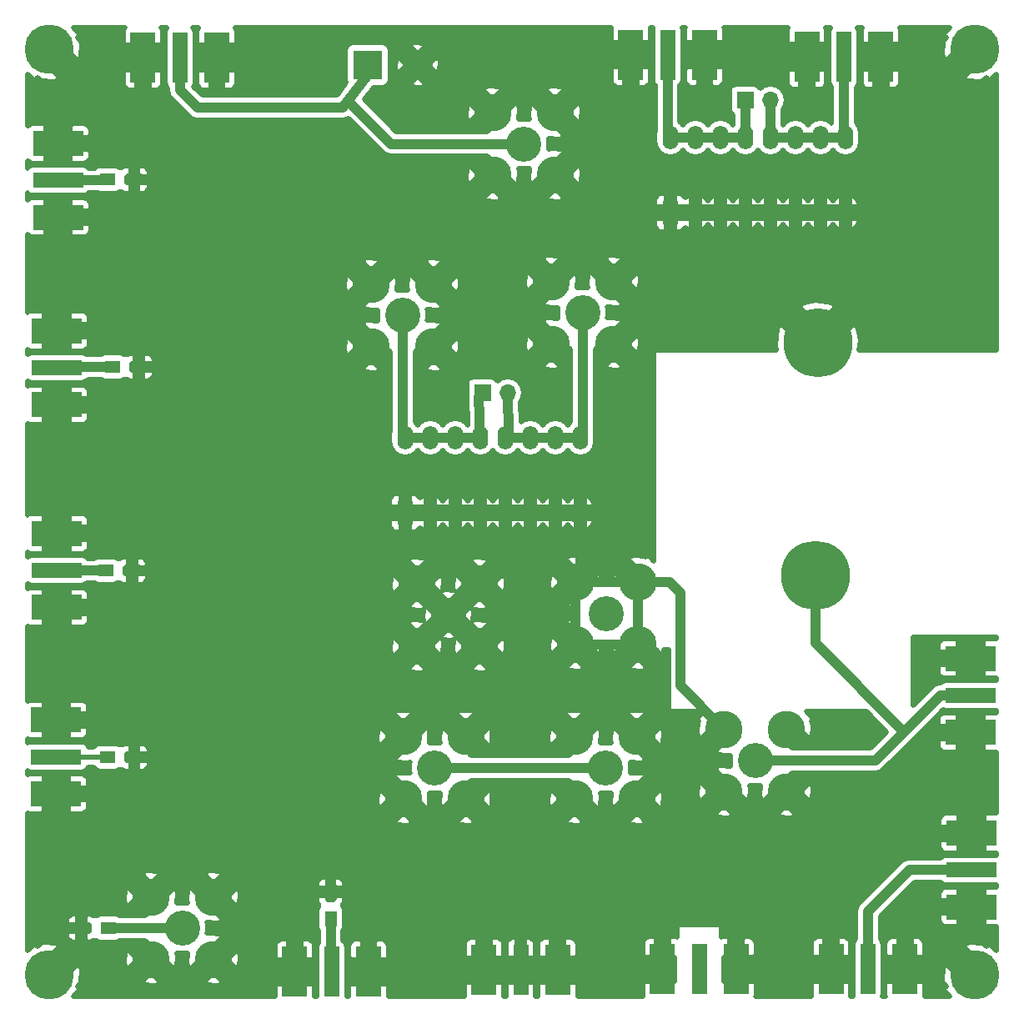
<source format=gbr>
G04 #@! TF.FileFunction,Copper,L1,Top,Signal*
%FSLAX46Y46*%
G04 Gerber Fmt 4.6, Leading zero omitted, Abs format (unit mm)*
G04 Created by KiCad (PCBNEW 4.0.7) date 10/23/19 01:26:46*
%MOMM*%
%LPD*%
G01*
G04 APERTURE LIST*
%ADD10C,0.100000*%
%ADD11R,2.500000X5.080000*%
%ADD12R,1.500000X5.080000*%
%ADD13C,5.000000*%
%ADD14R,1.600000X2.400000*%
%ADD15O,1.600000X2.400000*%
%ADD16R,1.700000X1.700000*%
%ADD17O,1.700000X1.700000*%
%ADD18R,5.080000X2.500000*%
%ADD19R,5.080000X1.500000*%
%ADD20R,1.500000X1.300000*%
%ADD21R,1.300000X1.500000*%
%ADD22C,3.810000*%
%ADD23C,3.556000*%
%ADD24R,3.000000X3.000000*%
%ADD25C,3.000000*%
%ADD26C,7.000000*%
%ADD27C,0.600000*%
%ADD28C,1.000000*%
%ADD29C,0.500000*%
G04 APERTURE END LIST*
D10*
D11*
X137460000Y-53770000D03*
X129960000Y-53770000D03*
D12*
X133710000Y-53770000D03*
D13*
X53000000Y-53000000D03*
X147000000Y-53000000D03*
X53000000Y-147000000D03*
X147000000Y-147000000D03*
D11*
X119570000Y-53570000D03*
X112070000Y-53570000D03*
D12*
X115820000Y-53570000D03*
D14*
X116078000Y-69596000D03*
D15*
X133858000Y-61976000D03*
X118618000Y-69596000D03*
X131318000Y-61976000D03*
X121158000Y-69596000D03*
X128778000Y-61976000D03*
X123698000Y-69596000D03*
X126238000Y-61976000D03*
X126238000Y-69596000D03*
X123698000Y-61976000D03*
X128778000Y-69596000D03*
X121158000Y-61976000D03*
X131318000Y-69596000D03*
X118618000Y-61976000D03*
X133858000Y-69596000D03*
X116078000Y-61976000D03*
D14*
X89154000Y-100076000D03*
D15*
X106934000Y-92456000D03*
X91694000Y-100076000D03*
X104394000Y-92456000D03*
X94234000Y-100076000D03*
X101854000Y-92456000D03*
X96774000Y-100076000D03*
X99314000Y-92456000D03*
X99314000Y-100076000D03*
X96774000Y-92456000D03*
X101854000Y-100076000D03*
X94234000Y-92456000D03*
X104394000Y-100076000D03*
X91694000Y-92456000D03*
X106934000Y-100076000D03*
X89154000Y-92456000D03*
D16*
X123698000Y-58166000D03*
D17*
X126238000Y-58166000D03*
D16*
X97028000Y-87884000D03*
D17*
X99568000Y-87884000D03*
D18*
X53925000Y-62575000D03*
X53925000Y-70075000D03*
D19*
X53925000Y-66325000D03*
D18*
X53800000Y-81600000D03*
X53800000Y-89100000D03*
D19*
X53800000Y-85350000D03*
D18*
X53800000Y-102175000D03*
X53800000Y-109675000D03*
D19*
X53800000Y-105925000D03*
D18*
X53725000Y-121100000D03*
X53725000Y-128600000D03*
D19*
X53725000Y-124850000D03*
D20*
X61650000Y-66250000D03*
X58950000Y-66250000D03*
X62150000Y-85275000D03*
X59450000Y-85275000D03*
X61475000Y-105950000D03*
X58775000Y-105950000D03*
X61650000Y-124900000D03*
X58950000Y-124900000D03*
D18*
X146675000Y-140100000D03*
X146675000Y-132600000D03*
D19*
X146675000Y-136350000D03*
D11*
X132400000Y-146425000D03*
X139900000Y-146425000D03*
D12*
X136150000Y-146425000D03*
D11*
X115275000Y-146425000D03*
X122775000Y-146425000D03*
D12*
X119025000Y-146425000D03*
D11*
X97150000Y-146500000D03*
X104650000Y-146500000D03*
D12*
X100900000Y-146500000D03*
D11*
X77950000Y-146675000D03*
X85450000Y-146675000D03*
D12*
X81700000Y-146675000D03*
D21*
X81600000Y-138575000D03*
X81600000Y-141275000D03*
D22*
X110363000Y-82931000D03*
D23*
X107188000Y-79756000D03*
D22*
X104013000Y-82931000D03*
X110363000Y-76581000D03*
X104013000Y-76581000D03*
X92075000Y-83185000D03*
D23*
X88900000Y-80010000D03*
D22*
X85725000Y-83185000D03*
X92075000Y-76835000D03*
X85725000Y-76835000D03*
X106426000Y-107124500D03*
D23*
X109601000Y-110299500D03*
D22*
X112776000Y-107124500D03*
X106426000Y-113474500D03*
X112776000Y-113474500D03*
X88975000Y-122800000D03*
D23*
X92150000Y-125975000D03*
D22*
X95325000Y-122800000D03*
X88975000Y-129150000D03*
X95325000Y-129150000D03*
X106350000Y-122800000D03*
D23*
X109525000Y-125975000D03*
D22*
X112700000Y-122800000D03*
X106350000Y-129150000D03*
X112700000Y-129150000D03*
X90373200Y-107289600D03*
D23*
X93548200Y-110464600D03*
D22*
X96723200Y-107289600D03*
X90373200Y-113639600D03*
X96723200Y-113639600D03*
X63373000Y-139065000D03*
D23*
X66548000Y-142240000D03*
D22*
X69723000Y-139065000D03*
X63373000Y-145415000D03*
X69723000Y-145415000D03*
D20*
X56308000Y-142240000D03*
X59008000Y-142240000D03*
D22*
X98044000Y-59436000D03*
D23*
X101219000Y-62611000D03*
D22*
X104394000Y-59436000D03*
X98044000Y-65786000D03*
X104394000Y-65786000D03*
D11*
X70044000Y-53848000D03*
X62544000Y-53848000D03*
D12*
X66294000Y-53848000D03*
D24*
X85344000Y-54610000D03*
D25*
X90424000Y-54610000D03*
D18*
X146558000Y-122368000D03*
X146558000Y-114868000D03*
D19*
X146558000Y-118618000D03*
D26*
X130810000Y-106426000D03*
X131064000Y-82804000D03*
D22*
X121539000Y-122047000D03*
D23*
X124714000Y-125222000D03*
D22*
X127889000Y-122047000D03*
X121539000Y-128397000D03*
X127889000Y-128397000D03*
D27*
X140462000Y-52070000D03*
X140208000Y-55118000D03*
X108712000Y-52578000D03*
X108712000Y-54610000D03*
X75184000Y-145542000D03*
X75184000Y-147320000D03*
X88900000Y-144780000D03*
X88900000Y-147066000D03*
X93218000Y-145034000D03*
X93472000Y-147066000D03*
X107950000Y-144780000D03*
X107950000Y-147320000D03*
X111760000Y-144780000D03*
X112014000Y-146812000D03*
X125476000Y-145034000D03*
X125222000Y-147320000D03*
X129032000Y-144780000D03*
X129286000Y-147320000D03*
X142748000Y-145034000D03*
X143002000Y-147574000D03*
X144526000Y-143002000D03*
X146812000Y-142748000D03*
X143256000Y-129286000D03*
X146304000Y-129286000D03*
X143510000Y-125730000D03*
X146304000Y-125730000D03*
X141732000Y-116332000D03*
X141986000Y-114300000D03*
X126492000Y-54102000D03*
X126492000Y-52070000D03*
X122682000Y-54102000D03*
X122936000Y-52070000D03*
X56642000Y-144272000D03*
X54356000Y-141986000D03*
X56134000Y-139446000D03*
X72644000Y-54864000D03*
X72644000Y-53086000D03*
X59690000Y-54864000D03*
X59690000Y-53086000D03*
X79750000Y-138425000D03*
X81575000Y-136850000D03*
X83600000Y-138650000D03*
X63225000Y-125025000D03*
X63450000Y-85375000D03*
X62150000Y-83750000D03*
X62225000Y-86825000D03*
X62900000Y-106000000D03*
X61525000Y-107550000D03*
X61450000Y-104250000D03*
X61825000Y-126750000D03*
X61650000Y-123250000D03*
X56150000Y-131475000D03*
X53925000Y-131550000D03*
X55500000Y-118525000D03*
X53725000Y-118675000D03*
X55825000Y-112825000D03*
X53875000Y-112775000D03*
X55375000Y-99975000D03*
X53600000Y-99850000D03*
X56325000Y-91750000D03*
X53525000Y-91750000D03*
X56000000Y-78850000D03*
X53700000Y-78675000D03*
X55700000Y-73800000D03*
X53650000Y-73725000D03*
X55300000Y-60150000D03*
X53925000Y-60250000D03*
X63125000Y-66175000D03*
X61625000Y-67725000D03*
X61600000Y-64775000D03*
D28*
X106934000Y-100076000D02*
X106934000Y-106616500D01*
X106934000Y-106616500D02*
X106426000Y-107124500D01*
X106426000Y-107124500D02*
X112776000Y-107124500D01*
X106426000Y-113474500D02*
X106426000Y-107124500D01*
X112776000Y-113474500D02*
X106426000Y-113474500D01*
X112776000Y-107124500D02*
X112776000Y-113474500D01*
X112776000Y-107124500D02*
X116014500Y-107124500D01*
X117094000Y-117602000D02*
X121539000Y-122047000D01*
X117094000Y-108204000D02*
X117094000Y-117602000D01*
X116014500Y-107124500D02*
X117094000Y-108204000D01*
X106426000Y-100584000D02*
X106934000Y-100076000D01*
D29*
X137460000Y-53770000D02*
X138860000Y-53770000D01*
X138860000Y-53770000D02*
X140208000Y-55118000D01*
X112070000Y-53570000D02*
X109752000Y-53570000D01*
X109752000Y-53570000D02*
X108712000Y-54610000D01*
X77950000Y-146675000D02*
X75829000Y-146675000D01*
X75829000Y-146675000D02*
X75184000Y-147320000D01*
X85450000Y-146675000D02*
X88509000Y-146675000D01*
X88509000Y-146675000D02*
X88900000Y-147066000D01*
X97150000Y-146500000D02*
X94038000Y-146500000D01*
X94038000Y-146500000D02*
X93472000Y-147066000D01*
X104650000Y-146500000D02*
X107130000Y-146500000D01*
X107130000Y-146500000D02*
X107950000Y-147320000D01*
X115275000Y-146425000D02*
X112401000Y-146425000D01*
X112401000Y-146425000D02*
X112014000Y-146812000D01*
X122775000Y-146425000D02*
X124327000Y-146425000D01*
X124327000Y-146425000D02*
X125222000Y-147320000D01*
X132400000Y-146425000D02*
X130181000Y-146425000D01*
X130181000Y-146425000D02*
X129286000Y-147320000D01*
X139900000Y-146425000D02*
X141853000Y-146425000D01*
X141853000Y-146425000D02*
X143002000Y-147574000D01*
X146675000Y-140100000D02*
X146675000Y-142611000D01*
X146675000Y-142611000D02*
X146812000Y-142748000D01*
X146675000Y-132600000D02*
X146675000Y-129657000D01*
X146675000Y-129657000D02*
X146304000Y-129286000D01*
X146558000Y-122368000D02*
X146558000Y-125476000D01*
X146558000Y-125476000D02*
X146304000Y-125730000D01*
X146558000Y-114868000D02*
X142554000Y-114868000D01*
X142554000Y-114868000D02*
X141986000Y-114300000D01*
X129960000Y-53770000D02*
X128192000Y-53770000D01*
X128192000Y-53770000D02*
X126492000Y-52070000D01*
X119570000Y-53570000D02*
X121436000Y-53570000D01*
X121436000Y-53570000D02*
X122936000Y-52070000D01*
D28*
X131064000Y-69850000D02*
X131318000Y-69596000D01*
D29*
X56308000Y-142240000D02*
X56308000Y-143938000D01*
X56308000Y-143938000D02*
X56642000Y-144272000D01*
X56308000Y-142240000D02*
X54610000Y-142240000D01*
X54610000Y-142240000D02*
X54356000Y-141986000D01*
X56308000Y-142240000D02*
X56308000Y-139620000D01*
X56308000Y-139620000D02*
X56134000Y-139446000D01*
X70044000Y-53848000D02*
X71882000Y-53848000D01*
X71882000Y-53848000D02*
X72644000Y-53086000D01*
X62544000Y-53848000D02*
X60452000Y-53848000D01*
X60452000Y-53848000D02*
X59690000Y-53086000D01*
X91919000Y-99851000D02*
X91694000Y-100076000D01*
X81600000Y-138575000D02*
X79900000Y-138575000D01*
X79900000Y-138575000D02*
X79750000Y-138425000D01*
X81600000Y-138575000D02*
X81600000Y-136875000D01*
X81600000Y-136875000D02*
X81575000Y-136850000D01*
X81600000Y-138575000D02*
X83525000Y-138575000D01*
X83525000Y-138575000D02*
X83600000Y-138650000D01*
X61650000Y-124900000D02*
X63100000Y-124900000D01*
X63100000Y-124900000D02*
X63225000Y-125025000D01*
X62150000Y-85275000D02*
X63350000Y-85275000D01*
X63350000Y-85275000D02*
X63450000Y-85375000D01*
X62150000Y-85275000D02*
X62150000Y-83750000D01*
X62150000Y-85275000D02*
X62150000Y-86750000D01*
X62150000Y-86750000D02*
X62225000Y-86825000D01*
X61475000Y-105950000D02*
X62850000Y-105950000D01*
X62850000Y-105950000D02*
X62900000Y-106000000D01*
X61475000Y-105950000D02*
X61475000Y-107500000D01*
X61475000Y-107500000D02*
X61525000Y-107550000D01*
X61475000Y-105950000D02*
X61475000Y-104275000D01*
X61475000Y-104275000D02*
X61450000Y-104250000D01*
X61650000Y-124900000D02*
X61650000Y-126575000D01*
X61650000Y-126575000D02*
X61825000Y-126750000D01*
X61650000Y-124900000D02*
X61650000Y-123250000D01*
X53725000Y-128600000D02*
X53725000Y-131350000D01*
X53725000Y-131350000D02*
X53925000Y-131550000D01*
X53725000Y-121100000D02*
X53725000Y-118675000D01*
X53800000Y-109675000D02*
X53800000Y-112700000D01*
X53800000Y-112700000D02*
X53875000Y-112775000D01*
X53800000Y-102175000D02*
X53800000Y-100050000D01*
X53800000Y-100050000D02*
X53600000Y-99850000D01*
X53800000Y-89100000D02*
X53800000Y-91475000D01*
X53800000Y-91475000D02*
X53525000Y-91750000D01*
X53800000Y-81600000D02*
X53800000Y-78775000D01*
X53800000Y-78775000D02*
X53700000Y-78675000D01*
X53925000Y-70075000D02*
X53925000Y-73450000D01*
X53925000Y-73450000D02*
X53650000Y-73725000D01*
X53925000Y-62575000D02*
X53925000Y-60250000D01*
X61650000Y-66250000D02*
X63050000Y-66250000D01*
X63050000Y-66250000D02*
X63125000Y-66175000D01*
X61650000Y-66250000D02*
X61650000Y-67700000D01*
X61650000Y-67700000D02*
X61625000Y-67725000D01*
X61650000Y-66250000D02*
X61650000Y-64825000D01*
X61650000Y-64825000D02*
X61600000Y-64775000D01*
D28*
X107188000Y-79756000D02*
X107188000Y-92202000D01*
X107188000Y-92202000D02*
X106934000Y-92456000D01*
X104394000Y-92456000D02*
X106934000Y-92456000D01*
X101854000Y-92456000D02*
X104394000Y-92456000D01*
X99314000Y-92456000D02*
X101854000Y-92456000D01*
X99568000Y-87884000D02*
X99694000Y-92076000D01*
X99694000Y-92076000D02*
X99314000Y-92456000D01*
D29*
X99188000Y-88264000D02*
X99568000Y-87884000D01*
D28*
X126238000Y-61976000D02*
X126238000Y-58166000D01*
X128778000Y-61976000D02*
X126238000Y-61976000D01*
X131318000Y-61976000D02*
X128778000Y-61976000D01*
X131318000Y-61976000D02*
X133858000Y-61976000D01*
X133710000Y-53770000D02*
X133710000Y-61828000D01*
X133710000Y-61828000D02*
X133858000Y-61976000D01*
X88900000Y-80010000D02*
X88900000Y-92202000D01*
X88900000Y-92202000D02*
X89154000Y-92456000D01*
X91694000Y-92456000D02*
X89154000Y-92456000D01*
X94234000Y-92456000D02*
X91127000Y-92456000D01*
X91127000Y-92456000D02*
X91694000Y-92456000D01*
X96774000Y-92456000D02*
X94234000Y-92456000D01*
X96774000Y-92456000D02*
X96648000Y-88264000D01*
X96648000Y-88264000D02*
X97028000Y-87884000D01*
D29*
X97154000Y-92076000D02*
X96774000Y-92456000D01*
D28*
X118618000Y-61976000D02*
X116078000Y-61976000D01*
X121158000Y-61976000D02*
X118618000Y-61976000D01*
X123698000Y-61976000D02*
X121158000Y-61976000D01*
X123698000Y-58166000D02*
X123698000Y-61976000D01*
X115820000Y-53570000D02*
X115820000Y-61718000D01*
X115820000Y-61718000D02*
X116078000Y-61976000D01*
X53925000Y-66325000D02*
X58875000Y-66325000D01*
X58875000Y-66325000D02*
X58950000Y-66250000D01*
D29*
X58875000Y-66325000D02*
X58950000Y-66250000D01*
D28*
X59450000Y-85275000D02*
X53875000Y-85275000D01*
X53875000Y-85275000D02*
X53800000Y-85350000D01*
D29*
X59375000Y-85350000D02*
X59450000Y-85275000D01*
D28*
X58775000Y-105950000D02*
X53825000Y-105950000D01*
X53825000Y-105950000D02*
X53800000Y-105925000D01*
D29*
X58750000Y-105925000D02*
X58775000Y-105950000D01*
X58950000Y-124900000D02*
X53775000Y-124900000D01*
X53775000Y-124900000D02*
X53725000Y-124850000D01*
D28*
X136150000Y-146425000D02*
X136150000Y-140575000D01*
X140375000Y-136350000D02*
X146675000Y-136350000D01*
X136150000Y-140575000D02*
X140375000Y-136350000D01*
X81600000Y-141275000D02*
X81600000Y-146575000D01*
X81600000Y-146575000D02*
X81700000Y-146675000D01*
X92150000Y-125975000D02*
X109525000Y-125975000D01*
X66548000Y-142240000D02*
X59008000Y-142240000D01*
X101219000Y-62611000D02*
X87757000Y-62611000D01*
X87757000Y-62611000D02*
X83356174Y-58210174D01*
X85344000Y-54610000D02*
X85344000Y-55626000D01*
X85344000Y-55626000D02*
X83356174Y-58210174D01*
X83356174Y-58210174D02*
X82804000Y-58928000D01*
X82804000Y-58928000D02*
X68072000Y-58928000D01*
X68072000Y-58928000D02*
X66294000Y-57150000D01*
X66294000Y-57150000D02*
X66294000Y-53848000D01*
X130810000Y-106426000D02*
X130810000Y-113284000D01*
X130810000Y-113284000D02*
X139827000Y-122301000D01*
X124714000Y-125222000D02*
X136906000Y-125222000D01*
X136906000Y-125222000D02*
X139827000Y-122301000D01*
X139827000Y-122301000D02*
X143510000Y-118618000D01*
X143510000Y-118618000D02*
X146558000Y-118618000D01*
D29*
G36*
X60651398Y-50878628D02*
X60536000Y-51157225D01*
X60536000Y-52408500D01*
X60725500Y-52598000D01*
X61919000Y-52598000D01*
X61919000Y-52578000D01*
X63169000Y-52578000D01*
X63169000Y-52598000D01*
X64362500Y-52598000D01*
X64552000Y-52408500D01*
X64552000Y-51157225D01*
X64436602Y-50878628D01*
X64382974Y-50825000D01*
X64966295Y-50825000D01*
X64839554Y-51010492D01*
X64779307Y-51308000D01*
X64779307Y-56388000D01*
X64831604Y-56665933D01*
X64995862Y-56921198D01*
X65044000Y-56954089D01*
X65044000Y-57150000D01*
X65118068Y-57522361D01*
X65139151Y-57628354D01*
X65410117Y-58033883D01*
X67188117Y-59811884D01*
X67593646Y-60082849D01*
X68072000Y-60178000D01*
X82804000Y-60178000D01*
X82884144Y-60162058D01*
X82965674Y-60167500D01*
X83121264Y-60114892D01*
X83282354Y-60082849D01*
X83350295Y-60037452D01*
X83399163Y-60020929D01*
X86873117Y-63494884D01*
X87278646Y-63765849D01*
X87757000Y-63861000D01*
X97466039Y-63861000D01*
X98044000Y-64438962D01*
X98268507Y-64214455D01*
X99615545Y-65561493D01*
X99391038Y-65786000D01*
X100371569Y-66766530D01*
X100660885Y-66509923D01*
X100738720Y-65453379D01*
X100672691Y-65121430D01*
X100713944Y-65138560D01*
X101719644Y-65139437D01*
X101773041Y-65117374D01*
X101699280Y-66118621D01*
X101777115Y-66509923D01*
X102066431Y-66766530D01*
X103046962Y-65786000D01*
X105741038Y-65786000D01*
X106721569Y-66766530D01*
X107010885Y-66509923D01*
X107088720Y-65453379D01*
X107010885Y-65062077D01*
X106721569Y-64805470D01*
X105741038Y-65786000D01*
X103046962Y-65786000D01*
X102822455Y-65561493D01*
X104169493Y-64214455D01*
X104394000Y-64438962D01*
X105374530Y-63458431D01*
X105117923Y-63169115D01*
X104061379Y-63091280D01*
X103729430Y-63157309D01*
X103746560Y-63116056D01*
X103747437Y-62110356D01*
X103725374Y-62056959D01*
X104726621Y-62130720D01*
X105117923Y-62052885D01*
X105374530Y-61763569D01*
X104394000Y-60783038D01*
X104169493Y-61007545D01*
X102822455Y-59660507D01*
X103046962Y-59436000D01*
X105741038Y-59436000D01*
X106721569Y-60416530D01*
X107010885Y-60159923D01*
X107088720Y-59103379D01*
X107010885Y-58712077D01*
X106721569Y-58455470D01*
X105741038Y-59436000D01*
X103046962Y-59436000D01*
X102066431Y-58455470D01*
X101777115Y-58712077D01*
X101699280Y-59768621D01*
X101765309Y-60100570D01*
X101724056Y-60083440D01*
X100718356Y-60082563D01*
X100664959Y-60104626D01*
X100738720Y-59103379D01*
X100660885Y-58712077D01*
X100371569Y-58455470D01*
X99391038Y-59436000D01*
X99615545Y-59660507D01*
X98268507Y-61007545D01*
X98044000Y-60783038D01*
X97466039Y-61361000D01*
X88274767Y-61361000D01*
X86682388Y-59768621D01*
X95349280Y-59768621D01*
X95427115Y-60159923D01*
X95716431Y-60416530D01*
X96696962Y-59436000D01*
X95716431Y-58455470D01*
X95427115Y-58712077D01*
X95349280Y-59768621D01*
X86682388Y-59768621D01*
X85016139Y-58102372D01*
X85780709Y-57108431D01*
X97063470Y-57108431D01*
X98044000Y-58088962D01*
X99024530Y-57108431D01*
X103413470Y-57108431D01*
X104394000Y-58088962D01*
X105374530Y-57108431D01*
X105117923Y-56819115D01*
X104061379Y-56741280D01*
X103670077Y-56819115D01*
X103413470Y-57108431D01*
X99024530Y-57108431D01*
X98767923Y-56819115D01*
X97711379Y-56741280D01*
X97320077Y-56819115D01*
X97063470Y-57108431D01*
X85780709Y-57108431D01*
X85960508Y-56874693D01*
X86844000Y-56874693D01*
X87121933Y-56822396D01*
X87377198Y-56658138D01*
X87459994Y-56536961D01*
X89557699Y-56536961D01*
X89751361Y-56811784D01*
X90645149Y-56901592D01*
X91096639Y-56811784D01*
X91290301Y-56536961D01*
X90424000Y-55670660D01*
X89557699Y-56536961D01*
X87459994Y-56536961D01*
X87548446Y-56407508D01*
X87608693Y-56110000D01*
X87608693Y-54831149D01*
X88132408Y-54831149D01*
X88222216Y-55282639D01*
X88497039Y-55476301D01*
X89363340Y-54610000D01*
X91484660Y-54610000D01*
X92350961Y-55476301D01*
X92625784Y-55282639D01*
X92653229Y-55009500D01*
X110062000Y-55009500D01*
X110062000Y-56260775D01*
X110177398Y-56539372D01*
X110390627Y-56752601D01*
X110669224Y-56868000D01*
X111255500Y-56868000D01*
X111445000Y-56678500D01*
X111445000Y-54820000D01*
X112695000Y-54820000D01*
X112695000Y-56678500D01*
X112884500Y-56868000D01*
X113470776Y-56868000D01*
X113749373Y-56752601D01*
X113962602Y-56539372D01*
X114078000Y-56260775D01*
X114078000Y-55009500D01*
X113888500Y-54820000D01*
X112695000Y-54820000D01*
X111445000Y-54820000D01*
X110251500Y-54820000D01*
X110062000Y-55009500D01*
X92653229Y-55009500D01*
X92715592Y-54388851D01*
X92625784Y-53937361D01*
X92350961Y-53743699D01*
X91484660Y-54610000D01*
X89363340Y-54610000D01*
X88497039Y-53743699D01*
X88222216Y-53937361D01*
X88132408Y-54831149D01*
X87608693Y-54831149D01*
X87608693Y-53110000D01*
X87556396Y-52832067D01*
X87460500Y-52683039D01*
X89557699Y-52683039D01*
X90424000Y-53549340D01*
X91290301Y-52683039D01*
X91096639Y-52408216D01*
X90202851Y-52318408D01*
X89751361Y-52408216D01*
X89557699Y-52683039D01*
X87460500Y-52683039D01*
X87392138Y-52576802D01*
X87141508Y-52405554D01*
X86844000Y-52345307D01*
X83844000Y-52345307D01*
X83566067Y-52397604D01*
X83310802Y-52561862D01*
X83139554Y-52812492D01*
X83079307Y-53110000D01*
X83079307Y-56110000D01*
X83131604Y-56387933D01*
X83154039Y-56422798D01*
X82365396Y-57448033D01*
X82365394Y-57448035D01*
X82188498Y-57678000D01*
X68589767Y-57678000D01*
X67687083Y-56775316D01*
X67748446Y-56685508D01*
X67808693Y-56388000D01*
X67808693Y-55287500D01*
X68036000Y-55287500D01*
X68036000Y-56538775D01*
X68151398Y-56817372D01*
X68364627Y-57030601D01*
X68643224Y-57146000D01*
X69229500Y-57146000D01*
X69419000Y-56956500D01*
X69419000Y-55098000D01*
X70669000Y-55098000D01*
X70669000Y-56956500D01*
X70858500Y-57146000D01*
X71444776Y-57146000D01*
X71723373Y-57030601D01*
X71936602Y-56817372D01*
X72052000Y-56538775D01*
X72052000Y-55287500D01*
X71862500Y-55098000D01*
X70669000Y-55098000D01*
X69419000Y-55098000D01*
X68225500Y-55098000D01*
X68036000Y-55287500D01*
X67808693Y-55287500D01*
X67808693Y-51308000D01*
X67756396Y-51030067D01*
X67624439Y-50825000D01*
X68205026Y-50825000D01*
X68151398Y-50878628D01*
X68036000Y-51157225D01*
X68036000Y-52408500D01*
X68225500Y-52598000D01*
X69419000Y-52598000D01*
X69419000Y-52578000D01*
X70669000Y-52578000D01*
X70669000Y-52598000D01*
X71862500Y-52598000D01*
X72052000Y-52408500D01*
X72052000Y-51157225D01*
X71936602Y-50878628D01*
X71882974Y-50825000D01*
X110084461Y-50825000D01*
X110062000Y-50879225D01*
X110062000Y-52130500D01*
X110251500Y-52320000D01*
X111445000Y-52320000D01*
X111445000Y-52300000D01*
X112695000Y-52300000D01*
X112695000Y-52320000D01*
X113888500Y-52320000D01*
X114078000Y-52130500D01*
X114078000Y-50879225D01*
X114055539Y-50825000D01*
X114346821Y-50825000D01*
X114305307Y-51030000D01*
X114305307Y-56110000D01*
X114357604Y-56387933D01*
X114521862Y-56643198D01*
X114570000Y-56676089D01*
X114570000Y-61326649D01*
X114528000Y-61537797D01*
X114528000Y-62414203D01*
X114645987Y-63007362D01*
X114981984Y-63510219D01*
X115484841Y-63846216D01*
X116078000Y-63964203D01*
X116671159Y-63846216D01*
X117174016Y-63510219D01*
X117348000Y-63249833D01*
X117521984Y-63510219D01*
X118024841Y-63846216D01*
X118618000Y-63964203D01*
X119211159Y-63846216D01*
X119714016Y-63510219D01*
X119888000Y-63249833D01*
X120061984Y-63510219D01*
X120564841Y-63846216D01*
X121158000Y-63964203D01*
X121751159Y-63846216D01*
X122254016Y-63510219D01*
X122428000Y-63249833D01*
X122601984Y-63510219D01*
X123104841Y-63846216D01*
X123698000Y-63964203D01*
X124291159Y-63846216D01*
X124794016Y-63510219D01*
X124968000Y-63249833D01*
X125141984Y-63510219D01*
X125644841Y-63846216D01*
X126238000Y-63964203D01*
X126831159Y-63846216D01*
X127334016Y-63510219D01*
X127508000Y-63249833D01*
X127681984Y-63510219D01*
X128184841Y-63846216D01*
X128778000Y-63964203D01*
X129371159Y-63846216D01*
X129874016Y-63510219D01*
X130048000Y-63249833D01*
X130221984Y-63510219D01*
X130724841Y-63846216D01*
X131318000Y-63964203D01*
X131911159Y-63846216D01*
X132414016Y-63510219D01*
X132588000Y-63249833D01*
X132761984Y-63510219D01*
X133264841Y-63846216D01*
X133858000Y-63964203D01*
X134451159Y-63846216D01*
X134954016Y-63510219D01*
X135290013Y-63007362D01*
X135408000Y-62414203D01*
X135408000Y-61537797D01*
X135290013Y-60944638D01*
X134960000Y-60450737D01*
X134960000Y-56879500D01*
X134993198Y-56858138D01*
X135164446Y-56607508D01*
X135224693Y-56310000D01*
X135224693Y-55209500D01*
X135452000Y-55209500D01*
X135452000Y-56460775D01*
X135567398Y-56739372D01*
X135780627Y-56952601D01*
X136059224Y-57068000D01*
X136645500Y-57068000D01*
X136835000Y-56878500D01*
X136835000Y-55020000D01*
X138085000Y-55020000D01*
X138085000Y-56878500D01*
X138274500Y-57068000D01*
X138860776Y-57068000D01*
X139139373Y-56952601D01*
X139352602Y-56739372D01*
X139468000Y-56460775D01*
X139468000Y-55209500D01*
X139278500Y-55020000D01*
X138085000Y-55020000D01*
X136835000Y-55020000D01*
X135641500Y-55020000D01*
X135452000Y-55209500D01*
X135224693Y-55209500D01*
X135224693Y-51230000D01*
X135172396Y-50952067D01*
X135090631Y-50825000D01*
X135557303Y-50825000D01*
X135452000Y-51079225D01*
X135452000Y-52330500D01*
X135641500Y-52520000D01*
X136835000Y-52520000D01*
X136835000Y-52500000D01*
X138085000Y-52500000D01*
X138085000Y-52520000D01*
X139278500Y-52520000D01*
X139468000Y-52330500D01*
X139468000Y-51079225D01*
X139362697Y-50825000D01*
X144484152Y-50825000D01*
X143770691Y-51538461D01*
X144085231Y-51853001D01*
X143775382Y-52202263D01*
X143715561Y-53496996D01*
X143775382Y-53797737D01*
X144085232Y-54147001D01*
X145232233Y-53000000D01*
X145218091Y-52985858D01*
X146985858Y-51218091D01*
X147000000Y-51232233D01*
X147014143Y-51218091D01*
X148781910Y-52985858D01*
X148767767Y-53000000D01*
X148781910Y-53014143D01*
X147014143Y-54781910D01*
X147000000Y-54767767D01*
X145852999Y-55914768D01*
X146202263Y-56224618D01*
X147496996Y-56284439D01*
X147797737Y-56224618D01*
X148146999Y-55914769D01*
X148461539Y-56229309D01*
X149165500Y-55525348D01*
X149165500Y-83570000D01*
X135256141Y-83570000D01*
X135398506Y-82559104D01*
X135162279Y-81371511D01*
X134747520Y-80888247D01*
X132831767Y-82804000D01*
X132845910Y-82818143D01*
X132094052Y-83570000D01*
X130033948Y-83570000D01*
X129282091Y-82818143D01*
X129296233Y-82804000D01*
X127380480Y-80888247D01*
X126965721Y-81371511D01*
X126729494Y-83048896D01*
X126833148Y-83570000D01*
X114681000Y-83570000D01*
X114583736Y-83589696D01*
X114501798Y-83645682D01*
X114448097Y-83729136D01*
X114431000Y-83820000D01*
X114431000Y-104946595D01*
X113808568Y-104324163D01*
X113558769Y-104573962D01*
X113499923Y-104507615D01*
X112443379Y-104429780D01*
X112052077Y-104507615D01*
X111795470Y-104796931D01*
X112776000Y-105777462D01*
X113000507Y-105552955D01*
X114068052Y-106620500D01*
X110924961Y-106620500D01*
X110448431Y-106143970D01*
X110159115Y-106400577D01*
X110142913Y-106620500D01*
X109086631Y-106620500D01*
X109042885Y-106400577D01*
X108753569Y-106143970D01*
X108277039Y-106620500D01*
X106426000Y-106620500D01*
X106328736Y-106640196D01*
X106246798Y-106696182D01*
X106193097Y-106779636D01*
X106176000Y-106870500D01*
X106176000Y-108721538D01*
X105445470Y-109452069D01*
X105702077Y-109741385D01*
X106176000Y-109776299D01*
X106176000Y-110785867D01*
X106093379Y-110779780D01*
X105702077Y-110857615D01*
X105445470Y-111146931D01*
X106176000Y-111877462D01*
X106176000Y-113728500D01*
X106195696Y-113825764D01*
X106251682Y-113907702D01*
X106335136Y-113961403D01*
X106426000Y-113978500D01*
X108277039Y-113978500D01*
X108753569Y-114455030D01*
X109042885Y-114198423D01*
X109059087Y-113978500D01*
X110115369Y-113978500D01*
X110159115Y-114198423D01*
X110448431Y-114455030D01*
X110924961Y-113978500D01*
X114627039Y-113978500D01*
X115103569Y-114455030D01*
X115392885Y-114198423D01*
X115409087Y-113978500D01*
X115955000Y-113978500D01*
X115955000Y-119951500D01*
X115974696Y-120048764D01*
X116030682Y-120130702D01*
X116114136Y-120184403D01*
X116205000Y-120201500D01*
X119551595Y-120201500D01*
X118738663Y-121014432D01*
X118988462Y-121264231D01*
X118922115Y-121323077D01*
X118844280Y-122379621D01*
X118922115Y-122770923D01*
X119211431Y-123027530D01*
X120191962Y-122047000D01*
X119967455Y-121822493D01*
X121314493Y-120475455D01*
X121539000Y-120699962D01*
X121763507Y-120475455D01*
X123110545Y-121822493D01*
X122886038Y-122047000D01*
X123110545Y-122271507D01*
X121763507Y-123618545D01*
X121539000Y-123394038D01*
X120558470Y-124374569D01*
X120815077Y-124663885D01*
X121871621Y-124741720D01*
X122203570Y-124675691D01*
X122186440Y-124716944D01*
X122185563Y-125722644D01*
X122207626Y-125776041D01*
X121206379Y-125702280D01*
X120815077Y-125780115D01*
X120558470Y-126069431D01*
X121539000Y-127049962D01*
X121763507Y-126825455D01*
X123110545Y-128172493D01*
X122886038Y-128397000D01*
X123866569Y-129377530D01*
X124155885Y-129120923D01*
X124233720Y-128064379D01*
X124167691Y-127732430D01*
X124208944Y-127749560D01*
X125214644Y-127750437D01*
X125268041Y-127728374D01*
X125194280Y-128729621D01*
X125272115Y-129120923D01*
X125561431Y-129377530D01*
X126541962Y-128397000D01*
X129236038Y-128397000D01*
X130216569Y-129377530D01*
X130505885Y-129120923D01*
X130583720Y-128064379D01*
X130505885Y-127673077D01*
X130216569Y-127416470D01*
X129236038Y-128397000D01*
X126541962Y-128397000D01*
X126317455Y-128172493D01*
X127664493Y-126825455D01*
X127889000Y-127049962D01*
X128466961Y-126472000D01*
X136906000Y-126472000D01*
X137384354Y-126376849D01*
X137789883Y-126105883D01*
X140710881Y-123184886D01*
X140710884Y-123184884D01*
X140710888Y-123184878D01*
X140713266Y-123182500D01*
X143260000Y-123182500D01*
X143260000Y-123768776D01*
X143375399Y-124047373D01*
X143588628Y-124260602D01*
X143867225Y-124376000D01*
X145118500Y-124376000D01*
X145308000Y-124186500D01*
X145308000Y-122993000D01*
X143449500Y-122993000D01*
X143260000Y-123182500D01*
X140713266Y-123182500D01*
X142928542Y-120967224D01*
X143260000Y-120967224D01*
X143260000Y-121553500D01*
X143449500Y-121743000D01*
X145308000Y-121743000D01*
X145308000Y-120549500D01*
X145118500Y-120360000D01*
X143867225Y-120360000D01*
X143588628Y-120475398D01*
X143375399Y-120688627D01*
X143260000Y-120967224D01*
X142928542Y-120967224D01*
X143806004Y-120089763D01*
X144018000Y-120132693D01*
X149098000Y-120132693D01*
X149175000Y-120118204D01*
X149175000Y-120360000D01*
X147997500Y-120360000D01*
X147808000Y-120549500D01*
X147808000Y-121743000D01*
X147828000Y-121743000D01*
X147828000Y-122993000D01*
X147808000Y-122993000D01*
X147808000Y-124186500D01*
X147997500Y-124376000D01*
X149175000Y-124376000D01*
X149175000Y-130592000D01*
X148114500Y-130592000D01*
X147925000Y-130781500D01*
X147925000Y-131975000D01*
X147945000Y-131975000D01*
X147945000Y-133225000D01*
X147925000Y-133225000D01*
X147925000Y-134418500D01*
X148114500Y-134608000D01*
X149175000Y-134608000D01*
X149175000Y-134835307D01*
X144135000Y-134835307D01*
X143857067Y-134887604D01*
X143601802Y-135051862D01*
X143568911Y-135100000D01*
X140375000Y-135100000D01*
X139896646Y-135195151D01*
X139491116Y-135466117D01*
X135266117Y-139691117D01*
X134995151Y-140096646D01*
X134900000Y-140575000D01*
X134900000Y-143315500D01*
X134866802Y-143336862D01*
X134695554Y-143587492D01*
X134635307Y-143885000D01*
X134635307Y-148965000D01*
X134673033Y-149165500D01*
X134387403Y-149165500D01*
X134408000Y-149115775D01*
X134408000Y-147864500D01*
X134218500Y-147675000D01*
X133025000Y-147675000D01*
X133025000Y-147695000D01*
X131775000Y-147695000D01*
X131775000Y-147675000D01*
X130581500Y-147675000D01*
X130392000Y-147864500D01*
X130392000Y-149115775D01*
X130412597Y-149165500D01*
X124762403Y-149165500D01*
X124783000Y-149115775D01*
X124783000Y-147864500D01*
X124593500Y-147675000D01*
X123400000Y-147675000D01*
X123400000Y-147695000D01*
X122150000Y-147695000D01*
X122150000Y-147675000D01*
X121525000Y-147675000D01*
X121525000Y-145175000D01*
X122150000Y-145175000D01*
X122150000Y-143316500D01*
X123400000Y-143316500D01*
X123400000Y-145175000D01*
X124593500Y-145175000D01*
X124783000Y-144985500D01*
X124783000Y-143734225D01*
X130392000Y-143734225D01*
X130392000Y-144985500D01*
X130581500Y-145175000D01*
X131775000Y-145175000D01*
X131775000Y-143316500D01*
X133025000Y-143316500D01*
X133025000Y-145175000D01*
X134218500Y-145175000D01*
X134408000Y-144985500D01*
X134408000Y-143734225D01*
X134292602Y-143455628D01*
X134079373Y-143242399D01*
X133800776Y-143127000D01*
X133214500Y-143127000D01*
X133025000Y-143316500D01*
X131775000Y-143316500D01*
X131585500Y-143127000D01*
X130999224Y-143127000D01*
X130720627Y-143242399D01*
X130507398Y-143455628D01*
X130392000Y-143734225D01*
X124783000Y-143734225D01*
X124667602Y-143455628D01*
X124454373Y-143242399D01*
X124175776Y-143127000D01*
X123589500Y-143127000D01*
X123400000Y-143316500D01*
X122150000Y-143316500D01*
X121960500Y-143127000D01*
X121374224Y-143127000D01*
X121272301Y-143169218D01*
X121280990Y-142178693D01*
X121262148Y-142081260D01*
X121206883Y-141998834D01*
X121123904Y-141944403D01*
X121031000Y-141926500D01*
X117030500Y-141926500D01*
X116933236Y-141946196D01*
X116851298Y-142002182D01*
X116797597Y-142085636D01*
X116780509Y-142174345D01*
X116771953Y-143166838D01*
X116675776Y-143127000D01*
X116089500Y-143127000D01*
X115900000Y-143316500D01*
X115900000Y-145175000D01*
X116525000Y-145175000D01*
X116525000Y-147675000D01*
X115900000Y-147675000D01*
X115900000Y-147695000D01*
X114650000Y-147695000D01*
X114650000Y-147675000D01*
X113456500Y-147675000D01*
X113267000Y-147864500D01*
X113267000Y-149115775D01*
X113291532Y-149175000D01*
X106658000Y-149175000D01*
X106658000Y-147939500D01*
X106468500Y-147750000D01*
X105275000Y-147750000D01*
X105275000Y-147770000D01*
X104025000Y-147770000D01*
X104025000Y-147750000D01*
X102831500Y-147750000D01*
X102642000Y-147939500D01*
X102642000Y-149175000D01*
X102408000Y-149175000D01*
X102408000Y-147939500D01*
X102218500Y-147750000D01*
X101275000Y-147750000D01*
X101275000Y-147770000D01*
X100525000Y-147770000D01*
X100525000Y-147750000D01*
X99581500Y-147750000D01*
X99392000Y-147939500D01*
X99392000Y-149175000D01*
X99158000Y-149175000D01*
X99158000Y-147939500D01*
X98968500Y-147750000D01*
X97775000Y-147750000D01*
X97775000Y-147770000D01*
X96525000Y-147770000D01*
X96525000Y-147750000D01*
X95331500Y-147750000D01*
X95142000Y-147939500D01*
X95142000Y-149175000D01*
X87458000Y-149175000D01*
X87458000Y-148114500D01*
X87268500Y-147925000D01*
X86075000Y-147925000D01*
X86075000Y-147945000D01*
X84825000Y-147945000D01*
X84825000Y-147925000D01*
X83631500Y-147925000D01*
X83442000Y-148114500D01*
X83442000Y-149175000D01*
X83214693Y-149175000D01*
X83214693Y-144135000D01*
X83186323Y-143984225D01*
X83442000Y-143984225D01*
X83442000Y-145235500D01*
X83631500Y-145425000D01*
X84825000Y-145425000D01*
X84825000Y-143566500D01*
X86075000Y-143566500D01*
X86075000Y-145425000D01*
X87268500Y-145425000D01*
X87458000Y-145235500D01*
X87458000Y-143984225D01*
X87385514Y-143809225D01*
X95142000Y-143809225D01*
X95142000Y-145060500D01*
X95331500Y-145250000D01*
X96525000Y-145250000D01*
X96525000Y-143391500D01*
X97775000Y-143391500D01*
X97775000Y-145250000D01*
X98968500Y-145250000D01*
X99158000Y-145060500D01*
X99158000Y-143809225D01*
X99392000Y-143809225D01*
X99392000Y-145060500D01*
X99581500Y-145250000D01*
X100525000Y-145250000D01*
X100525000Y-143391500D01*
X101275000Y-143391500D01*
X101275000Y-145250000D01*
X102218500Y-145250000D01*
X102408000Y-145060500D01*
X102408000Y-143809225D01*
X102642000Y-143809225D01*
X102642000Y-145060500D01*
X102831500Y-145250000D01*
X104025000Y-145250000D01*
X104025000Y-143391500D01*
X105275000Y-143391500D01*
X105275000Y-145250000D01*
X106468500Y-145250000D01*
X106658000Y-145060500D01*
X106658000Y-143809225D01*
X106626935Y-143734225D01*
X113267000Y-143734225D01*
X113267000Y-144985500D01*
X113456500Y-145175000D01*
X114650000Y-145175000D01*
X114650000Y-143316500D01*
X114460500Y-143127000D01*
X113874224Y-143127000D01*
X113595627Y-143242399D01*
X113382398Y-143455628D01*
X113267000Y-143734225D01*
X106626935Y-143734225D01*
X106542602Y-143530628D01*
X106329373Y-143317399D01*
X106050776Y-143202000D01*
X105464500Y-143202000D01*
X105275000Y-143391500D01*
X104025000Y-143391500D01*
X103835500Y-143202000D01*
X103249224Y-143202000D01*
X102970627Y-143317399D01*
X102757398Y-143530628D01*
X102642000Y-143809225D01*
X102408000Y-143809225D01*
X102292602Y-143530628D01*
X102079373Y-143317399D01*
X101800776Y-143202000D01*
X101464500Y-143202000D01*
X101275000Y-143391500D01*
X100525000Y-143391500D01*
X100335500Y-143202000D01*
X99999224Y-143202000D01*
X99720627Y-143317399D01*
X99507398Y-143530628D01*
X99392000Y-143809225D01*
X99158000Y-143809225D01*
X99042602Y-143530628D01*
X98829373Y-143317399D01*
X98550776Y-143202000D01*
X97964500Y-143202000D01*
X97775000Y-143391500D01*
X96525000Y-143391500D01*
X96335500Y-143202000D01*
X95749224Y-143202000D01*
X95470627Y-143317399D01*
X95257398Y-143530628D01*
X95142000Y-143809225D01*
X87385514Y-143809225D01*
X87342602Y-143705628D01*
X87129373Y-143492399D01*
X86850776Y-143377000D01*
X86264500Y-143377000D01*
X86075000Y-143566500D01*
X84825000Y-143566500D01*
X84635500Y-143377000D01*
X84049224Y-143377000D01*
X83770627Y-143492399D01*
X83557398Y-143705628D01*
X83442000Y-143984225D01*
X83186323Y-143984225D01*
X83162396Y-143857067D01*
X82998138Y-143601802D01*
X82850000Y-143500584D01*
X82850000Y-142475370D01*
X82954446Y-142322508D01*
X83014693Y-142025000D01*
X83014693Y-140525000D01*
X82962396Y-140247067D01*
X82850002Y-140072401D01*
X82850002Y-139796972D01*
X82892601Y-139754373D01*
X83008000Y-139475776D01*
X83008000Y-139139500D01*
X82818500Y-138950000D01*
X81925000Y-138950000D01*
X81925000Y-139325000D01*
X81275000Y-139325000D01*
X81275000Y-138950000D01*
X80381500Y-138950000D01*
X80192000Y-139139500D01*
X80192000Y-139475776D01*
X80307399Y-139754373D01*
X80349998Y-139796972D01*
X80349998Y-140074633D01*
X80245554Y-140227492D01*
X80185307Y-140525000D01*
X80185307Y-142025000D01*
X80237604Y-142302933D01*
X80350000Y-142477602D01*
X80350000Y-143684630D01*
X80245554Y-143837492D01*
X80185307Y-144135000D01*
X80185307Y-149175000D01*
X79958000Y-149175000D01*
X79958000Y-148114500D01*
X79768500Y-147925000D01*
X78575000Y-147925000D01*
X78575000Y-147945000D01*
X77325000Y-147945000D01*
X77325000Y-147925000D01*
X76131500Y-147925000D01*
X75942000Y-148114500D01*
X75942000Y-149175000D01*
X55515848Y-149175000D01*
X56229309Y-148461539D01*
X55914769Y-148146999D01*
X56224618Y-147797737D01*
X56227166Y-147742569D01*
X62392470Y-147742569D01*
X62649077Y-148031885D01*
X63705621Y-148109720D01*
X64096923Y-148031885D01*
X64353530Y-147742569D01*
X68742470Y-147742569D01*
X68999077Y-148031885D01*
X70055621Y-148109720D01*
X70446923Y-148031885D01*
X70703530Y-147742569D01*
X69723000Y-146762038D01*
X68742470Y-147742569D01*
X64353530Y-147742569D01*
X63373000Y-146762038D01*
X62392470Y-147742569D01*
X56227166Y-147742569D01*
X56284439Y-146503004D01*
X56224618Y-146202263D01*
X55914768Y-145852999D01*
X54767767Y-147000000D01*
X54781910Y-147014143D01*
X53014143Y-148781910D01*
X53000000Y-148767767D01*
X52985858Y-148781910D01*
X51218091Y-147014143D01*
X51232233Y-147000000D01*
X51218091Y-146985858D01*
X52456328Y-145747621D01*
X60678280Y-145747621D01*
X60756115Y-146138923D01*
X61045431Y-146395530D01*
X62025962Y-145415000D01*
X61045431Y-144434470D01*
X60756115Y-144691077D01*
X60678280Y-145747621D01*
X52456328Y-145747621D01*
X52985858Y-145218091D01*
X53000000Y-145232233D01*
X54147001Y-144085232D01*
X53797737Y-143775382D01*
X52503004Y-143715561D01*
X52202263Y-143775382D01*
X51853001Y-144085231D01*
X51538461Y-143770691D01*
X50825000Y-144484152D01*
X50825000Y-142754500D01*
X54800000Y-142754500D01*
X54800000Y-143040775D01*
X54915398Y-143319372D01*
X55128627Y-143532601D01*
X55407224Y-143648000D01*
X55743500Y-143648000D01*
X55933000Y-143458500D01*
X55933000Y-142565000D01*
X54989500Y-142565000D01*
X54800000Y-142754500D01*
X50825000Y-142754500D01*
X50825000Y-141439225D01*
X54800000Y-141439225D01*
X54800000Y-141725500D01*
X54989500Y-141915000D01*
X55933000Y-141915000D01*
X55933000Y-141021500D01*
X56683000Y-141021500D01*
X56683000Y-141915000D01*
X57058000Y-141915000D01*
X57058000Y-142565000D01*
X56683000Y-142565000D01*
X56683000Y-143458500D01*
X56872500Y-143648000D01*
X57208776Y-143648000D01*
X57487373Y-143532601D01*
X57529972Y-143490002D01*
X57807633Y-143490002D01*
X57960492Y-143594446D01*
X58258000Y-143654693D01*
X59758000Y-143654693D01*
X60035933Y-143602396D01*
X60210602Y-143490000D01*
X62795039Y-143490000D01*
X63373000Y-144067962D01*
X63597507Y-143843455D01*
X64944545Y-145190493D01*
X64720038Y-145415000D01*
X65700569Y-146395530D01*
X65989885Y-146138923D01*
X66067720Y-145082379D01*
X66001691Y-144750430D01*
X66042944Y-144767560D01*
X67048644Y-144768437D01*
X67102041Y-144746374D01*
X67028280Y-145747621D01*
X67106115Y-146138923D01*
X67395431Y-146395530D01*
X68375962Y-145415000D01*
X71070038Y-145415000D01*
X72050569Y-146395530D01*
X72339885Y-146138923D01*
X72417720Y-145082379D01*
X72339885Y-144691077D01*
X72050569Y-144434470D01*
X71070038Y-145415000D01*
X68375962Y-145415000D01*
X68151455Y-145190493D01*
X69498493Y-143843455D01*
X69723000Y-144067962D01*
X69806736Y-143984225D01*
X75942000Y-143984225D01*
X75942000Y-145235500D01*
X76131500Y-145425000D01*
X77325000Y-145425000D01*
X77325000Y-143566500D01*
X78575000Y-143566500D01*
X78575000Y-145425000D01*
X79768500Y-145425000D01*
X79958000Y-145235500D01*
X79958000Y-143984225D01*
X79842602Y-143705628D01*
X79629373Y-143492399D01*
X79350776Y-143377000D01*
X78764500Y-143377000D01*
X78575000Y-143566500D01*
X77325000Y-143566500D01*
X77135500Y-143377000D01*
X76549224Y-143377000D01*
X76270627Y-143492399D01*
X76057398Y-143705628D01*
X75942000Y-143984225D01*
X69806736Y-143984225D01*
X70703530Y-143087431D01*
X70446923Y-142798115D01*
X69390379Y-142720280D01*
X69058430Y-142786309D01*
X69075560Y-142745056D01*
X69076437Y-141739356D01*
X69054374Y-141685959D01*
X70055621Y-141759720D01*
X70446923Y-141681885D01*
X70703530Y-141392569D01*
X69723000Y-140412038D01*
X69498493Y-140636545D01*
X68151455Y-139289507D01*
X68375962Y-139065000D01*
X71070038Y-139065000D01*
X72050569Y-140045530D01*
X72339885Y-139788923D01*
X72417720Y-138732379D01*
X72339885Y-138341077D01*
X72050569Y-138084470D01*
X71070038Y-139065000D01*
X68375962Y-139065000D01*
X67395431Y-138084470D01*
X67106115Y-138341077D01*
X67028280Y-139397621D01*
X67094309Y-139729570D01*
X67053056Y-139712440D01*
X66047356Y-139711563D01*
X65993959Y-139733626D01*
X66067720Y-138732379D01*
X65989885Y-138341077D01*
X65700569Y-138084470D01*
X64720038Y-139065000D01*
X64944545Y-139289507D01*
X63597507Y-140636545D01*
X63373000Y-140412038D01*
X62795039Y-140990000D01*
X60208370Y-140990000D01*
X60055508Y-140885554D01*
X59758000Y-140825307D01*
X58258000Y-140825307D01*
X57980067Y-140877604D01*
X57805401Y-140989998D01*
X57529972Y-140989998D01*
X57487373Y-140947399D01*
X57208776Y-140832000D01*
X56872500Y-140832000D01*
X56683000Y-141021500D01*
X55933000Y-141021500D01*
X55743500Y-140832000D01*
X55407224Y-140832000D01*
X55128627Y-140947399D01*
X54915398Y-141160628D01*
X54800000Y-141439225D01*
X50825000Y-141439225D01*
X50825000Y-139397621D01*
X60678280Y-139397621D01*
X60756115Y-139788923D01*
X61045431Y-140045530D01*
X62025962Y-139065000D01*
X61045431Y-138084470D01*
X60756115Y-138341077D01*
X60678280Y-139397621D01*
X50825000Y-139397621D01*
X50825000Y-136737431D01*
X62392470Y-136737431D01*
X63373000Y-137717962D01*
X64353530Y-136737431D01*
X68742470Y-136737431D01*
X69723000Y-137717962D01*
X69766737Y-137674224D01*
X80192000Y-137674224D01*
X80192000Y-138010500D01*
X80381500Y-138200000D01*
X81275000Y-138200000D01*
X81275000Y-137256500D01*
X81925000Y-137256500D01*
X81925000Y-138200000D01*
X82818500Y-138200000D01*
X83008000Y-138010500D01*
X83008000Y-137674224D01*
X82892601Y-137395627D01*
X82679372Y-137182398D01*
X82400775Y-137067000D01*
X82114500Y-137067000D01*
X81925000Y-137256500D01*
X81275000Y-137256500D01*
X81085500Y-137067000D01*
X80799225Y-137067000D01*
X80520628Y-137182398D01*
X80307399Y-137395627D01*
X80192000Y-137674224D01*
X69766737Y-137674224D01*
X70703530Y-136737431D01*
X70446923Y-136448115D01*
X69390379Y-136370280D01*
X68999077Y-136448115D01*
X68742470Y-136737431D01*
X64353530Y-136737431D01*
X64096923Y-136448115D01*
X63040379Y-136370280D01*
X62649077Y-136448115D01*
X62392470Y-136737431D01*
X50825000Y-136737431D01*
X50825000Y-133414500D01*
X143377000Y-133414500D01*
X143377000Y-134000776D01*
X143492399Y-134279373D01*
X143705628Y-134492602D01*
X143984225Y-134608000D01*
X145235500Y-134608000D01*
X145425000Y-134418500D01*
X145425000Y-133225000D01*
X143566500Y-133225000D01*
X143377000Y-133414500D01*
X50825000Y-133414500D01*
X50825000Y-131477569D01*
X87994470Y-131477569D01*
X88251077Y-131766885D01*
X89307621Y-131844720D01*
X89698923Y-131766885D01*
X89955530Y-131477569D01*
X94344470Y-131477569D01*
X94601077Y-131766885D01*
X95657621Y-131844720D01*
X96048923Y-131766885D01*
X96305530Y-131477569D01*
X105369470Y-131477569D01*
X105626077Y-131766885D01*
X106682621Y-131844720D01*
X107073923Y-131766885D01*
X107330530Y-131477569D01*
X111719470Y-131477569D01*
X111976077Y-131766885D01*
X113032621Y-131844720D01*
X113423923Y-131766885D01*
X113680530Y-131477569D01*
X113402186Y-131199224D01*
X143377000Y-131199224D01*
X143377000Y-131785500D01*
X143566500Y-131975000D01*
X145425000Y-131975000D01*
X145425000Y-130781500D01*
X145235500Y-130592000D01*
X143984225Y-130592000D01*
X143705628Y-130707398D01*
X143492399Y-130920627D01*
X143377000Y-131199224D01*
X113402186Y-131199224D01*
X112927531Y-130724569D01*
X120558470Y-130724569D01*
X120815077Y-131013885D01*
X121871621Y-131091720D01*
X122262923Y-131013885D01*
X122519530Y-130724569D01*
X126908470Y-130724569D01*
X127165077Y-131013885D01*
X128221621Y-131091720D01*
X128612923Y-131013885D01*
X128869530Y-130724569D01*
X127889000Y-129744038D01*
X126908470Y-130724569D01*
X122519530Y-130724569D01*
X121539000Y-129744038D01*
X120558470Y-130724569D01*
X112927531Y-130724569D01*
X112700000Y-130497038D01*
X111719470Y-131477569D01*
X107330530Y-131477569D01*
X106350000Y-130497038D01*
X105369470Y-131477569D01*
X96305530Y-131477569D01*
X95325000Y-130497038D01*
X94344470Y-131477569D01*
X89955530Y-131477569D01*
X88975000Y-130497038D01*
X87994470Y-131477569D01*
X50825000Y-131477569D01*
X50825000Y-130521337D01*
X51034225Y-130608000D01*
X52285500Y-130608000D01*
X52475000Y-130418500D01*
X52475000Y-129225000D01*
X54975000Y-129225000D01*
X54975000Y-130418500D01*
X55164500Y-130608000D01*
X56415775Y-130608000D01*
X56694372Y-130492602D01*
X56907601Y-130279373D01*
X57023000Y-130000776D01*
X57023000Y-129482621D01*
X86280280Y-129482621D01*
X86358115Y-129873923D01*
X86647431Y-130130530D01*
X87627962Y-129150000D01*
X86647431Y-128169470D01*
X86358115Y-128426077D01*
X86280280Y-129482621D01*
X57023000Y-129482621D01*
X57023000Y-129414500D01*
X56833500Y-129225000D01*
X54975000Y-129225000D01*
X52475000Y-129225000D01*
X52455000Y-129225000D01*
X52455000Y-127975000D01*
X52475000Y-127975000D01*
X52475000Y-126781500D01*
X54975000Y-126781500D01*
X54975000Y-127975000D01*
X56833500Y-127975000D01*
X57023000Y-127785500D01*
X57023000Y-127199224D01*
X56907601Y-126920627D01*
X56694372Y-126707398D01*
X56415775Y-126592000D01*
X55164500Y-126592000D01*
X54975000Y-126781500D01*
X52475000Y-126781500D01*
X52285500Y-126592000D01*
X51034225Y-126592000D01*
X50825000Y-126678663D01*
X50825000Y-126261747D01*
X50887492Y-126304446D01*
X51185000Y-126364693D01*
X56265000Y-126364693D01*
X56542933Y-126312396D01*
X56798198Y-126148138D01*
X56967743Y-125900000D01*
X57533978Y-125900000D01*
X57651862Y-126083198D01*
X57902492Y-126254446D01*
X58200000Y-126314693D01*
X59700000Y-126314693D01*
X59977933Y-126262396D01*
X60152599Y-126150002D01*
X60428028Y-126150002D01*
X60470627Y-126192601D01*
X60749224Y-126308000D01*
X61085500Y-126308000D01*
X61275000Y-126118500D01*
X61275000Y-125225000D01*
X62025000Y-125225000D01*
X62025000Y-126118500D01*
X62214500Y-126308000D01*
X62550776Y-126308000D01*
X62829373Y-126192601D01*
X63042602Y-125979372D01*
X63158000Y-125700775D01*
X63158000Y-125414500D01*
X62968500Y-125225000D01*
X62025000Y-125225000D01*
X61275000Y-125225000D01*
X60900000Y-125225000D01*
X60900000Y-125127569D01*
X87994470Y-125127569D01*
X88251077Y-125416885D01*
X89307621Y-125494720D01*
X89639570Y-125428691D01*
X89622440Y-125469944D01*
X89621563Y-126475644D01*
X89643626Y-126529041D01*
X88642379Y-126455280D01*
X88251077Y-126533115D01*
X87994470Y-126822431D01*
X88975000Y-127802962D01*
X89199507Y-127578455D01*
X90546545Y-128925493D01*
X90322038Y-129150000D01*
X91302569Y-130130530D01*
X91591885Y-129873923D01*
X91669720Y-128817379D01*
X91603691Y-128485430D01*
X91644944Y-128502560D01*
X92650644Y-128503437D01*
X92704041Y-128481374D01*
X92630280Y-129482621D01*
X92708115Y-129873923D01*
X92997431Y-130130530D01*
X93977962Y-129150000D01*
X96672038Y-129150000D01*
X97652569Y-130130530D01*
X97941885Y-129873923D01*
X97970711Y-129482621D01*
X103655280Y-129482621D01*
X103733115Y-129873923D01*
X104022431Y-130130530D01*
X105002962Y-129150000D01*
X104022431Y-128169470D01*
X103733115Y-128426077D01*
X103655280Y-129482621D01*
X97970711Y-129482621D01*
X98019720Y-128817379D01*
X97941885Y-128426077D01*
X97652569Y-128169470D01*
X96672038Y-129150000D01*
X93977962Y-129150000D01*
X93753455Y-128925493D01*
X95100493Y-127578455D01*
X95325000Y-127802962D01*
X95902961Y-127225000D01*
X105772039Y-127225000D01*
X106350000Y-127802962D01*
X106574507Y-127578455D01*
X107921545Y-128925493D01*
X107697038Y-129150000D01*
X108677569Y-130130530D01*
X108966885Y-129873923D01*
X109044720Y-128817379D01*
X108978691Y-128485430D01*
X109019944Y-128502560D01*
X110025644Y-128503437D01*
X110079041Y-128481374D01*
X110005280Y-129482621D01*
X110083115Y-129873923D01*
X110372431Y-130130530D01*
X111352962Y-129150000D01*
X114047038Y-129150000D01*
X115027569Y-130130530D01*
X115316885Y-129873923D01*
X115394720Y-128817379D01*
X115377264Y-128729621D01*
X118844280Y-128729621D01*
X118922115Y-129120923D01*
X119211431Y-129377530D01*
X120191962Y-128397000D01*
X119211431Y-127416470D01*
X118922115Y-127673077D01*
X118844280Y-128729621D01*
X115377264Y-128729621D01*
X115316885Y-128426077D01*
X115027569Y-128169470D01*
X114047038Y-129150000D01*
X111352962Y-129150000D01*
X111128455Y-128925493D01*
X112475493Y-127578455D01*
X112700000Y-127802962D01*
X113680530Y-126822431D01*
X113423923Y-126533115D01*
X112367379Y-126455280D01*
X112035430Y-126521309D01*
X112052560Y-126480056D01*
X112053437Y-125474356D01*
X112031374Y-125420959D01*
X113032621Y-125494720D01*
X113423923Y-125416885D01*
X113680530Y-125127569D01*
X112700000Y-124147038D01*
X112475493Y-124371545D01*
X111128455Y-123024507D01*
X111352962Y-122800000D01*
X114047038Y-122800000D01*
X115027569Y-123780530D01*
X115316885Y-123523923D01*
X115394720Y-122467379D01*
X115316885Y-122076077D01*
X115027569Y-121819470D01*
X114047038Y-122800000D01*
X111352962Y-122800000D01*
X110372431Y-121819470D01*
X110083115Y-122076077D01*
X110005280Y-123132621D01*
X110071309Y-123464570D01*
X110030056Y-123447440D01*
X109024356Y-123446563D01*
X108970959Y-123468626D01*
X109044720Y-122467379D01*
X108966885Y-122076077D01*
X108677569Y-121819470D01*
X107697038Y-122800000D01*
X107921545Y-123024507D01*
X106574507Y-124371545D01*
X106350000Y-124147038D01*
X105772039Y-124725000D01*
X95902961Y-124725000D01*
X95325000Y-124147038D01*
X95100493Y-124371545D01*
X93753455Y-123024507D01*
X93977962Y-122800000D01*
X96672038Y-122800000D01*
X97652569Y-123780530D01*
X97941885Y-123523923D01*
X97970711Y-123132621D01*
X103655280Y-123132621D01*
X103733115Y-123523923D01*
X104022431Y-123780530D01*
X105002962Y-122800000D01*
X104022431Y-121819470D01*
X103733115Y-122076077D01*
X103655280Y-123132621D01*
X97970711Y-123132621D01*
X98019720Y-122467379D01*
X97941885Y-122076077D01*
X97652569Y-121819470D01*
X96672038Y-122800000D01*
X93977962Y-122800000D01*
X92997431Y-121819470D01*
X92708115Y-122076077D01*
X92630280Y-123132621D01*
X92696309Y-123464570D01*
X92655056Y-123447440D01*
X91649356Y-123446563D01*
X91595959Y-123468626D01*
X91669720Y-122467379D01*
X91591885Y-122076077D01*
X91302569Y-121819470D01*
X90322038Y-122800000D01*
X90546545Y-123024507D01*
X89199507Y-124371545D01*
X88975000Y-124147038D01*
X87994470Y-125127569D01*
X60900000Y-125127569D01*
X60900000Y-124575000D01*
X61275000Y-124575000D01*
X61275000Y-123681500D01*
X62025000Y-123681500D01*
X62025000Y-124575000D01*
X62968500Y-124575000D01*
X63158000Y-124385500D01*
X63158000Y-124099225D01*
X63042602Y-123820628D01*
X62829373Y-123607399D01*
X62550776Y-123492000D01*
X62214500Y-123492000D01*
X62025000Y-123681500D01*
X61275000Y-123681500D01*
X61085500Y-123492000D01*
X60749224Y-123492000D01*
X60470627Y-123607399D01*
X60428028Y-123649998D01*
X60150367Y-123649998D01*
X59997508Y-123545554D01*
X59700000Y-123485307D01*
X58200000Y-123485307D01*
X57922067Y-123537604D01*
X57666802Y-123701862D01*
X57531420Y-123900000D01*
X56992060Y-123900000D01*
X56977396Y-123822067D01*
X56813138Y-123566802D01*
X56562508Y-123395554D01*
X56265000Y-123335307D01*
X51185000Y-123335307D01*
X50907067Y-123387604D01*
X50825000Y-123440412D01*
X50825000Y-123132621D01*
X86280280Y-123132621D01*
X86358115Y-123523923D01*
X86647431Y-123780530D01*
X87627962Y-122800000D01*
X86647431Y-121819470D01*
X86358115Y-122076077D01*
X86280280Y-123132621D01*
X50825000Y-123132621D01*
X50825000Y-123021337D01*
X51034225Y-123108000D01*
X52285500Y-123108000D01*
X52475000Y-122918500D01*
X52475000Y-121725000D01*
X54975000Y-121725000D01*
X54975000Y-122918500D01*
X55164500Y-123108000D01*
X56415775Y-123108000D01*
X56694372Y-122992602D01*
X56907601Y-122779373D01*
X57023000Y-122500776D01*
X57023000Y-121914500D01*
X56833500Y-121725000D01*
X54975000Y-121725000D01*
X52475000Y-121725000D01*
X52455000Y-121725000D01*
X52455000Y-120475000D01*
X52475000Y-120475000D01*
X52475000Y-119281500D01*
X54975000Y-119281500D01*
X54975000Y-120475000D01*
X56833500Y-120475000D01*
X56836069Y-120472431D01*
X87994470Y-120472431D01*
X88975000Y-121452962D01*
X89955530Y-120472431D01*
X94344470Y-120472431D01*
X95325000Y-121452962D01*
X96305530Y-120472431D01*
X105369470Y-120472431D01*
X106350000Y-121452962D01*
X107330530Y-120472431D01*
X111719470Y-120472431D01*
X112700000Y-121452962D01*
X113680530Y-120472431D01*
X113423923Y-120183115D01*
X112367379Y-120105280D01*
X111976077Y-120183115D01*
X111719470Y-120472431D01*
X107330530Y-120472431D01*
X107073923Y-120183115D01*
X106017379Y-120105280D01*
X105626077Y-120183115D01*
X105369470Y-120472431D01*
X96305530Y-120472431D01*
X96048923Y-120183115D01*
X94992379Y-120105280D01*
X94601077Y-120183115D01*
X94344470Y-120472431D01*
X89955530Y-120472431D01*
X89698923Y-120183115D01*
X88642379Y-120105280D01*
X88251077Y-120183115D01*
X87994470Y-120472431D01*
X56836069Y-120472431D01*
X57023000Y-120285500D01*
X57023000Y-119699224D01*
X56907601Y-119420627D01*
X56694372Y-119207398D01*
X56415775Y-119092000D01*
X55164500Y-119092000D01*
X54975000Y-119281500D01*
X52475000Y-119281500D01*
X52285500Y-119092000D01*
X51034225Y-119092000D01*
X50825000Y-119178663D01*
X50825000Y-115967169D01*
X89392670Y-115967169D01*
X89649277Y-116256485D01*
X90705821Y-116334320D01*
X91097123Y-116256485D01*
X91353730Y-115967169D01*
X95742670Y-115967169D01*
X95999277Y-116256485D01*
X97055821Y-116334320D01*
X97447123Y-116256485D01*
X97703730Y-115967169D01*
X97538631Y-115802069D01*
X105445470Y-115802069D01*
X105702077Y-116091385D01*
X106758621Y-116169220D01*
X107149923Y-116091385D01*
X107406530Y-115802069D01*
X111795470Y-115802069D01*
X112052077Y-116091385D01*
X113108621Y-116169220D01*
X113499923Y-116091385D01*
X113756530Y-115802069D01*
X112776000Y-114821538D01*
X111795470Y-115802069D01*
X107406530Y-115802069D01*
X106426000Y-114821538D01*
X105445470Y-115802069D01*
X97538631Y-115802069D01*
X96723200Y-114986638D01*
X95742670Y-115967169D01*
X91353730Y-115967169D01*
X90373200Y-114986638D01*
X89392670Y-115967169D01*
X50825000Y-115967169D01*
X50825000Y-113972221D01*
X87678480Y-113972221D01*
X87756315Y-114363523D01*
X88045631Y-114620130D01*
X89026162Y-113639600D01*
X91720238Y-113639600D01*
X92700769Y-114620130D01*
X92990085Y-114363523D01*
X93067920Y-113306979D01*
X92999782Y-112964426D01*
X93845820Y-113033098D01*
X94101410Y-112982257D01*
X94028480Y-113972221D01*
X94106315Y-114363523D01*
X94395631Y-114620130D01*
X95376162Y-113639600D01*
X98070238Y-113639600D01*
X99050769Y-114620130D01*
X99340085Y-114363523D01*
X99381074Y-113807121D01*
X103731280Y-113807121D01*
X103809115Y-114198423D01*
X104098431Y-114455030D01*
X105078962Y-113474500D01*
X104098431Y-112493970D01*
X103809115Y-112750577D01*
X103731280Y-113807121D01*
X99381074Y-113807121D01*
X99417920Y-113306979D01*
X99340085Y-112915677D01*
X99050769Y-112659070D01*
X98070238Y-113639600D01*
X95376162Y-113639600D01*
X94452240Y-112715679D01*
X94493013Y-112666649D01*
X93548200Y-111721836D01*
X92603387Y-112666649D01*
X92644160Y-112715679D01*
X91720238Y-113639600D01*
X89026162Y-113639600D01*
X88045631Y-112659070D01*
X87756315Y-112915677D01*
X87678480Y-113972221D01*
X50825000Y-113972221D01*
X50825000Y-111561974D01*
X50830628Y-111567602D01*
X51109225Y-111683000D01*
X52360500Y-111683000D01*
X52550000Y-111493500D01*
X52550000Y-110300000D01*
X55050000Y-110300000D01*
X55050000Y-111493500D01*
X55239500Y-111683000D01*
X56490775Y-111683000D01*
X56769372Y-111567602D01*
X56982601Y-111354373D01*
X57098000Y-111075776D01*
X57098000Y-110489500D01*
X56908500Y-110300000D01*
X55050000Y-110300000D01*
X52550000Y-110300000D01*
X52530000Y-110300000D01*
X52530000Y-109617169D01*
X89392670Y-109617169D01*
X89649277Y-109906485D01*
X90705821Y-109984320D01*
X91048374Y-109916182D01*
X90979702Y-110762220D01*
X91030543Y-111017810D01*
X90040579Y-110944880D01*
X89649277Y-111022715D01*
X89392670Y-111312031D01*
X90373200Y-112292562D01*
X91297121Y-111368640D01*
X91346151Y-111409413D01*
X92290964Y-110464600D01*
X94805436Y-110464600D01*
X95750249Y-111409413D01*
X95799279Y-111368640D01*
X96723200Y-112292562D01*
X97703730Y-111312031D01*
X97447123Y-111022715D01*
X96390579Y-110944880D01*
X96048026Y-111013018D01*
X96116698Y-110166980D01*
X96065857Y-109911390D01*
X97055821Y-109984320D01*
X97447123Y-109906485D01*
X97703730Y-109617169D01*
X96723200Y-108636638D01*
X95799279Y-109560560D01*
X95750249Y-109519787D01*
X94805436Y-110464600D01*
X92290964Y-110464600D01*
X91346151Y-109519787D01*
X91297121Y-109560560D01*
X90373200Y-108636638D01*
X89392670Y-109617169D01*
X52530000Y-109617169D01*
X52530000Y-109050000D01*
X52550000Y-109050000D01*
X52550000Y-107856500D01*
X55050000Y-107856500D01*
X55050000Y-109050000D01*
X56908500Y-109050000D01*
X57098000Y-108860500D01*
X57098000Y-108274224D01*
X56982601Y-107995627D01*
X56769372Y-107782398D01*
X56490775Y-107667000D01*
X55239500Y-107667000D01*
X55050000Y-107856500D01*
X52550000Y-107856500D01*
X52360500Y-107667000D01*
X51109225Y-107667000D01*
X50830628Y-107782398D01*
X50825000Y-107788026D01*
X50825000Y-107622221D01*
X87678480Y-107622221D01*
X87756315Y-108013523D01*
X88045631Y-108270130D01*
X89026162Y-107289600D01*
X91720238Y-107289600D01*
X92644160Y-108213521D01*
X92603387Y-108262551D01*
X93548200Y-109207364D01*
X94493013Y-108262551D01*
X94452240Y-108213521D01*
X95376162Y-107289600D01*
X98070238Y-107289600D01*
X99050769Y-108270130D01*
X99340085Y-108013523D01*
X99381074Y-107457121D01*
X103731280Y-107457121D01*
X103809115Y-107848423D01*
X104098431Y-108105030D01*
X105078962Y-107124500D01*
X104098431Y-106143970D01*
X103809115Y-106400577D01*
X103731280Y-107457121D01*
X99381074Y-107457121D01*
X99417920Y-106956979D01*
X99340085Y-106565677D01*
X99050769Y-106309070D01*
X98070238Y-107289600D01*
X95376162Y-107289600D01*
X94395631Y-106309070D01*
X94106315Y-106565677D01*
X94028480Y-107622221D01*
X94096618Y-107964774D01*
X93250580Y-107896102D01*
X92994990Y-107946943D01*
X93067920Y-106956979D01*
X92990085Y-106565677D01*
X92700769Y-106309070D01*
X91720238Y-107289600D01*
X89026162Y-107289600D01*
X88045631Y-106309070D01*
X87756315Y-106565677D01*
X87678480Y-107622221D01*
X50825000Y-107622221D01*
X50825000Y-107285502D01*
X50962492Y-107379446D01*
X51260000Y-107439693D01*
X56340000Y-107439693D01*
X56617933Y-107387396D01*
X56873198Y-107223138D01*
X56889008Y-107200000D01*
X57574630Y-107200000D01*
X57727492Y-107304446D01*
X58025000Y-107364693D01*
X59525000Y-107364693D01*
X59802933Y-107312396D01*
X59977599Y-107200002D01*
X60253028Y-107200002D01*
X60295627Y-107242601D01*
X60574224Y-107358000D01*
X60910500Y-107358000D01*
X61100000Y-107168500D01*
X61100000Y-106275000D01*
X61850000Y-106275000D01*
X61850000Y-107168500D01*
X62039500Y-107358000D01*
X62375776Y-107358000D01*
X62654373Y-107242601D01*
X62867602Y-107029372D01*
X62983000Y-106750775D01*
X62983000Y-106464500D01*
X62793500Y-106275000D01*
X61850000Y-106275000D01*
X61100000Y-106275000D01*
X60725000Y-106275000D01*
X60725000Y-105625000D01*
X61100000Y-105625000D01*
X61100000Y-104731500D01*
X61850000Y-104731500D01*
X61850000Y-105625000D01*
X62793500Y-105625000D01*
X62983000Y-105435500D01*
X62983000Y-105149225D01*
X62905463Y-104962031D01*
X89392670Y-104962031D01*
X90373200Y-105942562D01*
X91353730Y-104962031D01*
X95742670Y-104962031D01*
X96723200Y-105942562D01*
X97703730Y-104962031D01*
X97557296Y-104796931D01*
X105445470Y-104796931D01*
X106426000Y-105777462D01*
X107406530Y-104796931D01*
X107149923Y-104507615D01*
X106093379Y-104429780D01*
X105702077Y-104507615D01*
X105445470Y-104796931D01*
X97557296Y-104796931D01*
X97447123Y-104672715D01*
X96390579Y-104594880D01*
X95999277Y-104672715D01*
X95742670Y-104962031D01*
X91353730Y-104962031D01*
X91097123Y-104672715D01*
X90040579Y-104594880D01*
X89649277Y-104672715D01*
X89392670Y-104962031D01*
X62905463Y-104962031D01*
X62867602Y-104870628D01*
X62654373Y-104657399D01*
X62375776Y-104542000D01*
X62039500Y-104542000D01*
X61850000Y-104731500D01*
X61100000Y-104731500D01*
X60910500Y-104542000D01*
X60574224Y-104542000D01*
X60295627Y-104657399D01*
X60253028Y-104699998D01*
X59975367Y-104699998D01*
X59822508Y-104595554D01*
X59525000Y-104535307D01*
X58025000Y-104535307D01*
X57747067Y-104587604D01*
X57572398Y-104700000D01*
X56925587Y-104700000D01*
X56888138Y-104641802D01*
X56637508Y-104470554D01*
X56340000Y-104410307D01*
X51260000Y-104410307D01*
X50982067Y-104462604D01*
X50825000Y-104563674D01*
X50825000Y-104061974D01*
X50830628Y-104067602D01*
X51109225Y-104183000D01*
X52360500Y-104183000D01*
X52550000Y-103993500D01*
X52550000Y-102800000D01*
X55050000Y-102800000D01*
X55050000Y-103993500D01*
X55239500Y-104183000D01*
X56490775Y-104183000D01*
X56769372Y-104067602D01*
X56982601Y-103854373D01*
X57098000Y-103575776D01*
X57098000Y-102989500D01*
X56908500Y-102800000D01*
X55050000Y-102800000D01*
X52550000Y-102800000D01*
X52530000Y-102800000D01*
X52530000Y-101550000D01*
X52550000Y-101550000D01*
X52550000Y-100356500D01*
X55050000Y-100356500D01*
X55050000Y-101550000D01*
X56908500Y-101550000D01*
X57098000Y-101360500D01*
X57098000Y-100865500D01*
X87596000Y-100865500D01*
X87596000Y-101426776D01*
X87711399Y-101705373D01*
X87924628Y-101918602D01*
X88203225Y-102034000D01*
X88564500Y-102034000D01*
X88754000Y-101844500D01*
X88754000Y-100676000D01*
X89554000Y-100676000D01*
X89554000Y-101844500D01*
X89743500Y-102034000D01*
X90104775Y-102034000D01*
X90383372Y-101918602D01*
X90596601Y-101705373D01*
X90654394Y-101565850D01*
X90962948Y-101822466D01*
X91063369Y-101900665D01*
X91294000Y-101784737D01*
X91294000Y-100676000D01*
X92094000Y-100676000D01*
X92094000Y-101784737D01*
X92324631Y-101900665D01*
X92425052Y-101822466D01*
X92884674Y-101440211D01*
X92964000Y-101289441D01*
X93043326Y-101440211D01*
X93502948Y-101822466D01*
X93603369Y-101900665D01*
X93834000Y-101784737D01*
X93834000Y-100676000D01*
X94634000Y-100676000D01*
X94634000Y-101784737D01*
X94864631Y-101900665D01*
X94965052Y-101822466D01*
X95424674Y-101440211D01*
X95504000Y-101289441D01*
X95583326Y-101440211D01*
X96042948Y-101822466D01*
X96143369Y-101900665D01*
X96374000Y-101784737D01*
X96374000Y-100676000D01*
X97174000Y-100676000D01*
X97174000Y-101784737D01*
X97404631Y-101900665D01*
X97505052Y-101822466D01*
X97964674Y-101440211D01*
X98044000Y-101289441D01*
X98123326Y-101440211D01*
X98582948Y-101822466D01*
X98683369Y-101900665D01*
X98914000Y-101784737D01*
X98914000Y-100676000D01*
X99714000Y-100676000D01*
X99714000Y-101784737D01*
X99944631Y-101900665D01*
X100045052Y-101822466D01*
X100504674Y-101440211D01*
X100584000Y-101289441D01*
X100663326Y-101440211D01*
X101122948Y-101822466D01*
X101223369Y-101900665D01*
X101454000Y-101784737D01*
X101454000Y-100676000D01*
X102254000Y-100676000D01*
X102254000Y-101784737D01*
X102484631Y-101900665D01*
X102585052Y-101822466D01*
X103044674Y-101440211D01*
X103124000Y-101289441D01*
X103203326Y-101440211D01*
X103662948Y-101822466D01*
X103763369Y-101900665D01*
X103994000Y-101784737D01*
X103994000Y-100676000D01*
X104794000Y-100676000D01*
X104794000Y-101784737D01*
X105024631Y-101900665D01*
X105125052Y-101822466D01*
X105584674Y-101440211D01*
X105664000Y-101289441D01*
X105743326Y-101440211D01*
X106202948Y-101822466D01*
X106303369Y-101900665D01*
X106534000Y-101784737D01*
X106534000Y-100676000D01*
X107334000Y-100676000D01*
X107334000Y-101784737D01*
X107564631Y-101900665D01*
X107665052Y-101822466D01*
X108124674Y-101440211D01*
X108403027Y-100911164D01*
X108263516Y-100676000D01*
X107334000Y-100676000D01*
X106534000Y-100676000D01*
X104794000Y-100676000D01*
X103994000Y-100676000D01*
X102254000Y-100676000D01*
X101454000Y-100676000D01*
X99714000Y-100676000D01*
X98914000Y-100676000D01*
X97174000Y-100676000D01*
X96374000Y-100676000D01*
X94634000Y-100676000D01*
X93834000Y-100676000D01*
X92094000Y-100676000D01*
X91294000Y-100676000D01*
X89554000Y-100676000D01*
X88754000Y-100676000D01*
X87785500Y-100676000D01*
X87596000Y-100865500D01*
X57098000Y-100865500D01*
X57098000Y-100774224D01*
X56982601Y-100495627D01*
X56769372Y-100282398D01*
X56490775Y-100167000D01*
X55239500Y-100167000D01*
X55050000Y-100356500D01*
X52550000Y-100356500D01*
X52360500Y-100167000D01*
X51109225Y-100167000D01*
X50830628Y-100282398D01*
X50825000Y-100288026D01*
X50825000Y-98725224D01*
X87596000Y-98725224D01*
X87596000Y-99286500D01*
X87785500Y-99476000D01*
X88754000Y-99476000D01*
X88754000Y-98307500D01*
X89554000Y-98307500D01*
X89554000Y-99476000D01*
X91294000Y-99476000D01*
X91294000Y-98367263D01*
X92094000Y-98367263D01*
X92094000Y-99476000D01*
X93834000Y-99476000D01*
X93834000Y-98367263D01*
X94634000Y-98367263D01*
X94634000Y-99476000D01*
X96374000Y-99476000D01*
X96374000Y-98367263D01*
X97174000Y-98367263D01*
X97174000Y-99476000D01*
X98914000Y-99476000D01*
X98914000Y-98367263D01*
X99714000Y-98367263D01*
X99714000Y-99476000D01*
X101454000Y-99476000D01*
X101454000Y-98367263D01*
X102254000Y-98367263D01*
X102254000Y-99476000D01*
X103994000Y-99476000D01*
X103994000Y-98367263D01*
X104794000Y-98367263D01*
X104794000Y-99476000D01*
X106534000Y-99476000D01*
X106534000Y-98367263D01*
X107334000Y-98367263D01*
X107334000Y-99476000D01*
X108263516Y-99476000D01*
X108403027Y-99240836D01*
X108124674Y-98711789D01*
X107665052Y-98329534D01*
X107564631Y-98251335D01*
X107334000Y-98367263D01*
X106534000Y-98367263D01*
X106303369Y-98251335D01*
X106202948Y-98329534D01*
X105743326Y-98711789D01*
X105664000Y-98862559D01*
X105584674Y-98711789D01*
X105125052Y-98329534D01*
X105024631Y-98251335D01*
X104794000Y-98367263D01*
X103994000Y-98367263D01*
X103763369Y-98251335D01*
X103662948Y-98329534D01*
X103203326Y-98711789D01*
X103124000Y-98862559D01*
X103044674Y-98711789D01*
X102585052Y-98329534D01*
X102484631Y-98251335D01*
X102254000Y-98367263D01*
X101454000Y-98367263D01*
X101223369Y-98251335D01*
X101122948Y-98329534D01*
X100663326Y-98711789D01*
X100584000Y-98862559D01*
X100504674Y-98711789D01*
X100045052Y-98329534D01*
X99944631Y-98251335D01*
X99714000Y-98367263D01*
X98914000Y-98367263D01*
X98683369Y-98251335D01*
X98582948Y-98329534D01*
X98123326Y-98711789D01*
X98044000Y-98862559D01*
X97964674Y-98711789D01*
X97505052Y-98329534D01*
X97404631Y-98251335D01*
X97174000Y-98367263D01*
X96374000Y-98367263D01*
X96143369Y-98251335D01*
X96042948Y-98329534D01*
X95583326Y-98711789D01*
X95504000Y-98862559D01*
X95424674Y-98711789D01*
X94965052Y-98329534D01*
X94864631Y-98251335D01*
X94634000Y-98367263D01*
X93834000Y-98367263D01*
X93603369Y-98251335D01*
X93502948Y-98329534D01*
X93043326Y-98711789D01*
X92964000Y-98862559D01*
X92884674Y-98711789D01*
X92425052Y-98329534D01*
X92324631Y-98251335D01*
X92094000Y-98367263D01*
X91294000Y-98367263D01*
X91063369Y-98251335D01*
X90962948Y-98329534D01*
X90654394Y-98586150D01*
X90596601Y-98446627D01*
X90383372Y-98233398D01*
X90104775Y-98118000D01*
X89743500Y-98118000D01*
X89554000Y-98307500D01*
X88754000Y-98307500D01*
X88564500Y-98118000D01*
X88203225Y-98118000D01*
X87924628Y-98233398D01*
X87711399Y-98446627D01*
X87596000Y-98725224D01*
X50825000Y-98725224D01*
X50825000Y-90986974D01*
X50830628Y-90992602D01*
X51109225Y-91108000D01*
X52360500Y-91108000D01*
X52550000Y-90918500D01*
X52550000Y-89725000D01*
X55050000Y-89725000D01*
X55050000Y-90918500D01*
X55239500Y-91108000D01*
X56490775Y-91108000D01*
X56769372Y-90992602D01*
X56982601Y-90779373D01*
X57098000Y-90500776D01*
X57098000Y-89914500D01*
X56908500Y-89725000D01*
X55050000Y-89725000D01*
X52550000Y-89725000D01*
X52530000Y-89725000D01*
X52530000Y-88475000D01*
X52550000Y-88475000D01*
X52550000Y-87281500D01*
X55050000Y-87281500D01*
X55050000Y-88475000D01*
X56908500Y-88475000D01*
X57098000Y-88285500D01*
X57098000Y-87699224D01*
X56982601Y-87420627D01*
X56769372Y-87207398D01*
X56490775Y-87092000D01*
X55239500Y-87092000D01*
X55050000Y-87281500D01*
X52550000Y-87281500D01*
X52360500Y-87092000D01*
X51109225Y-87092000D01*
X50830628Y-87207398D01*
X50825000Y-87213026D01*
X50825000Y-86710502D01*
X50962492Y-86804446D01*
X51260000Y-86864693D01*
X56340000Y-86864693D01*
X56617933Y-86812396D01*
X56873198Y-86648138D01*
X56957335Y-86525000D01*
X58249630Y-86525000D01*
X58402492Y-86629446D01*
X58700000Y-86689693D01*
X60200000Y-86689693D01*
X60477933Y-86637396D01*
X60652599Y-86525002D01*
X60928028Y-86525002D01*
X60970627Y-86567601D01*
X61249224Y-86683000D01*
X61585500Y-86683000D01*
X61775000Y-86493500D01*
X61775000Y-85600000D01*
X62525000Y-85600000D01*
X62525000Y-86493500D01*
X62714500Y-86683000D01*
X63050776Y-86683000D01*
X63329373Y-86567601D01*
X63542602Y-86354372D01*
X63658000Y-86075775D01*
X63658000Y-85789500D01*
X63468500Y-85600000D01*
X62525000Y-85600000D01*
X61775000Y-85600000D01*
X61400000Y-85600000D01*
X61400000Y-85512569D01*
X84744470Y-85512569D01*
X85001077Y-85801885D01*
X86057621Y-85879720D01*
X86448923Y-85801885D01*
X86705530Y-85512569D01*
X85725000Y-84532038D01*
X84744470Y-85512569D01*
X61400000Y-85512569D01*
X61400000Y-84950000D01*
X61775000Y-84950000D01*
X61775000Y-84056500D01*
X62525000Y-84056500D01*
X62525000Y-84950000D01*
X63468500Y-84950000D01*
X63658000Y-84760500D01*
X63658000Y-84474225D01*
X63542602Y-84195628D01*
X63329373Y-83982399D01*
X63050776Y-83867000D01*
X62714500Y-83867000D01*
X62525000Y-84056500D01*
X61775000Y-84056500D01*
X61585500Y-83867000D01*
X61249224Y-83867000D01*
X60970627Y-83982399D01*
X60928028Y-84024998D01*
X60650367Y-84024998D01*
X60497508Y-83920554D01*
X60200000Y-83860307D01*
X58700000Y-83860307D01*
X58422067Y-83912604D01*
X58247398Y-84025000D01*
X56826959Y-84025000D01*
X56637508Y-83895554D01*
X56340000Y-83835307D01*
X51260000Y-83835307D01*
X50982067Y-83887604D01*
X50825000Y-83988674D01*
X50825000Y-83486974D01*
X50830628Y-83492602D01*
X51109225Y-83608000D01*
X52360500Y-83608000D01*
X52550000Y-83418500D01*
X52550000Y-82225000D01*
X55050000Y-82225000D01*
X55050000Y-83418500D01*
X55239500Y-83608000D01*
X56490775Y-83608000D01*
X56708970Y-83517621D01*
X83030280Y-83517621D01*
X83108115Y-83908923D01*
X83397431Y-84165530D01*
X84377962Y-83185000D01*
X83397431Y-82204470D01*
X83108115Y-82461077D01*
X83030280Y-83517621D01*
X56708970Y-83517621D01*
X56769372Y-83492602D01*
X56982601Y-83279373D01*
X57098000Y-83000776D01*
X57098000Y-82414500D01*
X56908500Y-82225000D01*
X55050000Y-82225000D01*
X52550000Y-82225000D01*
X52530000Y-82225000D01*
X52530000Y-80975000D01*
X52550000Y-80975000D01*
X52550000Y-79781500D01*
X55050000Y-79781500D01*
X55050000Y-80975000D01*
X56908500Y-80975000D01*
X57098000Y-80785500D01*
X57098000Y-80199224D01*
X56982601Y-79920627D01*
X56769372Y-79707398D01*
X56490775Y-79592000D01*
X55239500Y-79592000D01*
X55050000Y-79781500D01*
X52550000Y-79781500D01*
X52360500Y-79592000D01*
X51109225Y-79592000D01*
X50830628Y-79707398D01*
X50825000Y-79713026D01*
X50825000Y-79162569D01*
X84744470Y-79162569D01*
X85001077Y-79451885D01*
X86057621Y-79529720D01*
X86389570Y-79463691D01*
X86372440Y-79504944D01*
X86371563Y-80510644D01*
X86393626Y-80564041D01*
X85392379Y-80490280D01*
X85001077Y-80568115D01*
X84744470Y-80857431D01*
X85725000Y-81837962D01*
X85949507Y-81613455D01*
X87296545Y-82960493D01*
X87072038Y-83185000D01*
X87650000Y-83762961D01*
X87650000Y-91786540D01*
X87604000Y-92017797D01*
X87604000Y-92894203D01*
X87721987Y-93487362D01*
X88057984Y-93990219D01*
X88560841Y-94326216D01*
X89154000Y-94444203D01*
X89747159Y-94326216D01*
X90250016Y-93990219D01*
X90424000Y-93729833D01*
X90597984Y-93990219D01*
X91100841Y-94326216D01*
X91694000Y-94444203D01*
X92287159Y-94326216D01*
X92790016Y-93990219D01*
X92964000Y-93729833D01*
X93137984Y-93990219D01*
X93640841Y-94326216D01*
X94234000Y-94444203D01*
X94827159Y-94326216D01*
X95330016Y-93990219D01*
X95504000Y-93729833D01*
X95677984Y-93990219D01*
X96180841Y-94326216D01*
X96774000Y-94444203D01*
X97367159Y-94326216D01*
X97870016Y-93990219D01*
X98044000Y-93729833D01*
X98217984Y-93990219D01*
X98720841Y-94326216D01*
X99314000Y-94444203D01*
X99907159Y-94326216D01*
X100410016Y-93990219D01*
X100584000Y-93729833D01*
X100757984Y-93990219D01*
X101260841Y-94326216D01*
X101854000Y-94444203D01*
X102447159Y-94326216D01*
X102950016Y-93990219D01*
X103124000Y-93729833D01*
X103297984Y-93990219D01*
X103800841Y-94326216D01*
X104394000Y-94444203D01*
X104987159Y-94326216D01*
X105490016Y-93990219D01*
X105664000Y-93729833D01*
X105837984Y-93990219D01*
X106340841Y-94326216D01*
X106934000Y-94444203D01*
X107527159Y-94326216D01*
X108030016Y-93990219D01*
X108366013Y-93487362D01*
X108484000Y-92894203D01*
X108484000Y-92017797D01*
X108438000Y-91786540D01*
X108438000Y-85258569D01*
X109382470Y-85258569D01*
X109639077Y-85547885D01*
X110695621Y-85625720D01*
X111086923Y-85547885D01*
X111343530Y-85258569D01*
X110363000Y-84278038D01*
X109382470Y-85258569D01*
X108438000Y-85258569D01*
X108438000Y-83508961D01*
X109015962Y-82931000D01*
X111710038Y-82931000D01*
X112690569Y-83911530D01*
X112979885Y-83654923D01*
X113057720Y-82598379D01*
X112979885Y-82207077D01*
X112690569Y-81950470D01*
X111710038Y-82931000D01*
X109015962Y-82931000D01*
X108791455Y-82706493D01*
X110138493Y-81359455D01*
X110363000Y-81583962D01*
X111343530Y-80603431D01*
X111086923Y-80314115D01*
X110030379Y-80236280D01*
X109698430Y-80302309D01*
X109715560Y-80261056D01*
X109716437Y-79255356D01*
X109694374Y-79201959D01*
X110695621Y-79275720D01*
X111086923Y-79197885D01*
X111155576Y-79120480D01*
X129148247Y-79120480D01*
X131064000Y-81036233D01*
X132979753Y-79120480D01*
X132496489Y-78705721D01*
X130819104Y-78469494D01*
X129631511Y-78705721D01*
X129148247Y-79120480D01*
X111155576Y-79120480D01*
X111343530Y-78908569D01*
X110363000Y-77928038D01*
X110138493Y-78152545D01*
X108791455Y-76805507D01*
X109015962Y-76581000D01*
X111710038Y-76581000D01*
X112690569Y-77561530D01*
X112979885Y-77304923D01*
X113057720Y-76248379D01*
X112979885Y-75857077D01*
X112690569Y-75600470D01*
X111710038Y-76581000D01*
X109015962Y-76581000D01*
X108035431Y-75600470D01*
X107746115Y-75857077D01*
X107668280Y-76913621D01*
X107734309Y-77245570D01*
X107693056Y-77228440D01*
X106687356Y-77227563D01*
X106633959Y-77249626D01*
X106707720Y-76248379D01*
X106629885Y-75857077D01*
X106340569Y-75600470D01*
X105360038Y-76581000D01*
X105584545Y-76805507D01*
X104237507Y-78152545D01*
X104013000Y-77928038D01*
X103032470Y-78908569D01*
X103289077Y-79197885D01*
X104345621Y-79275720D01*
X104677570Y-79209691D01*
X104660440Y-79250944D01*
X104659563Y-80256644D01*
X104681626Y-80310041D01*
X103680379Y-80236280D01*
X103289077Y-80314115D01*
X103032470Y-80603431D01*
X104013000Y-81583962D01*
X104237507Y-81359455D01*
X105584545Y-82706493D01*
X105360038Y-82931000D01*
X105938000Y-83508961D01*
X105938000Y-90854953D01*
X105837984Y-90921781D01*
X105664000Y-91182167D01*
X105490016Y-90921781D01*
X104987159Y-90585784D01*
X104394000Y-90467797D01*
X103800841Y-90585784D01*
X103297984Y-90921781D01*
X103124000Y-91182167D01*
X102950016Y-90921781D01*
X102447159Y-90585784D01*
X101854000Y-90467797D01*
X101260841Y-90585784D01*
X100906882Y-90822291D01*
X100846877Y-88825957D01*
X101046207Y-88527639D01*
X101168000Y-87915346D01*
X101168000Y-87852654D01*
X101046207Y-87240361D01*
X100699371Y-86721283D01*
X100180293Y-86374447D01*
X99568000Y-86252654D01*
X98955707Y-86374447D01*
X98528509Y-86659891D01*
X98426138Y-86500802D01*
X98175508Y-86329554D01*
X97878000Y-86269307D01*
X96178000Y-86269307D01*
X95900067Y-86321604D01*
X95644802Y-86485862D01*
X95473554Y-86736492D01*
X95413307Y-87034000D01*
X95413307Y-88187051D01*
X95398001Y-88264000D01*
X95401725Y-88282722D01*
X95398564Y-88301555D01*
X95484259Y-91152623D01*
X95330016Y-90921781D01*
X94827159Y-90585784D01*
X94234000Y-90467797D01*
X93640841Y-90585784D01*
X93137984Y-90921781D01*
X92964000Y-91182167D01*
X92790016Y-90921781D01*
X92287159Y-90585784D01*
X91694000Y-90467797D01*
X91100841Y-90585784D01*
X90597984Y-90921781D01*
X90424000Y-91182167D01*
X90250016Y-90921781D01*
X90150000Y-90854953D01*
X90150000Y-85512569D01*
X91094470Y-85512569D01*
X91351077Y-85801885D01*
X92407621Y-85879720D01*
X92798923Y-85801885D01*
X93055530Y-85512569D01*
X92801531Y-85258569D01*
X103032470Y-85258569D01*
X103289077Y-85547885D01*
X104345621Y-85625720D01*
X104736923Y-85547885D01*
X104993530Y-85258569D01*
X104013000Y-84278038D01*
X103032470Y-85258569D01*
X92801531Y-85258569D01*
X92075000Y-84532038D01*
X91094470Y-85512569D01*
X90150000Y-85512569D01*
X90150000Y-83762961D01*
X90727962Y-83185000D01*
X93422038Y-83185000D01*
X94402569Y-84165530D01*
X94691885Y-83908923D01*
X94739424Y-83263621D01*
X101318280Y-83263621D01*
X101396115Y-83654923D01*
X101685431Y-83911530D01*
X102665962Y-82931000D01*
X101685431Y-81950470D01*
X101396115Y-82207077D01*
X101318280Y-83263621D01*
X94739424Y-83263621D01*
X94769720Y-82852379D01*
X94691885Y-82461077D01*
X94402569Y-82204470D01*
X93422038Y-83185000D01*
X90727962Y-83185000D01*
X90503455Y-82960493D01*
X91850493Y-81613455D01*
X92075000Y-81837962D01*
X93055530Y-80857431D01*
X92798923Y-80568115D01*
X91742379Y-80490280D01*
X91410430Y-80556309D01*
X91427560Y-80515056D01*
X91428437Y-79509356D01*
X91406374Y-79455959D01*
X92407621Y-79529720D01*
X92798923Y-79451885D01*
X93055530Y-79162569D01*
X92075000Y-78182038D01*
X91850493Y-78406545D01*
X90503455Y-77059507D01*
X90727962Y-76835000D01*
X93422038Y-76835000D01*
X94402569Y-77815530D01*
X94691885Y-77558923D01*
X94739424Y-76913621D01*
X101318280Y-76913621D01*
X101396115Y-77304923D01*
X101685431Y-77561530D01*
X102665962Y-76581000D01*
X101685431Y-75600470D01*
X101396115Y-75857077D01*
X101318280Y-76913621D01*
X94739424Y-76913621D01*
X94769720Y-76502379D01*
X94691885Y-76111077D01*
X94402569Y-75854470D01*
X93422038Y-76835000D01*
X90727962Y-76835000D01*
X89747431Y-75854470D01*
X89458115Y-76111077D01*
X89380280Y-77167621D01*
X89446309Y-77499570D01*
X89405056Y-77482440D01*
X88399356Y-77481563D01*
X88345959Y-77503626D01*
X88419720Y-76502379D01*
X88341885Y-76111077D01*
X88052569Y-75854470D01*
X87072038Y-76835000D01*
X87296545Y-77059507D01*
X85949507Y-78406545D01*
X85725000Y-78182038D01*
X84744470Y-79162569D01*
X50825000Y-79162569D01*
X50825000Y-77167621D01*
X83030280Y-77167621D01*
X83108115Y-77558923D01*
X83397431Y-77815530D01*
X84377962Y-76835000D01*
X83397431Y-75854470D01*
X83108115Y-76111077D01*
X83030280Y-77167621D01*
X50825000Y-77167621D01*
X50825000Y-74507431D01*
X84744470Y-74507431D01*
X85725000Y-75487962D01*
X86705530Y-74507431D01*
X91094470Y-74507431D01*
X92075000Y-75487962D01*
X93055530Y-74507431D01*
X92830247Y-74253431D01*
X103032470Y-74253431D01*
X104013000Y-75233962D01*
X104993530Y-74253431D01*
X109382470Y-74253431D01*
X110363000Y-75233962D01*
X111343530Y-74253431D01*
X111086923Y-73964115D01*
X110030379Y-73886280D01*
X109639077Y-73964115D01*
X109382470Y-74253431D01*
X104993530Y-74253431D01*
X104736923Y-73964115D01*
X103680379Y-73886280D01*
X103289077Y-73964115D01*
X103032470Y-74253431D01*
X92830247Y-74253431D01*
X92798923Y-74218115D01*
X91742379Y-74140280D01*
X91351077Y-74218115D01*
X91094470Y-74507431D01*
X86705530Y-74507431D01*
X86448923Y-74218115D01*
X85392379Y-74140280D01*
X85001077Y-74218115D01*
X84744470Y-74507431D01*
X50825000Y-74507431D01*
X50825000Y-71836974D01*
X50955628Y-71967602D01*
X51234225Y-72083000D01*
X52485500Y-72083000D01*
X52675000Y-71893500D01*
X52675000Y-70700000D01*
X55175000Y-70700000D01*
X55175000Y-71893500D01*
X55364500Y-72083000D01*
X56615775Y-72083000D01*
X56894372Y-71967602D01*
X57107601Y-71754373D01*
X57223000Y-71475776D01*
X57223000Y-70889500D01*
X57033500Y-70700000D01*
X55175000Y-70700000D01*
X52675000Y-70700000D01*
X52655000Y-70700000D01*
X52655000Y-70385500D01*
X114520000Y-70385500D01*
X114520000Y-70946776D01*
X114635399Y-71225373D01*
X114848628Y-71438602D01*
X115127225Y-71554000D01*
X115488500Y-71554000D01*
X115678000Y-71364500D01*
X115678000Y-70196000D01*
X116478000Y-70196000D01*
X116478000Y-71364500D01*
X116667500Y-71554000D01*
X117028775Y-71554000D01*
X117307372Y-71438602D01*
X117520601Y-71225373D01*
X117578394Y-71085850D01*
X117886948Y-71342466D01*
X117987369Y-71420665D01*
X118218000Y-71304737D01*
X118218000Y-70196000D01*
X119018000Y-70196000D01*
X119018000Y-71304737D01*
X119248631Y-71420665D01*
X119349052Y-71342466D01*
X119808674Y-70960211D01*
X119888000Y-70809441D01*
X119967326Y-70960211D01*
X120426948Y-71342466D01*
X120527369Y-71420665D01*
X120758000Y-71304737D01*
X120758000Y-70196000D01*
X121558000Y-70196000D01*
X121558000Y-71304737D01*
X121788631Y-71420665D01*
X121889052Y-71342466D01*
X122348674Y-70960211D01*
X122428000Y-70809441D01*
X122507326Y-70960211D01*
X122966948Y-71342466D01*
X123067369Y-71420665D01*
X123298000Y-71304737D01*
X123298000Y-70196000D01*
X124098000Y-70196000D01*
X124098000Y-71304737D01*
X124328631Y-71420665D01*
X124429052Y-71342466D01*
X124888674Y-70960211D01*
X124968000Y-70809441D01*
X125047326Y-70960211D01*
X125506948Y-71342466D01*
X125607369Y-71420665D01*
X125838000Y-71304737D01*
X125838000Y-70196000D01*
X126638000Y-70196000D01*
X126638000Y-71304737D01*
X126868631Y-71420665D01*
X126969052Y-71342466D01*
X127428674Y-70960211D01*
X127508000Y-70809441D01*
X127587326Y-70960211D01*
X128046948Y-71342466D01*
X128147369Y-71420665D01*
X128378000Y-71304737D01*
X128378000Y-70196000D01*
X129178000Y-70196000D01*
X129178000Y-71304737D01*
X129408631Y-71420665D01*
X129509052Y-71342466D01*
X129968674Y-70960211D01*
X130048000Y-70809441D01*
X130127326Y-70960211D01*
X130586948Y-71342466D01*
X130687369Y-71420665D01*
X130918000Y-71304737D01*
X130918000Y-70196000D01*
X131718000Y-70196000D01*
X131718000Y-71304737D01*
X131948631Y-71420665D01*
X132049052Y-71342466D01*
X132508674Y-70960211D01*
X132588000Y-70809441D01*
X132667326Y-70960211D01*
X133126948Y-71342466D01*
X133227369Y-71420665D01*
X133458000Y-71304737D01*
X133458000Y-70196000D01*
X134258000Y-70196000D01*
X134258000Y-71304737D01*
X134488631Y-71420665D01*
X134589052Y-71342466D01*
X135048674Y-70960211D01*
X135327027Y-70431164D01*
X135187516Y-70196000D01*
X134258000Y-70196000D01*
X133458000Y-70196000D01*
X131718000Y-70196000D01*
X130918000Y-70196000D01*
X129178000Y-70196000D01*
X128378000Y-70196000D01*
X126638000Y-70196000D01*
X125838000Y-70196000D01*
X124098000Y-70196000D01*
X123298000Y-70196000D01*
X121558000Y-70196000D01*
X120758000Y-70196000D01*
X119018000Y-70196000D01*
X118218000Y-70196000D01*
X116478000Y-70196000D01*
X115678000Y-70196000D01*
X114709500Y-70196000D01*
X114520000Y-70385500D01*
X52655000Y-70385500D01*
X52655000Y-69450000D01*
X52675000Y-69450000D01*
X52675000Y-68256500D01*
X55175000Y-68256500D01*
X55175000Y-69450000D01*
X57033500Y-69450000D01*
X57223000Y-69260500D01*
X57223000Y-68674224D01*
X57107601Y-68395627D01*
X56894372Y-68182398D01*
X56728204Y-68113569D01*
X97063470Y-68113569D01*
X97320077Y-68402885D01*
X98376621Y-68480720D01*
X98767923Y-68402885D01*
X99024530Y-68113569D01*
X103413470Y-68113569D01*
X103670077Y-68402885D01*
X104726621Y-68480720D01*
X105117923Y-68402885D01*
X105257759Y-68245224D01*
X114520000Y-68245224D01*
X114520000Y-68806500D01*
X114709500Y-68996000D01*
X115678000Y-68996000D01*
X115678000Y-67827500D01*
X116478000Y-67827500D01*
X116478000Y-68996000D01*
X118218000Y-68996000D01*
X118218000Y-67887263D01*
X119018000Y-67887263D01*
X119018000Y-68996000D01*
X120758000Y-68996000D01*
X120758000Y-67887263D01*
X121558000Y-67887263D01*
X121558000Y-68996000D01*
X123298000Y-68996000D01*
X123298000Y-67887263D01*
X124098000Y-67887263D01*
X124098000Y-68996000D01*
X125838000Y-68996000D01*
X125838000Y-67887263D01*
X126638000Y-67887263D01*
X126638000Y-68996000D01*
X128378000Y-68996000D01*
X128378000Y-67887263D01*
X129178000Y-67887263D01*
X129178000Y-68996000D01*
X130918000Y-68996000D01*
X130918000Y-67887263D01*
X131718000Y-67887263D01*
X131718000Y-68996000D01*
X133458000Y-68996000D01*
X133458000Y-67887263D01*
X134258000Y-67887263D01*
X134258000Y-68996000D01*
X135187516Y-68996000D01*
X135327027Y-68760836D01*
X135048674Y-68231789D01*
X134589052Y-67849534D01*
X134488631Y-67771335D01*
X134258000Y-67887263D01*
X133458000Y-67887263D01*
X133227369Y-67771335D01*
X133126948Y-67849534D01*
X132667326Y-68231789D01*
X132588000Y-68382559D01*
X132508674Y-68231789D01*
X132049052Y-67849534D01*
X131948631Y-67771335D01*
X131718000Y-67887263D01*
X130918000Y-67887263D01*
X130687369Y-67771335D01*
X130586948Y-67849534D01*
X130127326Y-68231789D01*
X130048000Y-68382559D01*
X129968674Y-68231789D01*
X129509052Y-67849534D01*
X129408631Y-67771335D01*
X129178000Y-67887263D01*
X128378000Y-67887263D01*
X128147369Y-67771335D01*
X128046948Y-67849534D01*
X127587326Y-68231789D01*
X127508000Y-68382559D01*
X127428674Y-68231789D01*
X126969052Y-67849534D01*
X126868631Y-67771335D01*
X126638000Y-67887263D01*
X125838000Y-67887263D01*
X125607369Y-67771335D01*
X125506948Y-67849534D01*
X125047326Y-68231789D01*
X124968000Y-68382559D01*
X124888674Y-68231789D01*
X124429052Y-67849534D01*
X124328631Y-67771335D01*
X124098000Y-67887263D01*
X123298000Y-67887263D01*
X123067369Y-67771335D01*
X122966948Y-67849534D01*
X122507326Y-68231789D01*
X122428000Y-68382559D01*
X122348674Y-68231789D01*
X121889052Y-67849534D01*
X121788631Y-67771335D01*
X121558000Y-67887263D01*
X120758000Y-67887263D01*
X120527369Y-67771335D01*
X120426948Y-67849534D01*
X119967326Y-68231789D01*
X119888000Y-68382559D01*
X119808674Y-68231789D01*
X119349052Y-67849534D01*
X119248631Y-67771335D01*
X119018000Y-67887263D01*
X118218000Y-67887263D01*
X117987369Y-67771335D01*
X117886948Y-67849534D01*
X117578394Y-68106150D01*
X117520601Y-67966627D01*
X117307372Y-67753398D01*
X117028775Y-67638000D01*
X116667500Y-67638000D01*
X116478000Y-67827500D01*
X115678000Y-67827500D01*
X115488500Y-67638000D01*
X115127225Y-67638000D01*
X114848628Y-67753398D01*
X114635399Y-67966627D01*
X114520000Y-68245224D01*
X105257759Y-68245224D01*
X105374530Y-68113569D01*
X104394000Y-67133038D01*
X103413470Y-68113569D01*
X99024530Y-68113569D01*
X98044000Y-67133038D01*
X97063470Y-68113569D01*
X56728204Y-68113569D01*
X56615775Y-68067000D01*
X55364500Y-68067000D01*
X55175000Y-68256500D01*
X52675000Y-68256500D01*
X52485500Y-68067000D01*
X51234225Y-68067000D01*
X50955628Y-68182398D01*
X50825000Y-68313026D01*
X50825000Y-67589764D01*
X50836862Y-67608198D01*
X51087492Y-67779446D01*
X51385000Y-67839693D01*
X56465000Y-67839693D01*
X56742933Y-67787396D01*
X56998198Y-67623138D01*
X57031089Y-67575000D01*
X57859396Y-67575000D01*
X57902492Y-67604446D01*
X58200000Y-67664693D01*
X59700000Y-67664693D01*
X59977933Y-67612396D01*
X60152599Y-67500002D01*
X60428028Y-67500002D01*
X60470627Y-67542601D01*
X60749224Y-67658000D01*
X61085500Y-67658000D01*
X61275000Y-67468500D01*
X61275000Y-66575000D01*
X62025000Y-66575000D01*
X62025000Y-67468500D01*
X62214500Y-67658000D01*
X62550776Y-67658000D01*
X62829373Y-67542601D01*
X63042602Y-67329372D01*
X63158000Y-67050775D01*
X63158000Y-66764500D01*
X62968500Y-66575000D01*
X62025000Y-66575000D01*
X61275000Y-66575000D01*
X60900000Y-66575000D01*
X60900000Y-66118621D01*
X95349280Y-66118621D01*
X95427115Y-66509923D01*
X95716431Y-66766530D01*
X96696962Y-65786000D01*
X95716431Y-64805470D01*
X95427115Y-65062077D01*
X95349280Y-66118621D01*
X60900000Y-66118621D01*
X60900000Y-65925000D01*
X61275000Y-65925000D01*
X61275000Y-65031500D01*
X62025000Y-65031500D01*
X62025000Y-65925000D01*
X62968500Y-65925000D01*
X63158000Y-65735500D01*
X63158000Y-65449225D01*
X63042602Y-65170628D01*
X62829373Y-64957399D01*
X62550776Y-64842000D01*
X62214500Y-64842000D01*
X62025000Y-65031500D01*
X61275000Y-65031500D01*
X61085500Y-64842000D01*
X60749224Y-64842000D01*
X60470627Y-64957399D01*
X60428028Y-64999998D01*
X60150367Y-64999998D01*
X59997508Y-64895554D01*
X59700000Y-64835307D01*
X58200000Y-64835307D01*
X57922067Y-64887604D01*
X57666802Y-65051862D01*
X57650992Y-65075000D01*
X57034500Y-65075000D01*
X57013138Y-65041802D01*
X56762508Y-64870554D01*
X56465000Y-64810307D01*
X51385000Y-64810307D01*
X51107067Y-64862604D01*
X50851802Y-65026862D01*
X50825000Y-65066088D01*
X50825000Y-64336974D01*
X50955628Y-64467602D01*
X51234225Y-64583000D01*
X52485500Y-64583000D01*
X52675000Y-64393500D01*
X52675000Y-63200000D01*
X55175000Y-63200000D01*
X55175000Y-64393500D01*
X55364500Y-64583000D01*
X56615775Y-64583000D01*
X56894372Y-64467602D01*
X57107601Y-64254373D01*
X57223000Y-63975776D01*
X57223000Y-63389500D01*
X57033500Y-63200000D01*
X55175000Y-63200000D01*
X52675000Y-63200000D01*
X52655000Y-63200000D01*
X52655000Y-61950000D01*
X52675000Y-61950000D01*
X52675000Y-60756500D01*
X55175000Y-60756500D01*
X55175000Y-61950000D01*
X57033500Y-61950000D01*
X57223000Y-61760500D01*
X57223000Y-61174224D01*
X57107601Y-60895627D01*
X56894372Y-60682398D01*
X56615775Y-60567000D01*
X55364500Y-60567000D01*
X55175000Y-60756500D01*
X52675000Y-60756500D01*
X52485500Y-60567000D01*
X51234225Y-60567000D01*
X50955628Y-60682398D01*
X50825000Y-60813026D01*
X50825000Y-55515848D01*
X51538461Y-56229309D01*
X51853001Y-55914769D01*
X52202263Y-56224618D01*
X53496996Y-56284439D01*
X53797737Y-56224618D01*
X54147001Y-55914768D01*
X53519733Y-55287500D01*
X60536000Y-55287500D01*
X60536000Y-56538775D01*
X60651398Y-56817372D01*
X60864627Y-57030601D01*
X61143224Y-57146000D01*
X61729500Y-57146000D01*
X61919000Y-56956500D01*
X61919000Y-55098000D01*
X63169000Y-55098000D01*
X63169000Y-56956500D01*
X63358500Y-57146000D01*
X63944776Y-57146000D01*
X64223373Y-57030601D01*
X64436602Y-56817372D01*
X64552000Y-56538775D01*
X64552000Y-55287500D01*
X64362500Y-55098000D01*
X63169000Y-55098000D01*
X61919000Y-55098000D01*
X60725500Y-55098000D01*
X60536000Y-55287500D01*
X53519733Y-55287500D01*
X53000000Y-54767767D01*
X52985858Y-54781910D01*
X51218091Y-53014143D01*
X51232233Y-53000000D01*
X51218091Y-52985858D01*
X52985858Y-51218091D01*
X53000000Y-51232233D01*
X53014143Y-51218091D01*
X54781910Y-52985858D01*
X54767767Y-53000000D01*
X55914768Y-54147001D01*
X56224618Y-53797737D01*
X56284439Y-52503004D01*
X56224618Y-52202263D01*
X55914769Y-51853001D01*
X56229309Y-51538461D01*
X55515848Y-50825000D01*
X60705026Y-50825000D01*
X60651398Y-50878628D01*
X60651398Y-50878628D01*
G37*
X60651398Y-50878628D02*
X60536000Y-51157225D01*
X60536000Y-52408500D01*
X60725500Y-52598000D01*
X61919000Y-52598000D01*
X61919000Y-52578000D01*
X63169000Y-52578000D01*
X63169000Y-52598000D01*
X64362500Y-52598000D01*
X64552000Y-52408500D01*
X64552000Y-51157225D01*
X64436602Y-50878628D01*
X64382974Y-50825000D01*
X64966295Y-50825000D01*
X64839554Y-51010492D01*
X64779307Y-51308000D01*
X64779307Y-56388000D01*
X64831604Y-56665933D01*
X64995862Y-56921198D01*
X65044000Y-56954089D01*
X65044000Y-57150000D01*
X65118068Y-57522361D01*
X65139151Y-57628354D01*
X65410117Y-58033883D01*
X67188117Y-59811884D01*
X67593646Y-60082849D01*
X68072000Y-60178000D01*
X82804000Y-60178000D01*
X82884144Y-60162058D01*
X82965674Y-60167500D01*
X83121264Y-60114892D01*
X83282354Y-60082849D01*
X83350295Y-60037452D01*
X83399163Y-60020929D01*
X86873117Y-63494884D01*
X87278646Y-63765849D01*
X87757000Y-63861000D01*
X97466039Y-63861000D01*
X98044000Y-64438962D01*
X98268507Y-64214455D01*
X99615545Y-65561493D01*
X99391038Y-65786000D01*
X100371569Y-66766530D01*
X100660885Y-66509923D01*
X100738720Y-65453379D01*
X100672691Y-65121430D01*
X100713944Y-65138560D01*
X101719644Y-65139437D01*
X101773041Y-65117374D01*
X101699280Y-66118621D01*
X101777115Y-66509923D01*
X102066431Y-66766530D01*
X103046962Y-65786000D01*
X105741038Y-65786000D01*
X106721569Y-66766530D01*
X107010885Y-66509923D01*
X107088720Y-65453379D01*
X107010885Y-65062077D01*
X106721569Y-64805470D01*
X105741038Y-65786000D01*
X103046962Y-65786000D01*
X102822455Y-65561493D01*
X104169493Y-64214455D01*
X104394000Y-64438962D01*
X105374530Y-63458431D01*
X105117923Y-63169115D01*
X104061379Y-63091280D01*
X103729430Y-63157309D01*
X103746560Y-63116056D01*
X103747437Y-62110356D01*
X103725374Y-62056959D01*
X104726621Y-62130720D01*
X105117923Y-62052885D01*
X105374530Y-61763569D01*
X104394000Y-60783038D01*
X104169493Y-61007545D01*
X102822455Y-59660507D01*
X103046962Y-59436000D01*
X105741038Y-59436000D01*
X106721569Y-60416530D01*
X107010885Y-60159923D01*
X107088720Y-59103379D01*
X107010885Y-58712077D01*
X106721569Y-58455470D01*
X105741038Y-59436000D01*
X103046962Y-59436000D01*
X102066431Y-58455470D01*
X101777115Y-58712077D01*
X101699280Y-59768621D01*
X101765309Y-60100570D01*
X101724056Y-60083440D01*
X100718356Y-60082563D01*
X100664959Y-60104626D01*
X100738720Y-59103379D01*
X100660885Y-58712077D01*
X100371569Y-58455470D01*
X99391038Y-59436000D01*
X99615545Y-59660507D01*
X98268507Y-61007545D01*
X98044000Y-60783038D01*
X97466039Y-61361000D01*
X88274767Y-61361000D01*
X86682388Y-59768621D01*
X95349280Y-59768621D01*
X95427115Y-60159923D01*
X95716431Y-60416530D01*
X96696962Y-59436000D01*
X95716431Y-58455470D01*
X95427115Y-58712077D01*
X95349280Y-59768621D01*
X86682388Y-59768621D01*
X85016139Y-58102372D01*
X85780709Y-57108431D01*
X97063470Y-57108431D01*
X98044000Y-58088962D01*
X99024530Y-57108431D01*
X103413470Y-57108431D01*
X104394000Y-58088962D01*
X105374530Y-57108431D01*
X105117923Y-56819115D01*
X104061379Y-56741280D01*
X103670077Y-56819115D01*
X103413470Y-57108431D01*
X99024530Y-57108431D01*
X98767923Y-56819115D01*
X97711379Y-56741280D01*
X97320077Y-56819115D01*
X97063470Y-57108431D01*
X85780709Y-57108431D01*
X85960508Y-56874693D01*
X86844000Y-56874693D01*
X87121933Y-56822396D01*
X87377198Y-56658138D01*
X87459994Y-56536961D01*
X89557699Y-56536961D01*
X89751361Y-56811784D01*
X90645149Y-56901592D01*
X91096639Y-56811784D01*
X91290301Y-56536961D01*
X90424000Y-55670660D01*
X89557699Y-56536961D01*
X87459994Y-56536961D01*
X87548446Y-56407508D01*
X87608693Y-56110000D01*
X87608693Y-54831149D01*
X88132408Y-54831149D01*
X88222216Y-55282639D01*
X88497039Y-55476301D01*
X89363340Y-54610000D01*
X91484660Y-54610000D01*
X92350961Y-55476301D01*
X92625784Y-55282639D01*
X92653229Y-55009500D01*
X110062000Y-55009500D01*
X110062000Y-56260775D01*
X110177398Y-56539372D01*
X110390627Y-56752601D01*
X110669224Y-56868000D01*
X111255500Y-56868000D01*
X111445000Y-56678500D01*
X111445000Y-54820000D01*
X112695000Y-54820000D01*
X112695000Y-56678500D01*
X112884500Y-56868000D01*
X113470776Y-56868000D01*
X113749373Y-56752601D01*
X113962602Y-56539372D01*
X114078000Y-56260775D01*
X114078000Y-55009500D01*
X113888500Y-54820000D01*
X112695000Y-54820000D01*
X111445000Y-54820000D01*
X110251500Y-54820000D01*
X110062000Y-55009500D01*
X92653229Y-55009500D01*
X92715592Y-54388851D01*
X92625784Y-53937361D01*
X92350961Y-53743699D01*
X91484660Y-54610000D01*
X89363340Y-54610000D01*
X88497039Y-53743699D01*
X88222216Y-53937361D01*
X88132408Y-54831149D01*
X87608693Y-54831149D01*
X87608693Y-53110000D01*
X87556396Y-52832067D01*
X87460500Y-52683039D01*
X89557699Y-52683039D01*
X90424000Y-53549340D01*
X91290301Y-52683039D01*
X91096639Y-52408216D01*
X90202851Y-52318408D01*
X89751361Y-52408216D01*
X89557699Y-52683039D01*
X87460500Y-52683039D01*
X87392138Y-52576802D01*
X87141508Y-52405554D01*
X86844000Y-52345307D01*
X83844000Y-52345307D01*
X83566067Y-52397604D01*
X83310802Y-52561862D01*
X83139554Y-52812492D01*
X83079307Y-53110000D01*
X83079307Y-56110000D01*
X83131604Y-56387933D01*
X83154039Y-56422798D01*
X82365396Y-57448033D01*
X82365394Y-57448035D01*
X82188498Y-57678000D01*
X68589767Y-57678000D01*
X67687083Y-56775316D01*
X67748446Y-56685508D01*
X67808693Y-56388000D01*
X67808693Y-55287500D01*
X68036000Y-55287500D01*
X68036000Y-56538775D01*
X68151398Y-56817372D01*
X68364627Y-57030601D01*
X68643224Y-57146000D01*
X69229500Y-57146000D01*
X69419000Y-56956500D01*
X69419000Y-55098000D01*
X70669000Y-55098000D01*
X70669000Y-56956500D01*
X70858500Y-57146000D01*
X71444776Y-57146000D01*
X71723373Y-57030601D01*
X71936602Y-56817372D01*
X72052000Y-56538775D01*
X72052000Y-55287500D01*
X71862500Y-55098000D01*
X70669000Y-55098000D01*
X69419000Y-55098000D01*
X68225500Y-55098000D01*
X68036000Y-55287500D01*
X67808693Y-55287500D01*
X67808693Y-51308000D01*
X67756396Y-51030067D01*
X67624439Y-50825000D01*
X68205026Y-50825000D01*
X68151398Y-50878628D01*
X68036000Y-51157225D01*
X68036000Y-52408500D01*
X68225500Y-52598000D01*
X69419000Y-52598000D01*
X69419000Y-52578000D01*
X70669000Y-52578000D01*
X70669000Y-52598000D01*
X71862500Y-52598000D01*
X72052000Y-52408500D01*
X72052000Y-51157225D01*
X71936602Y-50878628D01*
X71882974Y-50825000D01*
X110084461Y-50825000D01*
X110062000Y-50879225D01*
X110062000Y-52130500D01*
X110251500Y-52320000D01*
X111445000Y-52320000D01*
X111445000Y-52300000D01*
X112695000Y-52300000D01*
X112695000Y-52320000D01*
X113888500Y-52320000D01*
X114078000Y-52130500D01*
X114078000Y-50879225D01*
X114055539Y-50825000D01*
X114346821Y-50825000D01*
X114305307Y-51030000D01*
X114305307Y-56110000D01*
X114357604Y-56387933D01*
X114521862Y-56643198D01*
X114570000Y-56676089D01*
X114570000Y-61326649D01*
X114528000Y-61537797D01*
X114528000Y-62414203D01*
X114645987Y-63007362D01*
X114981984Y-63510219D01*
X115484841Y-63846216D01*
X116078000Y-63964203D01*
X116671159Y-63846216D01*
X117174016Y-63510219D01*
X117348000Y-63249833D01*
X117521984Y-63510219D01*
X118024841Y-63846216D01*
X118618000Y-63964203D01*
X119211159Y-63846216D01*
X119714016Y-63510219D01*
X119888000Y-63249833D01*
X120061984Y-63510219D01*
X120564841Y-63846216D01*
X121158000Y-63964203D01*
X121751159Y-63846216D01*
X122254016Y-63510219D01*
X122428000Y-63249833D01*
X122601984Y-63510219D01*
X123104841Y-63846216D01*
X123698000Y-63964203D01*
X124291159Y-63846216D01*
X124794016Y-63510219D01*
X124968000Y-63249833D01*
X125141984Y-63510219D01*
X125644841Y-63846216D01*
X126238000Y-63964203D01*
X126831159Y-63846216D01*
X127334016Y-63510219D01*
X127508000Y-63249833D01*
X127681984Y-63510219D01*
X128184841Y-63846216D01*
X128778000Y-63964203D01*
X129371159Y-63846216D01*
X129874016Y-63510219D01*
X130048000Y-63249833D01*
X130221984Y-63510219D01*
X130724841Y-63846216D01*
X131318000Y-63964203D01*
X131911159Y-63846216D01*
X132414016Y-63510219D01*
X132588000Y-63249833D01*
X132761984Y-63510219D01*
X133264841Y-63846216D01*
X133858000Y-63964203D01*
X134451159Y-63846216D01*
X134954016Y-63510219D01*
X135290013Y-63007362D01*
X135408000Y-62414203D01*
X135408000Y-61537797D01*
X135290013Y-60944638D01*
X134960000Y-60450737D01*
X134960000Y-56879500D01*
X134993198Y-56858138D01*
X135164446Y-56607508D01*
X135224693Y-56310000D01*
X135224693Y-55209500D01*
X135452000Y-55209500D01*
X135452000Y-56460775D01*
X135567398Y-56739372D01*
X135780627Y-56952601D01*
X136059224Y-57068000D01*
X136645500Y-57068000D01*
X136835000Y-56878500D01*
X136835000Y-55020000D01*
X138085000Y-55020000D01*
X138085000Y-56878500D01*
X138274500Y-57068000D01*
X138860776Y-57068000D01*
X139139373Y-56952601D01*
X139352602Y-56739372D01*
X139468000Y-56460775D01*
X139468000Y-55209500D01*
X139278500Y-55020000D01*
X138085000Y-55020000D01*
X136835000Y-55020000D01*
X135641500Y-55020000D01*
X135452000Y-55209500D01*
X135224693Y-55209500D01*
X135224693Y-51230000D01*
X135172396Y-50952067D01*
X135090631Y-50825000D01*
X135557303Y-50825000D01*
X135452000Y-51079225D01*
X135452000Y-52330500D01*
X135641500Y-52520000D01*
X136835000Y-52520000D01*
X136835000Y-52500000D01*
X138085000Y-52500000D01*
X138085000Y-52520000D01*
X139278500Y-52520000D01*
X139468000Y-52330500D01*
X139468000Y-51079225D01*
X139362697Y-50825000D01*
X144484152Y-50825000D01*
X143770691Y-51538461D01*
X144085231Y-51853001D01*
X143775382Y-52202263D01*
X143715561Y-53496996D01*
X143775382Y-53797737D01*
X144085232Y-54147001D01*
X145232233Y-53000000D01*
X145218091Y-52985858D01*
X146985858Y-51218091D01*
X147000000Y-51232233D01*
X147014143Y-51218091D01*
X148781910Y-52985858D01*
X148767767Y-53000000D01*
X148781910Y-53014143D01*
X147014143Y-54781910D01*
X147000000Y-54767767D01*
X145852999Y-55914768D01*
X146202263Y-56224618D01*
X147496996Y-56284439D01*
X147797737Y-56224618D01*
X148146999Y-55914769D01*
X148461539Y-56229309D01*
X149165500Y-55525348D01*
X149165500Y-83570000D01*
X135256141Y-83570000D01*
X135398506Y-82559104D01*
X135162279Y-81371511D01*
X134747520Y-80888247D01*
X132831767Y-82804000D01*
X132845910Y-82818143D01*
X132094052Y-83570000D01*
X130033948Y-83570000D01*
X129282091Y-82818143D01*
X129296233Y-82804000D01*
X127380480Y-80888247D01*
X126965721Y-81371511D01*
X126729494Y-83048896D01*
X126833148Y-83570000D01*
X114681000Y-83570000D01*
X114583736Y-83589696D01*
X114501798Y-83645682D01*
X114448097Y-83729136D01*
X114431000Y-83820000D01*
X114431000Y-104946595D01*
X113808568Y-104324163D01*
X113558769Y-104573962D01*
X113499923Y-104507615D01*
X112443379Y-104429780D01*
X112052077Y-104507615D01*
X111795470Y-104796931D01*
X112776000Y-105777462D01*
X113000507Y-105552955D01*
X114068052Y-106620500D01*
X110924961Y-106620500D01*
X110448431Y-106143970D01*
X110159115Y-106400577D01*
X110142913Y-106620500D01*
X109086631Y-106620500D01*
X109042885Y-106400577D01*
X108753569Y-106143970D01*
X108277039Y-106620500D01*
X106426000Y-106620500D01*
X106328736Y-106640196D01*
X106246798Y-106696182D01*
X106193097Y-106779636D01*
X106176000Y-106870500D01*
X106176000Y-108721538D01*
X105445470Y-109452069D01*
X105702077Y-109741385D01*
X106176000Y-109776299D01*
X106176000Y-110785867D01*
X106093379Y-110779780D01*
X105702077Y-110857615D01*
X105445470Y-111146931D01*
X106176000Y-111877462D01*
X106176000Y-113728500D01*
X106195696Y-113825764D01*
X106251682Y-113907702D01*
X106335136Y-113961403D01*
X106426000Y-113978500D01*
X108277039Y-113978500D01*
X108753569Y-114455030D01*
X109042885Y-114198423D01*
X109059087Y-113978500D01*
X110115369Y-113978500D01*
X110159115Y-114198423D01*
X110448431Y-114455030D01*
X110924961Y-113978500D01*
X114627039Y-113978500D01*
X115103569Y-114455030D01*
X115392885Y-114198423D01*
X115409087Y-113978500D01*
X115955000Y-113978500D01*
X115955000Y-119951500D01*
X115974696Y-120048764D01*
X116030682Y-120130702D01*
X116114136Y-120184403D01*
X116205000Y-120201500D01*
X119551595Y-120201500D01*
X118738663Y-121014432D01*
X118988462Y-121264231D01*
X118922115Y-121323077D01*
X118844280Y-122379621D01*
X118922115Y-122770923D01*
X119211431Y-123027530D01*
X120191962Y-122047000D01*
X119967455Y-121822493D01*
X121314493Y-120475455D01*
X121539000Y-120699962D01*
X121763507Y-120475455D01*
X123110545Y-121822493D01*
X122886038Y-122047000D01*
X123110545Y-122271507D01*
X121763507Y-123618545D01*
X121539000Y-123394038D01*
X120558470Y-124374569D01*
X120815077Y-124663885D01*
X121871621Y-124741720D01*
X122203570Y-124675691D01*
X122186440Y-124716944D01*
X122185563Y-125722644D01*
X122207626Y-125776041D01*
X121206379Y-125702280D01*
X120815077Y-125780115D01*
X120558470Y-126069431D01*
X121539000Y-127049962D01*
X121763507Y-126825455D01*
X123110545Y-128172493D01*
X122886038Y-128397000D01*
X123866569Y-129377530D01*
X124155885Y-129120923D01*
X124233720Y-128064379D01*
X124167691Y-127732430D01*
X124208944Y-127749560D01*
X125214644Y-127750437D01*
X125268041Y-127728374D01*
X125194280Y-128729621D01*
X125272115Y-129120923D01*
X125561431Y-129377530D01*
X126541962Y-128397000D01*
X129236038Y-128397000D01*
X130216569Y-129377530D01*
X130505885Y-129120923D01*
X130583720Y-128064379D01*
X130505885Y-127673077D01*
X130216569Y-127416470D01*
X129236038Y-128397000D01*
X126541962Y-128397000D01*
X126317455Y-128172493D01*
X127664493Y-126825455D01*
X127889000Y-127049962D01*
X128466961Y-126472000D01*
X136906000Y-126472000D01*
X137384354Y-126376849D01*
X137789883Y-126105883D01*
X140710881Y-123184886D01*
X140710884Y-123184884D01*
X140710888Y-123184878D01*
X140713266Y-123182500D01*
X143260000Y-123182500D01*
X143260000Y-123768776D01*
X143375399Y-124047373D01*
X143588628Y-124260602D01*
X143867225Y-124376000D01*
X145118500Y-124376000D01*
X145308000Y-124186500D01*
X145308000Y-122993000D01*
X143449500Y-122993000D01*
X143260000Y-123182500D01*
X140713266Y-123182500D01*
X142928542Y-120967224D01*
X143260000Y-120967224D01*
X143260000Y-121553500D01*
X143449500Y-121743000D01*
X145308000Y-121743000D01*
X145308000Y-120549500D01*
X145118500Y-120360000D01*
X143867225Y-120360000D01*
X143588628Y-120475398D01*
X143375399Y-120688627D01*
X143260000Y-120967224D01*
X142928542Y-120967224D01*
X143806004Y-120089763D01*
X144018000Y-120132693D01*
X149098000Y-120132693D01*
X149175000Y-120118204D01*
X149175000Y-120360000D01*
X147997500Y-120360000D01*
X147808000Y-120549500D01*
X147808000Y-121743000D01*
X147828000Y-121743000D01*
X147828000Y-122993000D01*
X147808000Y-122993000D01*
X147808000Y-124186500D01*
X147997500Y-124376000D01*
X149175000Y-124376000D01*
X149175000Y-130592000D01*
X148114500Y-130592000D01*
X147925000Y-130781500D01*
X147925000Y-131975000D01*
X147945000Y-131975000D01*
X147945000Y-133225000D01*
X147925000Y-133225000D01*
X147925000Y-134418500D01*
X148114500Y-134608000D01*
X149175000Y-134608000D01*
X149175000Y-134835307D01*
X144135000Y-134835307D01*
X143857067Y-134887604D01*
X143601802Y-135051862D01*
X143568911Y-135100000D01*
X140375000Y-135100000D01*
X139896646Y-135195151D01*
X139491116Y-135466117D01*
X135266117Y-139691117D01*
X134995151Y-140096646D01*
X134900000Y-140575000D01*
X134900000Y-143315500D01*
X134866802Y-143336862D01*
X134695554Y-143587492D01*
X134635307Y-143885000D01*
X134635307Y-148965000D01*
X134673033Y-149165500D01*
X134387403Y-149165500D01*
X134408000Y-149115775D01*
X134408000Y-147864500D01*
X134218500Y-147675000D01*
X133025000Y-147675000D01*
X133025000Y-147695000D01*
X131775000Y-147695000D01*
X131775000Y-147675000D01*
X130581500Y-147675000D01*
X130392000Y-147864500D01*
X130392000Y-149115775D01*
X130412597Y-149165500D01*
X124762403Y-149165500D01*
X124783000Y-149115775D01*
X124783000Y-147864500D01*
X124593500Y-147675000D01*
X123400000Y-147675000D01*
X123400000Y-147695000D01*
X122150000Y-147695000D01*
X122150000Y-147675000D01*
X121525000Y-147675000D01*
X121525000Y-145175000D01*
X122150000Y-145175000D01*
X122150000Y-143316500D01*
X123400000Y-143316500D01*
X123400000Y-145175000D01*
X124593500Y-145175000D01*
X124783000Y-144985500D01*
X124783000Y-143734225D01*
X130392000Y-143734225D01*
X130392000Y-144985500D01*
X130581500Y-145175000D01*
X131775000Y-145175000D01*
X131775000Y-143316500D01*
X133025000Y-143316500D01*
X133025000Y-145175000D01*
X134218500Y-145175000D01*
X134408000Y-144985500D01*
X134408000Y-143734225D01*
X134292602Y-143455628D01*
X134079373Y-143242399D01*
X133800776Y-143127000D01*
X133214500Y-143127000D01*
X133025000Y-143316500D01*
X131775000Y-143316500D01*
X131585500Y-143127000D01*
X130999224Y-143127000D01*
X130720627Y-143242399D01*
X130507398Y-143455628D01*
X130392000Y-143734225D01*
X124783000Y-143734225D01*
X124667602Y-143455628D01*
X124454373Y-143242399D01*
X124175776Y-143127000D01*
X123589500Y-143127000D01*
X123400000Y-143316500D01*
X122150000Y-143316500D01*
X121960500Y-143127000D01*
X121374224Y-143127000D01*
X121272301Y-143169218D01*
X121280990Y-142178693D01*
X121262148Y-142081260D01*
X121206883Y-141998834D01*
X121123904Y-141944403D01*
X121031000Y-141926500D01*
X117030500Y-141926500D01*
X116933236Y-141946196D01*
X116851298Y-142002182D01*
X116797597Y-142085636D01*
X116780509Y-142174345D01*
X116771953Y-143166838D01*
X116675776Y-143127000D01*
X116089500Y-143127000D01*
X115900000Y-143316500D01*
X115900000Y-145175000D01*
X116525000Y-145175000D01*
X116525000Y-147675000D01*
X115900000Y-147675000D01*
X115900000Y-147695000D01*
X114650000Y-147695000D01*
X114650000Y-147675000D01*
X113456500Y-147675000D01*
X113267000Y-147864500D01*
X113267000Y-149115775D01*
X113291532Y-149175000D01*
X106658000Y-149175000D01*
X106658000Y-147939500D01*
X106468500Y-147750000D01*
X105275000Y-147750000D01*
X105275000Y-147770000D01*
X104025000Y-147770000D01*
X104025000Y-147750000D01*
X102831500Y-147750000D01*
X102642000Y-147939500D01*
X102642000Y-149175000D01*
X102408000Y-149175000D01*
X102408000Y-147939500D01*
X102218500Y-147750000D01*
X101275000Y-147750000D01*
X101275000Y-147770000D01*
X100525000Y-147770000D01*
X100525000Y-147750000D01*
X99581500Y-147750000D01*
X99392000Y-147939500D01*
X99392000Y-149175000D01*
X99158000Y-149175000D01*
X99158000Y-147939500D01*
X98968500Y-147750000D01*
X97775000Y-147750000D01*
X97775000Y-147770000D01*
X96525000Y-147770000D01*
X96525000Y-147750000D01*
X95331500Y-147750000D01*
X95142000Y-147939500D01*
X95142000Y-149175000D01*
X87458000Y-149175000D01*
X87458000Y-148114500D01*
X87268500Y-147925000D01*
X86075000Y-147925000D01*
X86075000Y-147945000D01*
X84825000Y-147945000D01*
X84825000Y-147925000D01*
X83631500Y-147925000D01*
X83442000Y-148114500D01*
X83442000Y-149175000D01*
X83214693Y-149175000D01*
X83214693Y-144135000D01*
X83186323Y-143984225D01*
X83442000Y-143984225D01*
X83442000Y-145235500D01*
X83631500Y-145425000D01*
X84825000Y-145425000D01*
X84825000Y-143566500D01*
X86075000Y-143566500D01*
X86075000Y-145425000D01*
X87268500Y-145425000D01*
X87458000Y-145235500D01*
X87458000Y-143984225D01*
X87385514Y-143809225D01*
X95142000Y-143809225D01*
X95142000Y-145060500D01*
X95331500Y-145250000D01*
X96525000Y-145250000D01*
X96525000Y-143391500D01*
X97775000Y-143391500D01*
X97775000Y-145250000D01*
X98968500Y-145250000D01*
X99158000Y-145060500D01*
X99158000Y-143809225D01*
X99392000Y-143809225D01*
X99392000Y-145060500D01*
X99581500Y-145250000D01*
X100525000Y-145250000D01*
X100525000Y-143391500D01*
X101275000Y-143391500D01*
X101275000Y-145250000D01*
X102218500Y-145250000D01*
X102408000Y-145060500D01*
X102408000Y-143809225D01*
X102642000Y-143809225D01*
X102642000Y-145060500D01*
X102831500Y-145250000D01*
X104025000Y-145250000D01*
X104025000Y-143391500D01*
X105275000Y-143391500D01*
X105275000Y-145250000D01*
X106468500Y-145250000D01*
X106658000Y-145060500D01*
X106658000Y-143809225D01*
X106626935Y-143734225D01*
X113267000Y-143734225D01*
X113267000Y-144985500D01*
X113456500Y-145175000D01*
X114650000Y-145175000D01*
X114650000Y-143316500D01*
X114460500Y-143127000D01*
X113874224Y-143127000D01*
X113595627Y-143242399D01*
X113382398Y-143455628D01*
X113267000Y-143734225D01*
X106626935Y-143734225D01*
X106542602Y-143530628D01*
X106329373Y-143317399D01*
X106050776Y-143202000D01*
X105464500Y-143202000D01*
X105275000Y-143391500D01*
X104025000Y-143391500D01*
X103835500Y-143202000D01*
X103249224Y-143202000D01*
X102970627Y-143317399D01*
X102757398Y-143530628D01*
X102642000Y-143809225D01*
X102408000Y-143809225D01*
X102292602Y-143530628D01*
X102079373Y-143317399D01*
X101800776Y-143202000D01*
X101464500Y-143202000D01*
X101275000Y-143391500D01*
X100525000Y-143391500D01*
X100335500Y-143202000D01*
X99999224Y-143202000D01*
X99720627Y-143317399D01*
X99507398Y-143530628D01*
X99392000Y-143809225D01*
X99158000Y-143809225D01*
X99042602Y-143530628D01*
X98829373Y-143317399D01*
X98550776Y-143202000D01*
X97964500Y-143202000D01*
X97775000Y-143391500D01*
X96525000Y-143391500D01*
X96335500Y-143202000D01*
X95749224Y-143202000D01*
X95470627Y-143317399D01*
X95257398Y-143530628D01*
X95142000Y-143809225D01*
X87385514Y-143809225D01*
X87342602Y-143705628D01*
X87129373Y-143492399D01*
X86850776Y-143377000D01*
X86264500Y-143377000D01*
X86075000Y-143566500D01*
X84825000Y-143566500D01*
X84635500Y-143377000D01*
X84049224Y-143377000D01*
X83770627Y-143492399D01*
X83557398Y-143705628D01*
X83442000Y-143984225D01*
X83186323Y-143984225D01*
X83162396Y-143857067D01*
X82998138Y-143601802D01*
X82850000Y-143500584D01*
X82850000Y-142475370D01*
X82954446Y-142322508D01*
X83014693Y-142025000D01*
X83014693Y-140525000D01*
X82962396Y-140247067D01*
X82850002Y-140072401D01*
X82850002Y-139796972D01*
X82892601Y-139754373D01*
X83008000Y-139475776D01*
X83008000Y-139139500D01*
X82818500Y-138950000D01*
X81925000Y-138950000D01*
X81925000Y-139325000D01*
X81275000Y-139325000D01*
X81275000Y-138950000D01*
X80381500Y-138950000D01*
X80192000Y-139139500D01*
X80192000Y-139475776D01*
X80307399Y-139754373D01*
X80349998Y-139796972D01*
X80349998Y-140074633D01*
X80245554Y-140227492D01*
X80185307Y-140525000D01*
X80185307Y-142025000D01*
X80237604Y-142302933D01*
X80350000Y-142477602D01*
X80350000Y-143684630D01*
X80245554Y-143837492D01*
X80185307Y-144135000D01*
X80185307Y-149175000D01*
X79958000Y-149175000D01*
X79958000Y-148114500D01*
X79768500Y-147925000D01*
X78575000Y-147925000D01*
X78575000Y-147945000D01*
X77325000Y-147945000D01*
X77325000Y-147925000D01*
X76131500Y-147925000D01*
X75942000Y-148114500D01*
X75942000Y-149175000D01*
X55515848Y-149175000D01*
X56229309Y-148461539D01*
X55914769Y-148146999D01*
X56224618Y-147797737D01*
X56227166Y-147742569D01*
X62392470Y-147742569D01*
X62649077Y-148031885D01*
X63705621Y-148109720D01*
X64096923Y-148031885D01*
X64353530Y-147742569D01*
X68742470Y-147742569D01*
X68999077Y-148031885D01*
X70055621Y-148109720D01*
X70446923Y-148031885D01*
X70703530Y-147742569D01*
X69723000Y-146762038D01*
X68742470Y-147742569D01*
X64353530Y-147742569D01*
X63373000Y-146762038D01*
X62392470Y-147742569D01*
X56227166Y-147742569D01*
X56284439Y-146503004D01*
X56224618Y-146202263D01*
X55914768Y-145852999D01*
X54767767Y-147000000D01*
X54781910Y-147014143D01*
X53014143Y-148781910D01*
X53000000Y-148767767D01*
X52985858Y-148781910D01*
X51218091Y-147014143D01*
X51232233Y-147000000D01*
X51218091Y-146985858D01*
X52456328Y-145747621D01*
X60678280Y-145747621D01*
X60756115Y-146138923D01*
X61045431Y-146395530D01*
X62025962Y-145415000D01*
X61045431Y-144434470D01*
X60756115Y-144691077D01*
X60678280Y-145747621D01*
X52456328Y-145747621D01*
X52985858Y-145218091D01*
X53000000Y-145232233D01*
X54147001Y-144085232D01*
X53797737Y-143775382D01*
X52503004Y-143715561D01*
X52202263Y-143775382D01*
X51853001Y-144085231D01*
X51538461Y-143770691D01*
X50825000Y-144484152D01*
X50825000Y-142754500D01*
X54800000Y-142754500D01*
X54800000Y-143040775D01*
X54915398Y-143319372D01*
X55128627Y-143532601D01*
X55407224Y-143648000D01*
X55743500Y-143648000D01*
X55933000Y-143458500D01*
X55933000Y-142565000D01*
X54989500Y-142565000D01*
X54800000Y-142754500D01*
X50825000Y-142754500D01*
X50825000Y-141439225D01*
X54800000Y-141439225D01*
X54800000Y-141725500D01*
X54989500Y-141915000D01*
X55933000Y-141915000D01*
X55933000Y-141021500D01*
X56683000Y-141021500D01*
X56683000Y-141915000D01*
X57058000Y-141915000D01*
X57058000Y-142565000D01*
X56683000Y-142565000D01*
X56683000Y-143458500D01*
X56872500Y-143648000D01*
X57208776Y-143648000D01*
X57487373Y-143532601D01*
X57529972Y-143490002D01*
X57807633Y-143490002D01*
X57960492Y-143594446D01*
X58258000Y-143654693D01*
X59758000Y-143654693D01*
X60035933Y-143602396D01*
X60210602Y-143490000D01*
X62795039Y-143490000D01*
X63373000Y-144067962D01*
X63597507Y-143843455D01*
X64944545Y-145190493D01*
X64720038Y-145415000D01*
X65700569Y-146395530D01*
X65989885Y-146138923D01*
X66067720Y-145082379D01*
X66001691Y-144750430D01*
X66042944Y-144767560D01*
X67048644Y-144768437D01*
X67102041Y-144746374D01*
X67028280Y-145747621D01*
X67106115Y-146138923D01*
X67395431Y-146395530D01*
X68375962Y-145415000D01*
X71070038Y-145415000D01*
X72050569Y-146395530D01*
X72339885Y-146138923D01*
X72417720Y-145082379D01*
X72339885Y-144691077D01*
X72050569Y-144434470D01*
X71070038Y-145415000D01*
X68375962Y-145415000D01*
X68151455Y-145190493D01*
X69498493Y-143843455D01*
X69723000Y-144067962D01*
X69806736Y-143984225D01*
X75942000Y-143984225D01*
X75942000Y-145235500D01*
X76131500Y-145425000D01*
X77325000Y-145425000D01*
X77325000Y-143566500D01*
X78575000Y-143566500D01*
X78575000Y-145425000D01*
X79768500Y-145425000D01*
X79958000Y-145235500D01*
X79958000Y-143984225D01*
X79842602Y-143705628D01*
X79629373Y-143492399D01*
X79350776Y-143377000D01*
X78764500Y-143377000D01*
X78575000Y-143566500D01*
X77325000Y-143566500D01*
X77135500Y-143377000D01*
X76549224Y-143377000D01*
X76270627Y-143492399D01*
X76057398Y-143705628D01*
X75942000Y-143984225D01*
X69806736Y-143984225D01*
X70703530Y-143087431D01*
X70446923Y-142798115D01*
X69390379Y-142720280D01*
X69058430Y-142786309D01*
X69075560Y-142745056D01*
X69076437Y-141739356D01*
X69054374Y-141685959D01*
X70055621Y-141759720D01*
X70446923Y-141681885D01*
X70703530Y-141392569D01*
X69723000Y-140412038D01*
X69498493Y-140636545D01*
X68151455Y-139289507D01*
X68375962Y-139065000D01*
X71070038Y-139065000D01*
X72050569Y-140045530D01*
X72339885Y-139788923D01*
X72417720Y-138732379D01*
X72339885Y-138341077D01*
X72050569Y-138084470D01*
X71070038Y-139065000D01*
X68375962Y-139065000D01*
X67395431Y-138084470D01*
X67106115Y-138341077D01*
X67028280Y-139397621D01*
X67094309Y-139729570D01*
X67053056Y-139712440D01*
X66047356Y-139711563D01*
X65993959Y-139733626D01*
X66067720Y-138732379D01*
X65989885Y-138341077D01*
X65700569Y-138084470D01*
X64720038Y-139065000D01*
X64944545Y-139289507D01*
X63597507Y-140636545D01*
X63373000Y-140412038D01*
X62795039Y-140990000D01*
X60208370Y-140990000D01*
X60055508Y-140885554D01*
X59758000Y-140825307D01*
X58258000Y-140825307D01*
X57980067Y-140877604D01*
X57805401Y-140989998D01*
X57529972Y-140989998D01*
X57487373Y-140947399D01*
X57208776Y-140832000D01*
X56872500Y-140832000D01*
X56683000Y-141021500D01*
X55933000Y-141021500D01*
X55743500Y-140832000D01*
X55407224Y-140832000D01*
X55128627Y-140947399D01*
X54915398Y-141160628D01*
X54800000Y-141439225D01*
X50825000Y-141439225D01*
X50825000Y-139397621D01*
X60678280Y-139397621D01*
X60756115Y-139788923D01*
X61045431Y-140045530D01*
X62025962Y-139065000D01*
X61045431Y-138084470D01*
X60756115Y-138341077D01*
X60678280Y-139397621D01*
X50825000Y-139397621D01*
X50825000Y-136737431D01*
X62392470Y-136737431D01*
X63373000Y-137717962D01*
X64353530Y-136737431D01*
X68742470Y-136737431D01*
X69723000Y-137717962D01*
X69766737Y-137674224D01*
X80192000Y-137674224D01*
X80192000Y-138010500D01*
X80381500Y-138200000D01*
X81275000Y-138200000D01*
X81275000Y-137256500D01*
X81925000Y-137256500D01*
X81925000Y-138200000D01*
X82818500Y-138200000D01*
X83008000Y-138010500D01*
X83008000Y-137674224D01*
X82892601Y-137395627D01*
X82679372Y-137182398D01*
X82400775Y-137067000D01*
X82114500Y-137067000D01*
X81925000Y-137256500D01*
X81275000Y-137256500D01*
X81085500Y-137067000D01*
X80799225Y-137067000D01*
X80520628Y-137182398D01*
X80307399Y-137395627D01*
X80192000Y-137674224D01*
X69766737Y-137674224D01*
X70703530Y-136737431D01*
X70446923Y-136448115D01*
X69390379Y-136370280D01*
X68999077Y-136448115D01*
X68742470Y-136737431D01*
X64353530Y-136737431D01*
X64096923Y-136448115D01*
X63040379Y-136370280D01*
X62649077Y-136448115D01*
X62392470Y-136737431D01*
X50825000Y-136737431D01*
X50825000Y-133414500D01*
X143377000Y-133414500D01*
X143377000Y-134000776D01*
X143492399Y-134279373D01*
X143705628Y-134492602D01*
X143984225Y-134608000D01*
X145235500Y-134608000D01*
X145425000Y-134418500D01*
X145425000Y-133225000D01*
X143566500Y-133225000D01*
X143377000Y-133414500D01*
X50825000Y-133414500D01*
X50825000Y-131477569D01*
X87994470Y-131477569D01*
X88251077Y-131766885D01*
X89307621Y-131844720D01*
X89698923Y-131766885D01*
X89955530Y-131477569D01*
X94344470Y-131477569D01*
X94601077Y-131766885D01*
X95657621Y-131844720D01*
X96048923Y-131766885D01*
X96305530Y-131477569D01*
X105369470Y-131477569D01*
X105626077Y-131766885D01*
X106682621Y-131844720D01*
X107073923Y-131766885D01*
X107330530Y-131477569D01*
X111719470Y-131477569D01*
X111976077Y-131766885D01*
X113032621Y-131844720D01*
X113423923Y-131766885D01*
X113680530Y-131477569D01*
X113402186Y-131199224D01*
X143377000Y-131199224D01*
X143377000Y-131785500D01*
X143566500Y-131975000D01*
X145425000Y-131975000D01*
X145425000Y-130781500D01*
X145235500Y-130592000D01*
X143984225Y-130592000D01*
X143705628Y-130707398D01*
X143492399Y-130920627D01*
X143377000Y-131199224D01*
X113402186Y-131199224D01*
X112927531Y-130724569D01*
X120558470Y-130724569D01*
X120815077Y-131013885D01*
X121871621Y-131091720D01*
X122262923Y-131013885D01*
X122519530Y-130724569D01*
X126908470Y-130724569D01*
X127165077Y-131013885D01*
X128221621Y-131091720D01*
X128612923Y-131013885D01*
X128869530Y-130724569D01*
X127889000Y-129744038D01*
X126908470Y-130724569D01*
X122519530Y-130724569D01*
X121539000Y-129744038D01*
X120558470Y-130724569D01*
X112927531Y-130724569D01*
X112700000Y-130497038D01*
X111719470Y-131477569D01*
X107330530Y-131477569D01*
X106350000Y-130497038D01*
X105369470Y-131477569D01*
X96305530Y-131477569D01*
X95325000Y-130497038D01*
X94344470Y-131477569D01*
X89955530Y-131477569D01*
X88975000Y-130497038D01*
X87994470Y-131477569D01*
X50825000Y-131477569D01*
X50825000Y-130521337D01*
X51034225Y-130608000D01*
X52285500Y-130608000D01*
X52475000Y-130418500D01*
X52475000Y-129225000D01*
X54975000Y-129225000D01*
X54975000Y-130418500D01*
X55164500Y-130608000D01*
X56415775Y-130608000D01*
X56694372Y-130492602D01*
X56907601Y-130279373D01*
X57023000Y-130000776D01*
X57023000Y-129482621D01*
X86280280Y-129482621D01*
X86358115Y-129873923D01*
X86647431Y-130130530D01*
X87627962Y-129150000D01*
X86647431Y-128169470D01*
X86358115Y-128426077D01*
X86280280Y-129482621D01*
X57023000Y-129482621D01*
X57023000Y-129414500D01*
X56833500Y-129225000D01*
X54975000Y-129225000D01*
X52475000Y-129225000D01*
X52455000Y-129225000D01*
X52455000Y-127975000D01*
X52475000Y-127975000D01*
X52475000Y-126781500D01*
X54975000Y-126781500D01*
X54975000Y-127975000D01*
X56833500Y-127975000D01*
X57023000Y-127785500D01*
X57023000Y-127199224D01*
X56907601Y-126920627D01*
X56694372Y-126707398D01*
X56415775Y-126592000D01*
X55164500Y-126592000D01*
X54975000Y-126781500D01*
X52475000Y-126781500D01*
X52285500Y-126592000D01*
X51034225Y-126592000D01*
X50825000Y-126678663D01*
X50825000Y-126261747D01*
X50887492Y-126304446D01*
X51185000Y-126364693D01*
X56265000Y-126364693D01*
X56542933Y-126312396D01*
X56798198Y-126148138D01*
X56967743Y-125900000D01*
X57533978Y-125900000D01*
X57651862Y-126083198D01*
X57902492Y-126254446D01*
X58200000Y-126314693D01*
X59700000Y-126314693D01*
X59977933Y-126262396D01*
X60152599Y-126150002D01*
X60428028Y-126150002D01*
X60470627Y-126192601D01*
X60749224Y-126308000D01*
X61085500Y-126308000D01*
X61275000Y-126118500D01*
X61275000Y-125225000D01*
X62025000Y-125225000D01*
X62025000Y-126118500D01*
X62214500Y-126308000D01*
X62550776Y-126308000D01*
X62829373Y-126192601D01*
X63042602Y-125979372D01*
X63158000Y-125700775D01*
X63158000Y-125414500D01*
X62968500Y-125225000D01*
X62025000Y-125225000D01*
X61275000Y-125225000D01*
X60900000Y-125225000D01*
X60900000Y-125127569D01*
X87994470Y-125127569D01*
X88251077Y-125416885D01*
X89307621Y-125494720D01*
X89639570Y-125428691D01*
X89622440Y-125469944D01*
X89621563Y-126475644D01*
X89643626Y-126529041D01*
X88642379Y-126455280D01*
X88251077Y-126533115D01*
X87994470Y-126822431D01*
X88975000Y-127802962D01*
X89199507Y-127578455D01*
X90546545Y-128925493D01*
X90322038Y-129150000D01*
X91302569Y-130130530D01*
X91591885Y-129873923D01*
X91669720Y-128817379D01*
X91603691Y-128485430D01*
X91644944Y-128502560D01*
X92650644Y-128503437D01*
X92704041Y-128481374D01*
X92630280Y-129482621D01*
X92708115Y-129873923D01*
X92997431Y-130130530D01*
X93977962Y-129150000D01*
X96672038Y-129150000D01*
X97652569Y-130130530D01*
X97941885Y-129873923D01*
X97970711Y-129482621D01*
X103655280Y-129482621D01*
X103733115Y-129873923D01*
X104022431Y-130130530D01*
X105002962Y-129150000D01*
X104022431Y-128169470D01*
X103733115Y-128426077D01*
X103655280Y-129482621D01*
X97970711Y-129482621D01*
X98019720Y-128817379D01*
X97941885Y-128426077D01*
X97652569Y-128169470D01*
X96672038Y-129150000D01*
X93977962Y-129150000D01*
X93753455Y-128925493D01*
X95100493Y-127578455D01*
X95325000Y-127802962D01*
X95902961Y-127225000D01*
X105772039Y-127225000D01*
X106350000Y-127802962D01*
X106574507Y-127578455D01*
X107921545Y-128925493D01*
X107697038Y-129150000D01*
X108677569Y-130130530D01*
X108966885Y-129873923D01*
X109044720Y-128817379D01*
X108978691Y-128485430D01*
X109019944Y-128502560D01*
X110025644Y-128503437D01*
X110079041Y-128481374D01*
X110005280Y-129482621D01*
X110083115Y-129873923D01*
X110372431Y-130130530D01*
X111352962Y-129150000D01*
X114047038Y-129150000D01*
X115027569Y-130130530D01*
X115316885Y-129873923D01*
X115394720Y-128817379D01*
X115377264Y-128729621D01*
X118844280Y-128729621D01*
X118922115Y-129120923D01*
X119211431Y-129377530D01*
X120191962Y-128397000D01*
X119211431Y-127416470D01*
X118922115Y-127673077D01*
X118844280Y-128729621D01*
X115377264Y-128729621D01*
X115316885Y-128426077D01*
X115027569Y-128169470D01*
X114047038Y-129150000D01*
X111352962Y-129150000D01*
X111128455Y-128925493D01*
X112475493Y-127578455D01*
X112700000Y-127802962D01*
X113680530Y-126822431D01*
X113423923Y-126533115D01*
X112367379Y-126455280D01*
X112035430Y-126521309D01*
X112052560Y-126480056D01*
X112053437Y-125474356D01*
X112031374Y-125420959D01*
X113032621Y-125494720D01*
X113423923Y-125416885D01*
X113680530Y-125127569D01*
X112700000Y-124147038D01*
X112475493Y-124371545D01*
X111128455Y-123024507D01*
X111352962Y-122800000D01*
X114047038Y-122800000D01*
X115027569Y-123780530D01*
X115316885Y-123523923D01*
X115394720Y-122467379D01*
X115316885Y-122076077D01*
X115027569Y-121819470D01*
X114047038Y-122800000D01*
X111352962Y-122800000D01*
X110372431Y-121819470D01*
X110083115Y-122076077D01*
X110005280Y-123132621D01*
X110071309Y-123464570D01*
X110030056Y-123447440D01*
X109024356Y-123446563D01*
X108970959Y-123468626D01*
X109044720Y-122467379D01*
X108966885Y-122076077D01*
X108677569Y-121819470D01*
X107697038Y-122800000D01*
X107921545Y-123024507D01*
X106574507Y-124371545D01*
X106350000Y-124147038D01*
X105772039Y-124725000D01*
X95902961Y-124725000D01*
X95325000Y-124147038D01*
X95100493Y-124371545D01*
X93753455Y-123024507D01*
X93977962Y-122800000D01*
X96672038Y-122800000D01*
X97652569Y-123780530D01*
X97941885Y-123523923D01*
X97970711Y-123132621D01*
X103655280Y-123132621D01*
X103733115Y-123523923D01*
X104022431Y-123780530D01*
X105002962Y-122800000D01*
X104022431Y-121819470D01*
X103733115Y-122076077D01*
X103655280Y-123132621D01*
X97970711Y-123132621D01*
X98019720Y-122467379D01*
X97941885Y-122076077D01*
X97652569Y-121819470D01*
X96672038Y-122800000D01*
X93977962Y-122800000D01*
X92997431Y-121819470D01*
X92708115Y-122076077D01*
X92630280Y-123132621D01*
X92696309Y-123464570D01*
X92655056Y-123447440D01*
X91649356Y-123446563D01*
X91595959Y-123468626D01*
X91669720Y-122467379D01*
X91591885Y-122076077D01*
X91302569Y-121819470D01*
X90322038Y-122800000D01*
X90546545Y-123024507D01*
X89199507Y-124371545D01*
X88975000Y-124147038D01*
X87994470Y-125127569D01*
X60900000Y-125127569D01*
X60900000Y-124575000D01*
X61275000Y-124575000D01*
X61275000Y-123681500D01*
X62025000Y-123681500D01*
X62025000Y-124575000D01*
X62968500Y-124575000D01*
X63158000Y-124385500D01*
X63158000Y-124099225D01*
X63042602Y-123820628D01*
X62829373Y-123607399D01*
X62550776Y-123492000D01*
X62214500Y-123492000D01*
X62025000Y-123681500D01*
X61275000Y-123681500D01*
X61085500Y-123492000D01*
X60749224Y-123492000D01*
X60470627Y-123607399D01*
X60428028Y-123649998D01*
X60150367Y-123649998D01*
X59997508Y-123545554D01*
X59700000Y-123485307D01*
X58200000Y-123485307D01*
X57922067Y-123537604D01*
X57666802Y-123701862D01*
X57531420Y-123900000D01*
X56992060Y-123900000D01*
X56977396Y-123822067D01*
X56813138Y-123566802D01*
X56562508Y-123395554D01*
X56265000Y-123335307D01*
X51185000Y-123335307D01*
X50907067Y-123387604D01*
X50825000Y-123440412D01*
X50825000Y-123132621D01*
X86280280Y-123132621D01*
X86358115Y-123523923D01*
X86647431Y-123780530D01*
X87627962Y-122800000D01*
X86647431Y-121819470D01*
X86358115Y-122076077D01*
X86280280Y-123132621D01*
X50825000Y-123132621D01*
X50825000Y-123021337D01*
X51034225Y-123108000D01*
X52285500Y-123108000D01*
X52475000Y-122918500D01*
X52475000Y-121725000D01*
X54975000Y-121725000D01*
X54975000Y-122918500D01*
X55164500Y-123108000D01*
X56415775Y-123108000D01*
X56694372Y-122992602D01*
X56907601Y-122779373D01*
X57023000Y-122500776D01*
X57023000Y-121914500D01*
X56833500Y-121725000D01*
X54975000Y-121725000D01*
X52475000Y-121725000D01*
X52455000Y-121725000D01*
X52455000Y-120475000D01*
X52475000Y-120475000D01*
X52475000Y-119281500D01*
X54975000Y-119281500D01*
X54975000Y-120475000D01*
X56833500Y-120475000D01*
X56836069Y-120472431D01*
X87994470Y-120472431D01*
X88975000Y-121452962D01*
X89955530Y-120472431D01*
X94344470Y-120472431D01*
X95325000Y-121452962D01*
X96305530Y-120472431D01*
X105369470Y-120472431D01*
X106350000Y-121452962D01*
X107330530Y-120472431D01*
X111719470Y-120472431D01*
X112700000Y-121452962D01*
X113680530Y-120472431D01*
X113423923Y-120183115D01*
X112367379Y-120105280D01*
X111976077Y-120183115D01*
X111719470Y-120472431D01*
X107330530Y-120472431D01*
X107073923Y-120183115D01*
X106017379Y-120105280D01*
X105626077Y-120183115D01*
X105369470Y-120472431D01*
X96305530Y-120472431D01*
X96048923Y-120183115D01*
X94992379Y-120105280D01*
X94601077Y-120183115D01*
X94344470Y-120472431D01*
X89955530Y-120472431D01*
X89698923Y-120183115D01*
X88642379Y-120105280D01*
X88251077Y-120183115D01*
X87994470Y-120472431D01*
X56836069Y-120472431D01*
X57023000Y-120285500D01*
X57023000Y-119699224D01*
X56907601Y-119420627D01*
X56694372Y-119207398D01*
X56415775Y-119092000D01*
X55164500Y-119092000D01*
X54975000Y-119281500D01*
X52475000Y-119281500D01*
X52285500Y-119092000D01*
X51034225Y-119092000D01*
X50825000Y-119178663D01*
X50825000Y-115967169D01*
X89392670Y-115967169D01*
X89649277Y-116256485D01*
X90705821Y-116334320D01*
X91097123Y-116256485D01*
X91353730Y-115967169D01*
X95742670Y-115967169D01*
X95999277Y-116256485D01*
X97055821Y-116334320D01*
X97447123Y-116256485D01*
X97703730Y-115967169D01*
X97538631Y-115802069D01*
X105445470Y-115802069D01*
X105702077Y-116091385D01*
X106758621Y-116169220D01*
X107149923Y-116091385D01*
X107406530Y-115802069D01*
X111795470Y-115802069D01*
X112052077Y-116091385D01*
X113108621Y-116169220D01*
X113499923Y-116091385D01*
X113756530Y-115802069D01*
X112776000Y-114821538D01*
X111795470Y-115802069D01*
X107406530Y-115802069D01*
X106426000Y-114821538D01*
X105445470Y-115802069D01*
X97538631Y-115802069D01*
X96723200Y-114986638D01*
X95742670Y-115967169D01*
X91353730Y-115967169D01*
X90373200Y-114986638D01*
X89392670Y-115967169D01*
X50825000Y-115967169D01*
X50825000Y-113972221D01*
X87678480Y-113972221D01*
X87756315Y-114363523D01*
X88045631Y-114620130D01*
X89026162Y-113639600D01*
X91720238Y-113639600D01*
X92700769Y-114620130D01*
X92990085Y-114363523D01*
X93067920Y-113306979D01*
X92999782Y-112964426D01*
X93845820Y-113033098D01*
X94101410Y-112982257D01*
X94028480Y-113972221D01*
X94106315Y-114363523D01*
X94395631Y-114620130D01*
X95376162Y-113639600D01*
X98070238Y-113639600D01*
X99050769Y-114620130D01*
X99340085Y-114363523D01*
X99381074Y-113807121D01*
X103731280Y-113807121D01*
X103809115Y-114198423D01*
X104098431Y-114455030D01*
X105078962Y-113474500D01*
X104098431Y-112493970D01*
X103809115Y-112750577D01*
X103731280Y-113807121D01*
X99381074Y-113807121D01*
X99417920Y-113306979D01*
X99340085Y-112915677D01*
X99050769Y-112659070D01*
X98070238Y-113639600D01*
X95376162Y-113639600D01*
X94452240Y-112715679D01*
X94493013Y-112666649D01*
X93548200Y-111721836D01*
X92603387Y-112666649D01*
X92644160Y-112715679D01*
X91720238Y-113639600D01*
X89026162Y-113639600D01*
X88045631Y-112659070D01*
X87756315Y-112915677D01*
X87678480Y-113972221D01*
X50825000Y-113972221D01*
X50825000Y-111561974D01*
X50830628Y-111567602D01*
X51109225Y-111683000D01*
X52360500Y-111683000D01*
X52550000Y-111493500D01*
X52550000Y-110300000D01*
X55050000Y-110300000D01*
X55050000Y-111493500D01*
X55239500Y-111683000D01*
X56490775Y-111683000D01*
X56769372Y-111567602D01*
X56982601Y-111354373D01*
X57098000Y-111075776D01*
X57098000Y-110489500D01*
X56908500Y-110300000D01*
X55050000Y-110300000D01*
X52550000Y-110300000D01*
X52530000Y-110300000D01*
X52530000Y-109617169D01*
X89392670Y-109617169D01*
X89649277Y-109906485D01*
X90705821Y-109984320D01*
X91048374Y-109916182D01*
X90979702Y-110762220D01*
X91030543Y-111017810D01*
X90040579Y-110944880D01*
X89649277Y-111022715D01*
X89392670Y-111312031D01*
X90373200Y-112292562D01*
X91297121Y-111368640D01*
X91346151Y-111409413D01*
X92290964Y-110464600D01*
X94805436Y-110464600D01*
X95750249Y-111409413D01*
X95799279Y-111368640D01*
X96723200Y-112292562D01*
X97703730Y-111312031D01*
X97447123Y-111022715D01*
X96390579Y-110944880D01*
X96048026Y-111013018D01*
X96116698Y-110166980D01*
X96065857Y-109911390D01*
X97055821Y-109984320D01*
X97447123Y-109906485D01*
X97703730Y-109617169D01*
X96723200Y-108636638D01*
X95799279Y-109560560D01*
X95750249Y-109519787D01*
X94805436Y-110464600D01*
X92290964Y-110464600D01*
X91346151Y-109519787D01*
X91297121Y-109560560D01*
X90373200Y-108636638D01*
X89392670Y-109617169D01*
X52530000Y-109617169D01*
X52530000Y-109050000D01*
X52550000Y-109050000D01*
X52550000Y-107856500D01*
X55050000Y-107856500D01*
X55050000Y-109050000D01*
X56908500Y-109050000D01*
X57098000Y-108860500D01*
X57098000Y-108274224D01*
X56982601Y-107995627D01*
X56769372Y-107782398D01*
X56490775Y-107667000D01*
X55239500Y-107667000D01*
X55050000Y-107856500D01*
X52550000Y-107856500D01*
X52360500Y-107667000D01*
X51109225Y-107667000D01*
X50830628Y-107782398D01*
X50825000Y-107788026D01*
X50825000Y-107622221D01*
X87678480Y-107622221D01*
X87756315Y-108013523D01*
X88045631Y-108270130D01*
X89026162Y-107289600D01*
X91720238Y-107289600D01*
X92644160Y-108213521D01*
X92603387Y-108262551D01*
X93548200Y-109207364D01*
X94493013Y-108262551D01*
X94452240Y-108213521D01*
X95376162Y-107289600D01*
X98070238Y-107289600D01*
X99050769Y-108270130D01*
X99340085Y-108013523D01*
X99381074Y-107457121D01*
X103731280Y-107457121D01*
X103809115Y-107848423D01*
X104098431Y-108105030D01*
X105078962Y-107124500D01*
X104098431Y-106143970D01*
X103809115Y-106400577D01*
X103731280Y-107457121D01*
X99381074Y-107457121D01*
X99417920Y-106956979D01*
X99340085Y-106565677D01*
X99050769Y-106309070D01*
X98070238Y-107289600D01*
X95376162Y-107289600D01*
X94395631Y-106309070D01*
X94106315Y-106565677D01*
X94028480Y-107622221D01*
X94096618Y-107964774D01*
X93250580Y-107896102D01*
X92994990Y-107946943D01*
X93067920Y-106956979D01*
X92990085Y-106565677D01*
X92700769Y-106309070D01*
X91720238Y-107289600D01*
X89026162Y-107289600D01*
X88045631Y-106309070D01*
X87756315Y-106565677D01*
X87678480Y-107622221D01*
X50825000Y-107622221D01*
X50825000Y-107285502D01*
X50962492Y-107379446D01*
X51260000Y-107439693D01*
X56340000Y-107439693D01*
X56617933Y-107387396D01*
X56873198Y-107223138D01*
X56889008Y-107200000D01*
X57574630Y-107200000D01*
X57727492Y-107304446D01*
X58025000Y-107364693D01*
X59525000Y-107364693D01*
X59802933Y-107312396D01*
X59977599Y-107200002D01*
X60253028Y-107200002D01*
X60295627Y-107242601D01*
X60574224Y-107358000D01*
X60910500Y-107358000D01*
X61100000Y-107168500D01*
X61100000Y-106275000D01*
X61850000Y-106275000D01*
X61850000Y-107168500D01*
X62039500Y-107358000D01*
X62375776Y-107358000D01*
X62654373Y-107242601D01*
X62867602Y-107029372D01*
X62983000Y-106750775D01*
X62983000Y-106464500D01*
X62793500Y-106275000D01*
X61850000Y-106275000D01*
X61100000Y-106275000D01*
X60725000Y-106275000D01*
X60725000Y-105625000D01*
X61100000Y-105625000D01*
X61100000Y-104731500D01*
X61850000Y-104731500D01*
X61850000Y-105625000D01*
X62793500Y-105625000D01*
X62983000Y-105435500D01*
X62983000Y-105149225D01*
X62905463Y-104962031D01*
X89392670Y-104962031D01*
X90373200Y-105942562D01*
X91353730Y-104962031D01*
X95742670Y-104962031D01*
X96723200Y-105942562D01*
X97703730Y-104962031D01*
X97557296Y-104796931D01*
X105445470Y-104796931D01*
X106426000Y-105777462D01*
X107406530Y-104796931D01*
X107149923Y-104507615D01*
X106093379Y-104429780D01*
X105702077Y-104507615D01*
X105445470Y-104796931D01*
X97557296Y-104796931D01*
X97447123Y-104672715D01*
X96390579Y-104594880D01*
X95999277Y-104672715D01*
X95742670Y-104962031D01*
X91353730Y-104962031D01*
X91097123Y-104672715D01*
X90040579Y-104594880D01*
X89649277Y-104672715D01*
X89392670Y-104962031D01*
X62905463Y-104962031D01*
X62867602Y-104870628D01*
X62654373Y-104657399D01*
X62375776Y-104542000D01*
X62039500Y-104542000D01*
X61850000Y-104731500D01*
X61100000Y-104731500D01*
X60910500Y-104542000D01*
X60574224Y-104542000D01*
X60295627Y-104657399D01*
X60253028Y-104699998D01*
X59975367Y-104699998D01*
X59822508Y-104595554D01*
X59525000Y-104535307D01*
X58025000Y-104535307D01*
X57747067Y-104587604D01*
X57572398Y-104700000D01*
X56925587Y-104700000D01*
X56888138Y-104641802D01*
X56637508Y-104470554D01*
X56340000Y-104410307D01*
X51260000Y-104410307D01*
X50982067Y-104462604D01*
X50825000Y-104563674D01*
X50825000Y-104061974D01*
X50830628Y-104067602D01*
X51109225Y-104183000D01*
X52360500Y-104183000D01*
X52550000Y-103993500D01*
X52550000Y-102800000D01*
X55050000Y-102800000D01*
X55050000Y-103993500D01*
X55239500Y-104183000D01*
X56490775Y-104183000D01*
X56769372Y-104067602D01*
X56982601Y-103854373D01*
X57098000Y-103575776D01*
X57098000Y-102989500D01*
X56908500Y-102800000D01*
X55050000Y-102800000D01*
X52550000Y-102800000D01*
X52530000Y-102800000D01*
X52530000Y-101550000D01*
X52550000Y-101550000D01*
X52550000Y-100356500D01*
X55050000Y-100356500D01*
X55050000Y-101550000D01*
X56908500Y-101550000D01*
X57098000Y-101360500D01*
X57098000Y-100865500D01*
X87596000Y-100865500D01*
X87596000Y-101426776D01*
X87711399Y-101705373D01*
X87924628Y-101918602D01*
X88203225Y-102034000D01*
X88564500Y-102034000D01*
X88754000Y-101844500D01*
X88754000Y-100676000D01*
X89554000Y-100676000D01*
X89554000Y-101844500D01*
X89743500Y-102034000D01*
X90104775Y-102034000D01*
X90383372Y-101918602D01*
X90596601Y-101705373D01*
X90654394Y-101565850D01*
X90962948Y-101822466D01*
X91063369Y-101900665D01*
X91294000Y-101784737D01*
X91294000Y-100676000D01*
X92094000Y-100676000D01*
X92094000Y-101784737D01*
X92324631Y-101900665D01*
X92425052Y-101822466D01*
X92884674Y-101440211D01*
X92964000Y-101289441D01*
X93043326Y-101440211D01*
X93502948Y-101822466D01*
X93603369Y-101900665D01*
X93834000Y-101784737D01*
X93834000Y-100676000D01*
X94634000Y-100676000D01*
X94634000Y-101784737D01*
X94864631Y-101900665D01*
X94965052Y-101822466D01*
X95424674Y-101440211D01*
X95504000Y-101289441D01*
X95583326Y-101440211D01*
X96042948Y-101822466D01*
X96143369Y-101900665D01*
X96374000Y-101784737D01*
X96374000Y-100676000D01*
X97174000Y-100676000D01*
X97174000Y-101784737D01*
X97404631Y-101900665D01*
X97505052Y-101822466D01*
X97964674Y-101440211D01*
X98044000Y-101289441D01*
X98123326Y-101440211D01*
X98582948Y-101822466D01*
X98683369Y-101900665D01*
X98914000Y-101784737D01*
X98914000Y-100676000D01*
X99714000Y-100676000D01*
X99714000Y-101784737D01*
X99944631Y-101900665D01*
X100045052Y-101822466D01*
X100504674Y-101440211D01*
X100584000Y-101289441D01*
X100663326Y-101440211D01*
X101122948Y-101822466D01*
X101223369Y-101900665D01*
X101454000Y-101784737D01*
X101454000Y-100676000D01*
X102254000Y-100676000D01*
X102254000Y-101784737D01*
X102484631Y-101900665D01*
X102585052Y-101822466D01*
X103044674Y-101440211D01*
X103124000Y-101289441D01*
X103203326Y-101440211D01*
X103662948Y-101822466D01*
X103763369Y-101900665D01*
X103994000Y-101784737D01*
X103994000Y-100676000D01*
X104794000Y-100676000D01*
X104794000Y-101784737D01*
X105024631Y-101900665D01*
X105125052Y-101822466D01*
X105584674Y-101440211D01*
X105664000Y-101289441D01*
X105743326Y-101440211D01*
X106202948Y-101822466D01*
X106303369Y-101900665D01*
X106534000Y-101784737D01*
X106534000Y-100676000D01*
X107334000Y-100676000D01*
X107334000Y-101784737D01*
X107564631Y-101900665D01*
X107665052Y-101822466D01*
X108124674Y-101440211D01*
X108403027Y-100911164D01*
X108263516Y-100676000D01*
X107334000Y-100676000D01*
X106534000Y-100676000D01*
X104794000Y-100676000D01*
X103994000Y-100676000D01*
X102254000Y-100676000D01*
X101454000Y-100676000D01*
X99714000Y-100676000D01*
X98914000Y-100676000D01*
X97174000Y-100676000D01*
X96374000Y-100676000D01*
X94634000Y-100676000D01*
X93834000Y-100676000D01*
X92094000Y-100676000D01*
X91294000Y-100676000D01*
X89554000Y-100676000D01*
X88754000Y-100676000D01*
X87785500Y-100676000D01*
X87596000Y-100865500D01*
X57098000Y-100865500D01*
X57098000Y-100774224D01*
X56982601Y-100495627D01*
X56769372Y-100282398D01*
X56490775Y-100167000D01*
X55239500Y-100167000D01*
X55050000Y-100356500D01*
X52550000Y-100356500D01*
X52360500Y-100167000D01*
X51109225Y-100167000D01*
X50830628Y-100282398D01*
X50825000Y-100288026D01*
X50825000Y-98725224D01*
X87596000Y-98725224D01*
X87596000Y-99286500D01*
X87785500Y-99476000D01*
X88754000Y-99476000D01*
X88754000Y-98307500D01*
X89554000Y-98307500D01*
X89554000Y-99476000D01*
X91294000Y-99476000D01*
X91294000Y-98367263D01*
X92094000Y-98367263D01*
X92094000Y-99476000D01*
X93834000Y-99476000D01*
X93834000Y-98367263D01*
X94634000Y-98367263D01*
X94634000Y-99476000D01*
X96374000Y-99476000D01*
X96374000Y-98367263D01*
X97174000Y-98367263D01*
X97174000Y-99476000D01*
X98914000Y-99476000D01*
X98914000Y-98367263D01*
X99714000Y-98367263D01*
X99714000Y-99476000D01*
X101454000Y-99476000D01*
X101454000Y-98367263D01*
X102254000Y-98367263D01*
X102254000Y-99476000D01*
X103994000Y-99476000D01*
X103994000Y-98367263D01*
X104794000Y-98367263D01*
X104794000Y-99476000D01*
X106534000Y-99476000D01*
X106534000Y-98367263D01*
X107334000Y-98367263D01*
X107334000Y-99476000D01*
X108263516Y-99476000D01*
X108403027Y-99240836D01*
X108124674Y-98711789D01*
X107665052Y-98329534D01*
X107564631Y-98251335D01*
X107334000Y-98367263D01*
X106534000Y-98367263D01*
X106303369Y-98251335D01*
X106202948Y-98329534D01*
X105743326Y-98711789D01*
X105664000Y-98862559D01*
X105584674Y-98711789D01*
X105125052Y-98329534D01*
X105024631Y-98251335D01*
X104794000Y-98367263D01*
X103994000Y-98367263D01*
X103763369Y-98251335D01*
X103662948Y-98329534D01*
X103203326Y-98711789D01*
X103124000Y-98862559D01*
X103044674Y-98711789D01*
X102585052Y-98329534D01*
X102484631Y-98251335D01*
X102254000Y-98367263D01*
X101454000Y-98367263D01*
X101223369Y-98251335D01*
X101122948Y-98329534D01*
X100663326Y-98711789D01*
X100584000Y-98862559D01*
X100504674Y-98711789D01*
X100045052Y-98329534D01*
X99944631Y-98251335D01*
X99714000Y-98367263D01*
X98914000Y-98367263D01*
X98683369Y-98251335D01*
X98582948Y-98329534D01*
X98123326Y-98711789D01*
X98044000Y-98862559D01*
X97964674Y-98711789D01*
X97505052Y-98329534D01*
X97404631Y-98251335D01*
X97174000Y-98367263D01*
X96374000Y-98367263D01*
X96143369Y-98251335D01*
X96042948Y-98329534D01*
X95583326Y-98711789D01*
X95504000Y-98862559D01*
X95424674Y-98711789D01*
X94965052Y-98329534D01*
X94864631Y-98251335D01*
X94634000Y-98367263D01*
X93834000Y-98367263D01*
X93603369Y-98251335D01*
X93502948Y-98329534D01*
X93043326Y-98711789D01*
X92964000Y-98862559D01*
X92884674Y-98711789D01*
X92425052Y-98329534D01*
X92324631Y-98251335D01*
X92094000Y-98367263D01*
X91294000Y-98367263D01*
X91063369Y-98251335D01*
X90962948Y-98329534D01*
X90654394Y-98586150D01*
X90596601Y-98446627D01*
X90383372Y-98233398D01*
X90104775Y-98118000D01*
X89743500Y-98118000D01*
X89554000Y-98307500D01*
X88754000Y-98307500D01*
X88564500Y-98118000D01*
X88203225Y-98118000D01*
X87924628Y-98233398D01*
X87711399Y-98446627D01*
X87596000Y-98725224D01*
X50825000Y-98725224D01*
X50825000Y-90986974D01*
X50830628Y-90992602D01*
X51109225Y-91108000D01*
X52360500Y-91108000D01*
X52550000Y-90918500D01*
X52550000Y-89725000D01*
X55050000Y-89725000D01*
X55050000Y-90918500D01*
X55239500Y-91108000D01*
X56490775Y-91108000D01*
X56769372Y-90992602D01*
X56982601Y-90779373D01*
X57098000Y-90500776D01*
X57098000Y-89914500D01*
X56908500Y-89725000D01*
X55050000Y-89725000D01*
X52550000Y-89725000D01*
X52530000Y-89725000D01*
X52530000Y-88475000D01*
X52550000Y-88475000D01*
X52550000Y-87281500D01*
X55050000Y-87281500D01*
X55050000Y-88475000D01*
X56908500Y-88475000D01*
X57098000Y-88285500D01*
X57098000Y-87699224D01*
X56982601Y-87420627D01*
X56769372Y-87207398D01*
X56490775Y-87092000D01*
X55239500Y-87092000D01*
X55050000Y-87281500D01*
X52550000Y-87281500D01*
X52360500Y-87092000D01*
X51109225Y-87092000D01*
X50830628Y-87207398D01*
X50825000Y-87213026D01*
X50825000Y-86710502D01*
X50962492Y-86804446D01*
X51260000Y-86864693D01*
X56340000Y-86864693D01*
X56617933Y-86812396D01*
X56873198Y-86648138D01*
X56957335Y-86525000D01*
X58249630Y-86525000D01*
X58402492Y-86629446D01*
X58700000Y-86689693D01*
X60200000Y-86689693D01*
X60477933Y-86637396D01*
X60652599Y-86525002D01*
X60928028Y-86525002D01*
X60970627Y-86567601D01*
X61249224Y-86683000D01*
X61585500Y-86683000D01*
X61775000Y-86493500D01*
X61775000Y-85600000D01*
X62525000Y-85600000D01*
X62525000Y-86493500D01*
X62714500Y-86683000D01*
X63050776Y-86683000D01*
X63329373Y-86567601D01*
X63542602Y-86354372D01*
X63658000Y-86075775D01*
X63658000Y-85789500D01*
X63468500Y-85600000D01*
X62525000Y-85600000D01*
X61775000Y-85600000D01*
X61400000Y-85600000D01*
X61400000Y-85512569D01*
X84744470Y-85512569D01*
X85001077Y-85801885D01*
X86057621Y-85879720D01*
X86448923Y-85801885D01*
X86705530Y-85512569D01*
X85725000Y-84532038D01*
X84744470Y-85512569D01*
X61400000Y-85512569D01*
X61400000Y-84950000D01*
X61775000Y-84950000D01*
X61775000Y-84056500D01*
X62525000Y-84056500D01*
X62525000Y-84950000D01*
X63468500Y-84950000D01*
X63658000Y-84760500D01*
X63658000Y-84474225D01*
X63542602Y-84195628D01*
X63329373Y-83982399D01*
X63050776Y-83867000D01*
X62714500Y-83867000D01*
X62525000Y-84056500D01*
X61775000Y-84056500D01*
X61585500Y-83867000D01*
X61249224Y-83867000D01*
X60970627Y-83982399D01*
X60928028Y-84024998D01*
X60650367Y-84024998D01*
X60497508Y-83920554D01*
X60200000Y-83860307D01*
X58700000Y-83860307D01*
X58422067Y-83912604D01*
X58247398Y-84025000D01*
X56826959Y-84025000D01*
X56637508Y-83895554D01*
X56340000Y-83835307D01*
X51260000Y-83835307D01*
X50982067Y-83887604D01*
X50825000Y-83988674D01*
X50825000Y-83486974D01*
X50830628Y-83492602D01*
X51109225Y-83608000D01*
X52360500Y-83608000D01*
X52550000Y-83418500D01*
X52550000Y-82225000D01*
X55050000Y-82225000D01*
X55050000Y-83418500D01*
X55239500Y-83608000D01*
X56490775Y-83608000D01*
X56708970Y-83517621D01*
X83030280Y-83517621D01*
X83108115Y-83908923D01*
X83397431Y-84165530D01*
X84377962Y-83185000D01*
X83397431Y-82204470D01*
X83108115Y-82461077D01*
X83030280Y-83517621D01*
X56708970Y-83517621D01*
X56769372Y-83492602D01*
X56982601Y-83279373D01*
X57098000Y-83000776D01*
X57098000Y-82414500D01*
X56908500Y-82225000D01*
X55050000Y-82225000D01*
X52550000Y-82225000D01*
X52530000Y-82225000D01*
X52530000Y-80975000D01*
X52550000Y-80975000D01*
X52550000Y-79781500D01*
X55050000Y-79781500D01*
X55050000Y-80975000D01*
X56908500Y-80975000D01*
X57098000Y-80785500D01*
X57098000Y-80199224D01*
X56982601Y-79920627D01*
X56769372Y-79707398D01*
X56490775Y-79592000D01*
X55239500Y-79592000D01*
X55050000Y-79781500D01*
X52550000Y-79781500D01*
X52360500Y-79592000D01*
X51109225Y-79592000D01*
X50830628Y-79707398D01*
X50825000Y-79713026D01*
X50825000Y-79162569D01*
X84744470Y-79162569D01*
X85001077Y-79451885D01*
X86057621Y-79529720D01*
X86389570Y-79463691D01*
X86372440Y-79504944D01*
X86371563Y-80510644D01*
X86393626Y-80564041D01*
X85392379Y-80490280D01*
X85001077Y-80568115D01*
X84744470Y-80857431D01*
X85725000Y-81837962D01*
X85949507Y-81613455D01*
X87296545Y-82960493D01*
X87072038Y-83185000D01*
X87650000Y-83762961D01*
X87650000Y-91786540D01*
X87604000Y-92017797D01*
X87604000Y-92894203D01*
X87721987Y-93487362D01*
X88057984Y-93990219D01*
X88560841Y-94326216D01*
X89154000Y-94444203D01*
X89747159Y-94326216D01*
X90250016Y-93990219D01*
X90424000Y-93729833D01*
X90597984Y-93990219D01*
X91100841Y-94326216D01*
X91694000Y-94444203D01*
X92287159Y-94326216D01*
X92790016Y-93990219D01*
X92964000Y-93729833D01*
X93137984Y-93990219D01*
X93640841Y-94326216D01*
X94234000Y-94444203D01*
X94827159Y-94326216D01*
X95330016Y-93990219D01*
X95504000Y-93729833D01*
X95677984Y-93990219D01*
X96180841Y-94326216D01*
X96774000Y-94444203D01*
X97367159Y-94326216D01*
X97870016Y-93990219D01*
X98044000Y-93729833D01*
X98217984Y-93990219D01*
X98720841Y-94326216D01*
X99314000Y-94444203D01*
X99907159Y-94326216D01*
X100410016Y-93990219D01*
X100584000Y-93729833D01*
X100757984Y-93990219D01*
X101260841Y-94326216D01*
X101854000Y-94444203D01*
X102447159Y-94326216D01*
X102950016Y-93990219D01*
X103124000Y-93729833D01*
X103297984Y-93990219D01*
X103800841Y-94326216D01*
X104394000Y-94444203D01*
X104987159Y-94326216D01*
X105490016Y-93990219D01*
X105664000Y-93729833D01*
X105837984Y-93990219D01*
X106340841Y-94326216D01*
X106934000Y-94444203D01*
X107527159Y-94326216D01*
X108030016Y-93990219D01*
X108366013Y-93487362D01*
X108484000Y-92894203D01*
X108484000Y-92017797D01*
X108438000Y-91786540D01*
X108438000Y-85258569D01*
X109382470Y-85258569D01*
X109639077Y-85547885D01*
X110695621Y-85625720D01*
X111086923Y-85547885D01*
X111343530Y-85258569D01*
X110363000Y-84278038D01*
X109382470Y-85258569D01*
X108438000Y-85258569D01*
X108438000Y-83508961D01*
X109015962Y-82931000D01*
X111710038Y-82931000D01*
X112690569Y-83911530D01*
X112979885Y-83654923D01*
X113057720Y-82598379D01*
X112979885Y-82207077D01*
X112690569Y-81950470D01*
X111710038Y-82931000D01*
X109015962Y-82931000D01*
X108791455Y-82706493D01*
X110138493Y-81359455D01*
X110363000Y-81583962D01*
X111343530Y-80603431D01*
X111086923Y-80314115D01*
X110030379Y-80236280D01*
X109698430Y-80302309D01*
X109715560Y-80261056D01*
X109716437Y-79255356D01*
X109694374Y-79201959D01*
X110695621Y-79275720D01*
X111086923Y-79197885D01*
X111155576Y-79120480D01*
X129148247Y-79120480D01*
X131064000Y-81036233D01*
X132979753Y-79120480D01*
X132496489Y-78705721D01*
X130819104Y-78469494D01*
X129631511Y-78705721D01*
X129148247Y-79120480D01*
X111155576Y-79120480D01*
X111343530Y-78908569D01*
X110363000Y-77928038D01*
X110138493Y-78152545D01*
X108791455Y-76805507D01*
X109015962Y-76581000D01*
X111710038Y-76581000D01*
X112690569Y-77561530D01*
X112979885Y-77304923D01*
X113057720Y-76248379D01*
X112979885Y-75857077D01*
X112690569Y-75600470D01*
X111710038Y-76581000D01*
X109015962Y-76581000D01*
X108035431Y-75600470D01*
X107746115Y-75857077D01*
X107668280Y-76913621D01*
X107734309Y-77245570D01*
X107693056Y-77228440D01*
X106687356Y-77227563D01*
X106633959Y-77249626D01*
X106707720Y-76248379D01*
X106629885Y-75857077D01*
X106340569Y-75600470D01*
X105360038Y-76581000D01*
X105584545Y-76805507D01*
X104237507Y-78152545D01*
X104013000Y-77928038D01*
X103032470Y-78908569D01*
X103289077Y-79197885D01*
X104345621Y-79275720D01*
X104677570Y-79209691D01*
X104660440Y-79250944D01*
X104659563Y-80256644D01*
X104681626Y-80310041D01*
X103680379Y-80236280D01*
X103289077Y-80314115D01*
X103032470Y-80603431D01*
X104013000Y-81583962D01*
X104237507Y-81359455D01*
X105584545Y-82706493D01*
X105360038Y-82931000D01*
X105938000Y-83508961D01*
X105938000Y-90854953D01*
X105837984Y-90921781D01*
X105664000Y-91182167D01*
X105490016Y-90921781D01*
X104987159Y-90585784D01*
X104394000Y-90467797D01*
X103800841Y-90585784D01*
X103297984Y-90921781D01*
X103124000Y-91182167D01*
X102950016Y-90921781D01*
X102447159Y-90585784D01*
X101854000Y-90467797D01*
X101260841Y-90585784D01*
X100906882Y-90822291D01*
X100846877Y-88825957D01*
X101046207Y-88527639D01*
X101168000Y-87915346D01*
X101168000Y-87852654D01*
X101046207Y-87240361D01*
X100699371Y-86721283D01*
X100180293Y-86374447D01*
X99568000Y-86252654D01*
X98955707Y-86374447D01*
X98528509Y-86659891D01*
X98426138Y-86500802D01*
X98175508Y-86329554D01*
X97878000Y-86269307D01*
X96178000Y-86269307D01*
X95900067Y-86321604D01*
X95644802Y-86485862D01*
X95473554Y-86736492D01*
X95413307Y-87034000D01*
X95413307Y-88187051D01*
X95398001Y-88264000D01*
X95401725Y-88282722D01*
X95398564Y-88301555D01*
X95484259Y-91152623D01*
X95330016Y-90921781D01*
X94827159Y-90585784D01*
X94234000Y-90467797D01*
X93640841Y-90585784D01*
X93137984Y-90921781D01*
X92964000Y-91182167D01*
X92790016Y-90921781D01*
X92287159Y-90585784D01*
X91694000Y-90467797D01*
X91100841Y-90585784D01*
X90597984Y-90921781D01*
X90424000Y-91182167D01*
X90250016Y-90921781D01*
X90150000Y-90854953D01*
X90150000Y-85512569D01*
X91094470Y-85512569D01*
X91351077Y-85801885D01*
X92407621Y-85879720D01*
X92798923Y-85801885D01*
X93055530Y-85512569D01*
X92801531Y-85258569D01*
X103032470Y-85258569D01*
X103289077Y-85547885D01*
X104345621Y-85625720D01*
X104736923Y-85547885D01*
X104993530Y-85258569D01*
X104013000Y-84278038D01*
X103032470Y-85258569D01*
X92801531Y-85258569D01*
X92075000Y-84532038D01*
X91094470Y-85512569D01*
X90150000Y-85512569D01*
X90150000Y-83762961D01*
X90727962Y-83185000D01*
X93422038Y-83185000D01*
X94402569Y-84165530D01*
X94691885Y-83908923D01*
X94739424Y-83263621D01*
X101318280Y-83263621D01*
X101396115Y-83654923D01*
X101685431Y-83911530D01*
X102665962Y-82931000D01*
X101685431Y-81950470D01*
X101396115Y-82207077D01*
X101318280Y-83263621D01*
X94739424Y-83263621D01*
X94769720Y-82852379D01*
X94691885Y-82461077D01*
X94402569Y-82204470D01*
X93422038Y-83185000D01*
X90727962Y-83185000D01*
X90503455Y-82960493D01*
X91850493Y-81613455D01*
X92075000Y-81837962D01*
X93055530Y-80857431D01*
X92798923Y-80568115D01*
X91742379Y-80490280D01*
X91410430Y-80556309D01*
X91427560Y-80515056D01*
X91428437Y-79509356D01*
X91406374Y-79455959D01*
X92407621Y-79529720D01*
X92798923Y-79451885D01*
X93055530Y-79162569D01*
X92075000Y-78182038D01*
X91850493Y-78406545D01*
X90503455Y-77059507D01*
X90727962Y-76835000D01*
X93422038Y-76835000D01*
X94402569Y-77815530D01*
X94691885Y-77558923D01*
X94739424Y-76913621D01*
X101318280Y-76913621D01*
X101396115Y-77304923D01*
X101685431Y-77561530D01*
X102665962Y-76581000D01*
X101685431Y-75600470D01*
X101396115Y-75857077D01*
X101318280Y-76913621D01*
X94739424Y-76913621D01*
X94769720Y-76502379D01*
X94691885Y-76111077D01*
X94402569Y-75854470D01*
X93422038Y-76835000D01*
X90727962Y-76835000D01*
X89747431Y-75854470D01*
X89458115Y-76111077D01*
X89380280Y-77167621D01*
X89446309Y-77499570D01*
X89405056Y-77482440D01*
X88399356Y-77481563D01*
X88345959Y-77503626D01*
X88419720Y-76502379D01*
X88341885Y-76111077D01*
X88052569Y-75854470D01*
X87072038Y-76835000D01*
X87296545Y-77059507D01*
X85949507Y-78406545D01*
X85725000Y-78182038D01*
X84744470Y-79162569D01*
X50825000Y-79162569D01*
X50825000Y-77167621D01*
X83030280Y-77167621D01*
X83108115Y-77558923D01*
X83397431Y-77815530D01*
X84377962Y-76835000D01*
X83397431Y-75854470D01*
X83108115Y-76111077D01*
X83030280Y-77167621D01*
X50825000Y-77167621D01*
X50825000Y-74507431D01*
X84744470Y-74507431D01*
X85725000Y-75487962D01*
X86705530Y-74507431D01*
X91094470Y-74507431D01*
X92075000Y-75487962D01*
X93055530Y-74507431D01*
X92830247Y-74253431D01*
X103032470Y-74253431D01*
X104013000Y-75233962D01*
X104993530Y-74253431D01*
X109382470Y-74253431D01*
X110363000Y-75233962D01*
X111343530Y-74253431D01*
X111086923Y-73964115D01*
X110030379Y-73886280D01*
X109639077Y-73964115D01*
X109382470Y-74253431D01*
X104993530Y-74253431D01*
X104736923Y-73964115D01*
X103680379Y-73886280D01*
X103289077Y-73964115D01*
X103032470Y-74253431D01*
X92830247Y-74253431D01*
X92798923Y-74218115D01*
X91742379Y-74140280D01*
X91351077Y-74218115D01*
X91094470Y-74507431D01*
X86705530Y-74507431D01*
X86448923Y-74218115D01*
X85392379Y-74140280D01*
X85001077Y-74218115D01*
X84744470Y-74507431D01*
X50825000Y-74507431D01*
X50825000Y-71836974D01*
X50955628Y-71967602D01*
X51234225Y-72083000D01*
X52485500Y-72083000D01*
X52675000Y-71893500D01*
X52675000Y-70700000D01*
X55175000Y-70700000D01*
X55175000Y-71893500D01*
X55364500Y-72083000D01*
X56615775Y-72083000D01*
X56894372Y-71967602D01*
X57107601Y-71754373D01*
X57223000Y-71475776D01*
X57223000Y-70889500D01*
X57033500Y-70700000D01*
X55175000Y-70700000D01*
X52675000Y-70700000D01*
X52655000Y-70700000D01*
X52655000Y-70385500D01*
X114520000Y-70385500D01*
X114520000Y-70946776D01*
X114635399Y-71225373D01*
X114848628Y-71438602D01*
X115127225Y-71554000D01*
X115488500Y-71554000D01*
X115678000Y-71364500D01*
X115678000Y-70196000D01*
X116478000Y-70196000D01*
X116478000Y-71364500D01*
X116667500Y-71554000D01*
X117028775Y-71554000D01*
X117307372Y-71438602D01*
X117520601Y-71225373D01*
X117578394Y-71085850D01*
X117886948Y-71342466D01*
X117987369Y-71420665D01*
X118218000Y-71304737D01*
X118218000Y-70196000D01*
X119018000Y-70196000D01*
X119018000Y-71304737D01*
X119248631Y-71420665D01*
X119349052Y-71342466D01*
X119808674Y-70960211D01*
X119888000Y-70809441D01*
X119967326Y-70960211D01*
X120426948Y-71342466D01*
X120527369Y-71420665D01*
X120758000Y-71304737D01*
X120758000Y-70196000D01*
X121558000Y-70196000D01*
X121558000Y-71304737D01*
X121788631Y-71420665D01*
X121889052Y-71342466D01*
X122348674Y-70960211D01*
X122428000Y-70809441D01*
X122507326Y-70960211D01*
X122966948Y-71342466D01*
X123067369Y-71420665D01*
X123298000Y-71304737D01*
X123298000Y-70196000D01*
X124098000Y-70196000D01*
X124098000Y-71304737D01*
X124328631Y-71420665D01*
X124429052Y-71342466D01*
X124888674Y-70960211D01*
X124968000Y-70809441D01*
X125047326Y-70960211D01*
X125506948Y-71342466D01*
X125607369Y-71420665D01*
X125838000Y-71304737D01*
X125838000Y-70196000D01*
X126638000Y-70196000D01*
X126638000Y-71304737D01*
X126868631Y-71420665D01*
X126969052Y-71342466D01*
X127428674Y-70960211D01*
X127508000Y-70809441D01*
X127587326Y-70960211D01*
X128046948Y-71342466D01*
X128147369Y-71420665D01*
X128378000Y-71304737D01*
X128378000Y-70196000D01*
X129178000Y-70196000D01*
X129178000Y-71304737D01*
X129408631Y-71420665D01*
X129509052Y-71342466D01*
X129968674Y-70960211D01*
X130048000Y-70809441D01*
X130127326Y-70960211D01*
X130586948Y-71342466D01*
X130687369Y-71420665D01*
X130918000Y-71304737D01*
X130918000Y-70196000D01*
X131718000Y-70196000D01*
X131718000Y-71304737D01*
X131948631Y-71420665D01*
X132049052Y-71342466D01*
X132508674Y-70960211D01*
X132588000Y-70809441D01*
X132667326Y-70960211D01*
X133126948Y-71342466D01*
X133227369Y-71420665D01*
X133458000Y-71304737D01*
X133458000Y-70196000D01*
X134258000Y-70196000D01*
X134258000Y-71304737D01*
X134488631Y-71420665D01*
X134589052Y-71342466D01*
X135048674Y-70960211D01*
X135327027Y-70431164D01*
X135187516Y-70196000D01*
X134258000Y-70196000D01*
X133458000Y-70196000D01*
X131718000Y-70196000D01*
X130918000Y-70196000D01*
X129178000Y-70196000D01*
X128378000Y-70196000D01*
X126638000Y-70196000D01*
X125838000Y-70196000D01*
X124098000Y-70196000D01*
X123298000Y-70196000D01*
X121558000Y-70196000D01*
X120758000Y-70196000D01*
X119018000Y-70196000D01*
X118218000Y-70196000D01*
X116478000Y-70196000D01*
X115678000Y-70196000D01*
X114709500Y-70196000D01*
X114520000Y-70385500D01*
X52655000Y-70385500D01*
X52655000Y-69450000D01*
X52675000Y-69450000D01*
X52675000Y-68256500D01*
X55175000Y-68256500D01*
X55175000Y-69450000D01*
X57033500Y-69450000D01*
X57223000Y-69260500D01*
X57223000Y-68674224D01*
X57107601Y-68395627D01*
X56894372Y-68182398D01*
X56728204Y-68113569D01*
X97063470Y-68113569D01*
X97320077Y-68402885D01*
X98376621Y-68480720D01*
X98767923Y-68402885D01*
X99024530Y-68113569D01*
X103413470Y-68113569D01*
X103670077Y-68402885D01*
X104726621Y-68480720D01*
X105117923Y-68402885D01*
X105257759Y-68245224D01*
X114520000Y-68245224D01*
X114520000Y-68806500D01*
X114709500Y-68996000D01*
X115678000Y-68996000D01*
X115678000Y-67827500D01*
X116478000Y-67827500D01*
X116478000Y-68996000D01*
X118218000Y-68996000D01*
X118218000Y-67887263D01*
X119018000Y-67887263D01*
X119018000Y-68996000D01*
X120758000Y-68996000D01*
X120758000Y-67887263D01*
X121558000Y-67887263D01*
X121558000Y-68996000D01*
X123298000Y-68996000D01*
X123298000Y-67887263D01*
X124098000Y-67887263D01*
X124098000Y-68996000D01*
X125838000Y-68996000D01*
X125838000Y-67887263D01*
X126638000Y-67887263D01*
X126638000Y-68996000D01*
X128378000Y-68996000D01*
X128378000Y-67887263D01*
X129178000Y-67887263D01*
X129178000Y-68996000D01*
X130918000Y-68996000D01*
X130918000Y-67887263D01*
X131718000Y-67887263D01*
X131718000Y-68996000D01*
X133458000Y-68996000D01*
X133458000Y-67887263D01*
X134258000Y-67887263D01*
X134258000Y-68996000D01*
X135187516Y-68996000D01*
X135327027Y-68760836D01*
X135048674Y-68231789D01*
X134589052Y-67849534D01*
X134488631Y-67771335D01*
X134258000Y-67887263D01*
X133458000Y-67887263D01*
X133227369Y-67771335D01*
X133126948Y-67849534D01*
X132667326Y-68231789D01*
X132588000Y-68382559D01*
X132508674Y-68231789D01*
X132049052Y-67849534D01*
X131948631Y-67771335D01*
X131718000Y-67887263D01*
X130918000Y-67887263D01*
X130687369Y-67771335D01*
X130586948Y-67849534D01*
X130127326Y-68231789D01*
X130048000Y-68382559D01*
X129968674Y-68231789D01*
X129509052Y-67849534D01*
X129408631Y-67771335D01*
X129178000Y-67887263D01*
X128378000Y-67887263D01*
X128147369Y-67771335D01*
X128046948Y-67849534D01*
X127587326Y-68231789D01*
X127508000Y-68382559D01*
X127428674Y-68231789D01*
X126969052Y-67849534D01*
X126868631Y-67771335D01*
X126638000Y-67887263D01*
X125838000Y-67887263D01*
X125607369Y-67771335D01*
X125506948Y-67849534D01*
X125047326Y-68231789D01*
X124968000Y-68382559D01*
X124888674Y-68231789D01*
X124429052Y-67849534D01*
X124328631Y-67771335D01*
X124098000Y-67887263D01*
X123298000Y-67887263D01*
X123067369Y-67771335D01*
X122966948Y-67849534D01*
X122507326Y-68231789D01*
X122428000Y-68382559D01*
X122348674Y-68231789D01*
X121889052Y-67849534D01*
X121788631Y-67771335D01*
X121558000Y-67887263D01*
X120758000Y-67887263D01*
X120527369Y-67771335D01*
X120426948Y-67849534D01*
X119967326Y-68231789D01*
X119888000Y-68382559D01*
X119808674Y-68231789D01*
X119349052Y-67849534D01*
X119248631Y-67771335D01*
X119018000Y-67887263D01*
X118218000Y-67887263D01*
X117987369Y-67771335D01*
X117886948Y-67849534D01*
X117578394Y-68106150D01*
X117520601Y-67966627D01*
X117307372Y-67753398D01*
X117028775Y-67638000D01*
X116667500Y-67638000D01*
X116478000Y-67827500D01*
X115678000Y-67827500D01*
X115488500Y-67638000D01*
X115127225Y-67638000D01*
X114848628Y-67753398D01*
X114635399Y-67966627D01*
X114520000Y-68245224D01*
X105257759Y-68245224D01*
X105374530Y-68113569D01*
X104394000Y-67133038D01*
X103413470Y-68113569D01*
X99024530Y-68113569D01*
X98044000Y-67133038D01*
X97063470Y-68113569D01*
X56728204Y-68113569D01*
X56615775Y-68067000D01*
X55364500Y-68067000D01*
X55175000Y-68256500D01*
X52675000Y-68256500D01*
X52485500Y-68067000D01*
X51234225Y-68067000D01*
X50955628Y-68182398D01*
X50825000Y-68313026D01*
X50825000Y-67589764D01*
X50836862Y-67608198D01*
X51087492Y-67779446D01*
X51385000Y-67839693D01*
X56465000Y-67839693D01*
X56742933Y-67787396D01*
X56998198Y-67623138D01*
X57031089Y-67575000D01*
X57859396Y-67575000D01*
X57902492Y-67604446D01*
X58200000Y-67664693D01*
X59700000Y-67664693D01*
X59977933Y-67612396D01*
X60152599Y-67500002D01*
X60428028Y-67500002D01*
X60470627Y-67542601D01*
X60749224Y-67658000D01*
X61085500Y-67658000D01*
X61275000Y-67468500D01*
X61275000Y-66575000D01*
X62025000Y-66575000D01*
X62025000Y-67468500D01*
X62214500Y-67658000D01*
X62550776Y-67658000D01*
X62829373Y-67542601D01*
X63042602Y-67329372D01*
X63158000Y-67050775D01*
X63158000Y-66764500D01*
X62968500Y-66575000D01*
X62025000Y-66575000D01*
X61275000Y-66575000D01*
X60900000Y-66575000D01*
X60900000Y-66118621D01*
X95349280Y-66118621D01*
X95427115Y-66509923D01*
X95716431Y-66766530D01*
X96696962Y-65786000D01*
X95716431Y-64805470D01*
X95427115Y-65062077D01*
X95349280Y-66118621D01*
X60900000Y-66118621D01*
X60900000Y-65925000D01*
X61275000Y-65925000D01*
X61275000Y-65031500D01*
X62025000Y-65031500D01*
X62025000Y-65925000D01*
X62968500Y-65925000D01*
X63158000Y-65735500D01*
X63158000Y-65449225D01*
X63042602Y-65170628D01*
X62829373Y-64957399D01*
X62550776Y-64842000D01*
X62214500Y-64842000D01*
X62025000Y-65031500D01*
X61275000Y-65031500D01*
X61085500Y-64842000D01*
X60749224Y-64842000D01*
X60470627Y-64957399D01*
X60428028Y-64999998D01*
X60150367Y-64999998D01*
X59997508Y-64895554D01*
X59700000Y-64835307D01*
X58200000Y-64835307D01*
X57922067Y-64887604D01*
X57666802Y-65051862D01*
X57650992Y-65075000D01*
X57034500Y-65075000D01*
X57013138Y-65041802D01*
X56762508Y-64870554D01*
X56465000Y-64810307D01*
X51385000Y-64810307D01*
X51107067Y-64862604D01*
X50851802Y-65026862D01*
X50825000Y-65066088D01*
X50825000Y-64336974D01*
X50955628Y-64467602D01*
X51234225Y-64583000D01*
X52485500Y-64583000D01*
X52675000Y-64393500D01*
X52675000Y-63200000D01*
X55175000Y-63200000D01*
X55175000Y-64393500D01*
X55364500Y-64583000D01*
X56615775Y-64583000D01*
X56894372Y-64467602D01*
X57107601Y-64254373D01*
X57223000Y-63975776D01*
X57223000Y-63389500D01*
X57033500Y-63200000D01*
X55175000Y-63200000D01*
X52675000Y-63200000D01*
X52655000Y-63200000D01*
X52655000Y-61950000D01*
X52675000Y-61950000D01*
X52675000Y-60756500D01*
X55175000Y-60756500D01*
X55175000Y-61950000D01*
X57033500Y-61950000D01*
X57223000Y-61760500D01*
X57223000Y-61174224D01*
X57107601Y-60895627D01*
X56894372Y-60682398D01*
X56615775Y-60567000D01*
X55364500Y-60567000D01*
X55175000Y-60756500D01*
X52675000Y-60756500D01*
X52485500Y-60567000D01*
X51234225Y-60567000D01*
X50955628Y-60682398D01*
X50825000Y-60813026D01*
X50825000Y-55515848D01*
X51538461Y-56229309D01*
X51853001Y-55914769D01*
X52202263Y-56224618D01*
X53496996Y-56284439D01*
X53797737Y-56224618D01*
X54147001Y-55914768D01*
X53519733Y-55287500D01*
X60536000Y-55287500D01*
X60536000Y-56538775D01*
X60651398Y-56817372D01*
X60864627Y-57030601D01*
X61143224Y-57146000D01*
X61729500Y-57146000D01*
X61919000Y-56956500D01*
X61919000Y-55098000D01*
X63169000Y-55098000D01*
X63169000Y-56956500D01*
X63358500Y-57146000D01*
X63944776Y-57146000D01*
X64223373Y-57030601D01*
X64436602Y-56817372D01*
X64552000Y-56538775D01*
X64552000Y-55287500D01*
X64362500Y-55098000D01*
X63169000Y-55098000D01*
X61919000Y-55098000D01*
X60725500Y-55098000D01*
X60536000Y-55287500D01*
X53519733Y-55287500D01*
X53000000Y-54767767D01*
X52985858Y-54781910D01*
X51218091Y-53014143D01*
X51232233Y-53000000D01*
X51218091Y-52985858D01*
X52985858Y-51218091D01*
X53000000Y-51232233D01*
X53014143Y-51218091D01*
X54781910Y-52985858D01*
X54767767Y-53000000D01*
X55914768Y-54147001D01*
X56224618Y-53797737D01*
X56284439Y-52503004D01*
X56224618Y-52202263D01*
X55914769Y-51853001D01*
X56229309Y-51538461D01*
X55515848Y-50825000D01*
X60705026Y-50825000D01*
X60651398Y-50878628D01*
G36*
X143586862Y-137633198D02*
X143837492Y-137804446D01*
X144135000Y-137864693D01*
X149175000Y-137864693D01*
X149175000Y-138092000D01*
X148114500Y-138092000D01*
X147925000Y-138281500D01*
X147925000Y-139475000D01*
X147945000Y-139475000D01*
X147945000Y-140725000D01*
X147925000Y-140725000D01*
X147925000Y-141918500D01*
X148114500Y-142108000D01*
X149175000Y-142108000D01*
X149175000Y-144484152D01*
X148461539Y-143770691D01*
X148146999Y-144085231D01*
X147797737Y-143775382D01*
X146503004Y-143715561D01*
X146202263Y-143775382D01*
X145852999Y-144085232D01*
X147000000Y-145232233D01*
X147014143Y-145218091D01*
X148781910Y-146985858D01*
X148767767Y-147000000D01*
X148781910Y-147014143D01*
X147014143Y-148781910D01*
X147000000Y-148767767D01*
X146985858Y-148781910D01*
X145218091Y-147014143D01*
X145232233Y-147000000D01*
X144085232Y-145852999D01*
X143775382Y-146202263D01*
X143715561Y-147496996D01*
X143775382Y-147797737D01*
X144085231Y-148146999D01*
X143770691Y-148461539D01*
X144474652Y-149165500D01*
X141887403Y-149165500D01*
X141908000Y-149115775D01*
X141908000Y-147864500D01*
X141718500Y-147675000D01*
X140525000Y-147675000D01*
X140525000Y-147695000D01*
X139275000Y-147695000D01*
X139275000Y-147675000D01*
X138081500Y-147675000D01*
X137892000Y-147864500D01*
X137892000Y-149115775D01*
X137912597Y-149165500D01*
X137624091Y-149165500D01*
X137664693Y-148965000D01*
X137664693Y-143885000D01*
X137636323Y-143734225D01*
X137892000Y-143734225D01*
X137892000Y-144985500D01*
X138081500Y-145175000D01*
X139275000Y-145175000D01*
X139275000Y-143316500D01*
X140525000Y-143316500D01*
X140525000Y-145175000D01*
X141718500Y-145175000D01*
X141908000Y-144985500D01*
X141908000Y-143734225D01*
X141792602Y-143455628D01*
X141579373Y-143242399D01*
X141300776Y-143127000D01*
X140714500Y-143127000D01*
X140525000Y-143316500D01*
X139275000Y-143316500D01*
X139085500Y-143127000D01*
X138499224Y-143127000D01*
X138220627Y-143242399D01*
X138007398Y-143455628D01*
X137892000Y-143734225D01*
X137636323Y-143734225D01*
X137612396Y-143607067D01*
X137448138Y-143351802D01*
X137400000Y-143318911D01*
X137400000Y-141092766D01*
X137578266Y-140914500D01*
X143377000Y-140914500D01*
X143377000Y-141500776D01*
X143492399Y-141779373D01*
X143705628Y-141992602D01*
X143984225Y-142108000D01*
X145235500Y-142108000D01*
X145425000Y-141918500D01*
X145425000Y-140725000D01*
X143566500Y-140725000D01*
X143377000Y-140914500D01*
X137578266Y-140914500D01*
X139793542Y-138699224D01*
X143377000Y-138699224D01*
X143377000Y-139285500D01*
X143566500Y-139475000D01*
X145425000Y-139475000D01*
X145425000Y-138281500D01*
X145235500Y-138092000D01*
X143984225Y-138092000D01*
X143705628Y-138207398D01*
X143492399Y-138420627D01*
X143377000Y-138699224D01*
X139793542Y-138699224D01*
X140892767Y-137600000D01*
X143565500Y-137600000D01*
X143586862Y-137633198D01*
X143586862Y-137633198D01*
G37*
X143586862Y-137633198D02*
X143837492Y-137804446D01*
X144135000Y-137864693D01*
X149175000Y-137864693D01*
X149175000Y-138092000D01*
X148114500Y-138092000D01*
X147925000Y-138281500D01*
X147925000Y-139475000D01*
X147945000Y-139475000D01*
X147945000Y-140725000D01*
X147925000Y-140725000D01*
X147925000Y-141918500D01*
X148114500Y-142108000D01*
X149175000Y-142108000D01*
X149175000Y-144484152D01*
X148461539Y-143770691D01*
X148146999Y-144085231D01*
X147797737Y-143775382D01*
X146503004Y-143715561D01*
X146202263Y-143775382D01*
X145852999Y-144085232D01*
X147000000Y-145232233D01*
X147014143Y-145218091D01*
X148781910Y-146985858D01*
X148767767Y-147000000D01*
X148781910Y-147014143D01*
X147014143Y-148781910D01*
X147000000Y-148767767D01*
X146985858Y-148781910D01*
X145218091Y-147014143D01*
X145232233Y-147000000D01*
X144085232Y-145852999D01*
X143775382Y-146202263D01*
X143715561Y-147496996D01*
X143775382Y-147797737D01*
X144085231Y-148146999D01*
X143770691Y-148461539D01*
X144474652Y-149165500D01*
X141887403Y-149165500D01*
X141908000Y-149115775D01*
X141908000Y-147864500D01*
X141718500Y-147675000D01*
X140525000Y-147675000D01*
X140525000Y-147695000D01*
X139275000Y-147695000D01*
X139275000Y-147675000D01*
X138081500Y-147675000D01*
X137892000Y-147864500D01*
X137892000Y-149115775D01*
X137912597Y-149165500D01*
X137624091Y-149165500D01*
X137664693Y-148965000D01*
X137664693Y-143885000D01*
X137636323Y-143734225D01*
X137892000Y-143734225D01*
X137892000Y-144985500D01*
X138081500Y-145175000D01*
X139275000Y-145175000D01*
X139275000Y-143316500D01*
X140525000Y-143316500D01*
X140525000Y-145175000D01*
X141718500Y-145175000D01*
X141908000Y-144985500D01*
X141908000Y-143734225D01*
X141792602Y-143455628D01*
X141579373Y-143242399D01*
X141300776Y-143127000D01*
X140714500Y-143127000D01*
X140525000Y-143316500D01*
X139275000Y-143316500D01*
X139085500Y-143127000D01*
X138499224Y-143127000D01*
X138220627Y-143242399D01*
X138007398Y-143455628D01*
X137892000Y-143734225D01*
X137636323Y-143734225D01*
X137612396Y-143607067D01*
X137448138Y-143351802D01*
X137400000Y-143318911D01*
X137400000Y-141092766D01*
X137578266Y-140914500D01*
X143377000Y-140914500D01*
X143377000Y-141500776D01*
X143492399Y-141779373D01*
X143705628Y-141992602D01*
X143984225Y-142108000D01*
X145235500Y-142108000D01*
X145425000Y-141918500D01*
X145425000Y-140725000D01*
X143566500Y-140725000D01*
X143377000Y-140914500D01*
X137578266Y-140914500D01*
X139793542Y-138699224D01*
X143377000Y-138699224D01*
X143377000Y-139285500D01*
X143566500Y-139475000D01*
X145425000Y-139475000D01*
X145425000Y-138281500D01*
X145235500Y-138092000D01*
X143984225Y-138092000D01*
X143705628Y-138207398D01*
X143492399Y-138420627D01*
X143377000Y-138699224D01*
X139793542Y-138699224D01*
X140892767Y-137600000D01*
X143565500Y-137600000D01*
X143586862Y-137633198D01*
G36*
X138059233Y-122301000D02*
X136388234Y-123972000D01*
X128466961Y-123972000D01*
X127889000Y-123394038D01*
X127664493Y-123618545D01*
X126317455Y-122271507D01*
X126541962Y-122047000D01*
X126317455Y-121822493D01*
X127664493Y-120475455D01*
X127889000Y-120699962D01*
X128113507Y-120475455D01*
X129460545Y-121822493D01*
X129236038Y-122047000D01*
X130216569Y-123027530D01*
X130505885Y-122770923D01*
X130583720Y-121714379D01*
X130505885Y-121323077D01*
X130439538Y-121264231D01*
X130689337Y-121014432D01*
X129876405Y-120201500D01*
X135959733Y-120201500D01*
X138059233Y-122301000D01*
X138059233Y-122301000D01*
G37*
X138059233Y-122301000D02*
X136388234Y-123972000D01*
X128466961Y-123972000D01*
X127889000Y-123394038D01*
X127664493Y-123618545D01*
X126317455Y-122271507D01*
X126541962Y-122047000D01*
X126317455Y-121822493D01*
X127664493Y-120475455D01*
X127889000Y-120699962D01*
X128113507Y-120475455D01*
X129460545Y-121822493D01*
X129236038Y-122047000D01*
X130216569Y-123027530D01*
X130505885Y-122770923D01*
X130583720Y-121714379D01*
X130505885Y-121323077D01*
X130439538Y-121264231D01*
X130689337Y-121014432D01*
X129876405Y-120201500D01*
X135959733Y-120201500D01*
X138059233Y-122301000D01*
G36*
X149175000Y-112860000D02*
X147997500Y-112860000D01*
X147808000Y-113049500D01*
X147808000Y-114243000D01*
X147828000Y-114243000D01*
X147828000Y-115493000D01*
X147808000Y-115493000D01*
X147808000Y-116686500D01*
X147997500Y-116876000D01*
X149175000Y-116876000D01*
X149175000Y-117118900D01*
X149098000Y-117103307D01*
X144018000Y-117103307D01*
X143740067Y-117155604D01*
X143484802Y-117319862D01*
X143442774Y-117381372D01*
X143031646Y-117463151D01*
X142626117Y-117734116D01*
X140712000Y-119648233D01*
X140712000Y-115682500D01*
X143260000Y-115682500D01*
X143260000Y-116268776D01*
X143375399Y-116547373D01*
X143588628Y-116760602D01*
X143867225Y-116876000D01*
X145118500Y-116876000D01*
X145308000Y-116686500D01*
X145308000Y-115493000D01*
X143449500Y-115493000D01*
X143260000Y-115682500D01*
X140712000Y-115682500D01*
X140712000Y-113467224D01*
X143260000Y-113467224D01*
X143260000Y-114053500D01*
X143449500Y-114243000D01*
X145308000Y-114243000D01*
X145308000Y-113049500D01*
X145118500Y-112860000D01*
X143867225Y-112860000D01*
X143588628Y-112975398D01*
X143375399Y-113188627D01*
X143260000Y-113467224D01*
X140712000Y-113467224D01*
X140712000Y-112708500D01*
X149175000Y-112708500D01*
X149175000Y-112860000D01*
X149175000Y-112860000D01*
G37*
X149175000Y-112860000D02*
X147997500Y-112860000D01*
X147808000Y-113049500D01*
X147808000Y-114243000D01*
X147828000Y-114243000D01*
X147828000Y-115493000D01*
X147808000Y-115493000D01*
X147808000Y-116686500D01*
X147997500Y-116876000D01*
X149175000Y-116876000D01*
X149175000Y-117118900D01*
X149098000Y-117103307D01*
X144018000Y-117103307D01*
X143740067Y-117155604D01*
X143484802Y-117319862D01*
X143442774Y-117381372D01*
X143031646Y-117463151D01*
X142626117Y-117734116D01*
X140712000Y-119648233D01*
X140712000Y-115682500D01*
X143260000Y-115682500D01*
X143260000Y-116268776D01*
X143375399Y-116547373D01*
X143588628Y-116760602D01*
X143867225Y-116876000D01*
X145118500Y-116876000D01*
X145308000Y-116686500D01*
X145308000Y-115493000D01*
X143449500Y-115493000D01*
X143260000Y-115682500D01*
X140712000Y-115682500D01*
X140712000Y-113467224D01*
X143260000Y-113467224D01*
X143260000Y-114053500D01*
X143449500Y-114243000D01*
X145308000Y-114243000D01*
X145308000Y-113049500D01*
X145118500Y-112860000D01*
X143867225Y-112860000D01*
X143588628Y-112975398D01*
X143375399Y-113188627D01*
X143260000Y-113467224D01*
X140712000Y-113467224D01*
X140712000Y-112708500D01*
X149175000Y-112708500D01*
X149175000Y-112860000D01*
G36*
X117562000Y-50879225D02*
X117562000Y-52130500D01*
X117751500Y-52320000D01*
X118945000Y-52320000D01*
X118945000Y-52300000D01*
X120195000Y-52300000D01*
X120195000Y-52320000D01*
X121388500Y-52320000D01*
X121578000Y-52130500D01*
X121578000Y-50879225D01*
X121555539Y-50825000D01*
X128057303Y-50825000D01*
X127952000Y-51079225D01*
X127952000Y-52330500D01*
X128141500Y-52520000D01*
X129335000Y-52520000D01*
X129335000Y-52500000D01*
X130585000Y-52500000D01*
X130585000Y-52520000D01*
X131778500Y-52520000D01*
X131968000Y-52330500D01*
X131968000Y-51079225D01*
X131862697Y-50825000D01*
X132329000Y-50825000D01*
X132255554Y-50932492D01*
X132195307Y-51230000D01*
X132195307Y-56310000D01*
X132247604Y-56587933D01*
X132411862Y-56843198D01*
X132460000Y-56876089D01*
X132460000Y-60510601D01*
X132414016Y-60441781D01*
X131911159Y-60105784D01*
X131318000Y-59987797D01*
X130724841Y-60105784D01*
X130221984Y-60441781D01*
X130048000Y-60702167D01*
X129874016Y-60441781D01*
X129371159Y-60105784D01*
X128778000Y-59987797D01*
X128184841Y-60105784D01*
X127681984Y-60441781D01*
X127508000Y-60702167D01*
X127488000Y-60672235D01*
X127488000Y-59151176D01*
X127716207Y-58809639D01*
X127838000Y-58197346D01*
X127838000Y-58134654D01*
X127716207Y-57522361D01*
X127369371Y-57003283D01*
X126850293Y-56656447D01*
X126238000Y-56534654D01*
X125625707Y-56656447D01*
X125198509Y-56941891D01*
X125096138Y-56782802D01*
X124845508Y-56611554D01*
X124548000Y-56551307D01*
X122848000Y-56551307D01*
X122570067Y-56603604D01*
X122314802Y-56767862D01*
X122143554Y-57018492D01*
X122083307Y-57316000D01*
X122083307Y-59016000D01*
X122135604Y-59293933D01*
X122299862Y-59549198D01*
X122448000Y-59650416D01*
X122448000Y-60672235D01*
X122428000Y-60702167D01*
X122254016Y-60441781D01*
X121751159Y-60105784D01*
X121158000Y-59987797D01*
X120564841Y-60105784D01*
X120061984Y-60441781D01*
X119888000Y-60702167D01*
X119714016Y-60441781D01*
X119211159Y-60105784D01*
X118618000Y-59987797D01*
X118024841Y-60105784D01*
X117521984Y-60441781D01*
X117348000Y-60702167D01*
X117174016Y-60441781D01*
X117070000Y-60372280D01*
X117070000Y-56679500D01*
X117103198Y-56658138D01*
X117274446Y-56407508D01*
X117334693Y-56110000D01*
X117334693Y-55009500D01*
X117562000Y-55009500D01*
X117562000Y-56260775D01*
X117677398Y-56539372D01*
X117890627Y-56752601D01*
X118169224Y-56868000D01*
X118755500Y-56868000D01*
X118945000Y-56678500D01*
X118945000Y-54820000D01*
X120195000Y-54820000D01*
X120195000Y-56678500D01*
X120384500Y-56868000D01*
X120970776Y-56868000D01*
X121249373Y-56752601D01*
X121462602Y-56539372D01*
X121578000Y-56260775D01*
X121578000Y-55209500D01*
X127952000Y-55209500D01*
X127952000Y-56460775D01*
X128067398Y-56739372D01*
X128280627Y-56952601D01*
X128559224Y-57068000D01*
X129145500Y-57068000D01*
X129335000Y-56878500D01*
X129335000Y-55020000D01*
X130585000Y-55020000D01*
X130585000Y-56878500D01*
X130774500Y-57068000D01*
X131360776Y-57068000D01*
X131639373Y-56952601D01*
X131852602Y-56739372D01*
X131968000Y-56460775D01*
X131968000Y-55209500D01*
X131778500Y-55020000D01*
X130585000Y-55020000D01*
X129335000Y-55020000D01*
X128141500Y-55020000D01*
X127952000Y-55209500D01*
X121578000Y-55209500D01*
X121578000Y-55009500D01*
X121388500Y-54820000D01*
X120195000Y-54820000D01*
X118945000Y-54820000D01*
X117751500Y-54820000D01*
X117562000Y-55009500D01*
X117334693Y-55009500D01*
X117334693Y-51030000D01*
X117296119Y-50825000D01*
X117584461Y-50825000D01*
X117562000Y-50879225D01*
X117562000Y-50879225D01*
G37*
X117562000Y-50879225D02*
X117562000Y-52130500D01*
X117751500Y-52320000D01*
X118945000Y-52320000D01*
X118945000Y-52300000D01*
X120195000Y-52300000D01*
X120195000Y-52320000D01*
X121388500Y-52320000D01*
X121578000Y-52130500D01*
X121578000Y-50879225D01*
X121555539Y-50825000D01*
X128057303Y-50825000D01*
X127952000Y-51079225D01*
X127952000Y-52330500D01*
X128141500Y-52520000D01*
X129335000Y-52520000D01*
X129335000Y-52500000D01*
X130585000Y-52500000D01*
X130585000Y-52520000D01*
X131778500Y-52520000D01*
X131968000Y-52330500D01*
X131968000Y-51079225D01*
X131862697Y-50825000D01*
X132329000Y-50825000D01*
X132255554Y-50932492D01*
X132195307Y-51230000D01*
X132195307Y-56310000D01*
X132247604Y-56587933D01*
X132411862Y-56843198D01*
X132460000Y-56876089D01*
X132460000Y-60510601D01*
X132414016Y-60441781D01*
X131911159Y-60105784D01*
X131318000Y-59987797D01*
X130724841Y-60105784D01*
X130221984Y-60441781D01*
X130048000Y-60702167D01*
X129874016Y-60441781D01*
X129371159Y-60105784D01*
X128778000Y-59987797D01*
X128184841Y-60105784D01*
X127681984Y-60441781D01*
X127508000Y-60702167D01*
X127488000Y-60672235D01*
X127488000Y-59151176D01*
X127716207Y-58809639D01*
X127838000Y-58197346D01*
X127838000Y-58134654D01*
X127716207Y-57522361D01*
X127369371Y-57003283D01*
X126850293Y-56656447D01*
X126238000Y-56534654D01*
X125625707Y-56656447D01*
X125198509Y-56941891D01*
X125096138Y-56782802D01*
X124845508Y-56611554D01*
X124548000Y-56551307D01*
X122848000Y-56551307D01*
X122570067Y-56603604D01*
X122314802Y-56767862D01*
X122143554Y-57018492D01*
X122083307Y-57316000D01*
X122083307Y-59016000D01*
X122135604Y-59293933D01*
X122299862Y-59549198D01*
X122448000Y-59650416D01*
X122448000Y-60672235D01*
X122428000Y-60702167D01*
X122254016Y-60441781D01*
X121751159Y-60105784D01*
X121158000Y-59987797D01*
X120564841Y-60105784D01*
X120061984Y-60441781D01*
X119888000Y-60702167D01*
X119714016Y-60441781D01*
X119211159Y-60105784D01*
X118618000Y-59987797D01*
X118024841Y-60105784D01*
X117521984Y-60441781D01*
X117348000Y-60702167D01*
X117174016Y-60441781D01*
X117070000Y-60372280D01*
X117070000Y-56679500D01*
X117103198Y-56658138D01*
X117274446Y-56407508D01*
X117334693Y-56110000D01*
X117334693Y-55009500D01*
X117562000Y-55009500D01*
X117562000Y-56260775D01*
X117677398Y-56539372D01*
X117890627Y-56752601D01*
X118169224Y-56868000D01*
X118755500Y-56868000D01*
X118945000Y-56678500D01*
X118945000Y-54820000D01*
X120195000Y-54820000D01*
X120195000Y-56678500D01*
X120384500Y-56868000D01*
X120970776Y-56868000D01*
X121249373Y-56752601D01*
X121462602Y-56539372D01*
X121578000Y-56260775D01*
X121578000Y-55209500D01*
X127952000Y-55209500D01*
X127952000Y-56460775D01*
X128067398Y-56739372D01*
X128280627Y-56952601D01*
X128559224Y-57068000D01*
X129145500Y-57068000D01*
X129335000Y-56878500D01*
X129335000Y-55020000D01*
X130585000Y-55020000D01*
X130585000Y-56878500D01*
X130774500Y-57068000D01*
X131360776Y-57068000D01*
X131639373Y-56952601D01*
X131852602Y-56739372D01*
X131968000Y-56460775D01*
X131968000Y-55209500D01*
X131778500Y-55020000D01*
X130585000Y-55020000D01*
X129335000Y-55020000D01*
X128141500Y-55020000D01*
X127952000Y-55209500D01*
X121578000Y-55209500D01*
X121578000Y-55009500D01*
X121388500Y-54820000D01*
X120195000Y-54820000D01*
X118945000Y-54820000D01*
X117751500Y-54820000D01*
X117562000Y-55009500D01*
X117334693Y-55009500D01*
X117334693Y-51030000D01*
X117296119Y-50825000D01*
X117584461Y-50825000D01*
X117562000Y-50879225D01*
M02*

</source>
